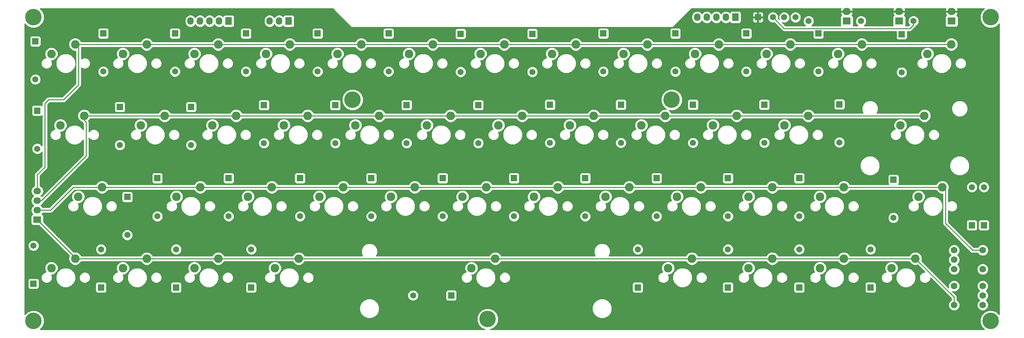
<source format=gtl>
G04 #@! TF.FileFunction,Copper,L1,Top,Signal*
%FSLAX46Y46*%
G04 Gerber Fmt 4.6, Leading zero omitted, Abs format (unit mm)*
G04 Created by KiCad (PCBNEW 4.0.4-stable) date Wednesday, 23 November 2016 'AMt' 09:19:53 AM*
%MOMM*%
%LPD*%
G01*
G04 APERTURE LIST*
%ADD10C,0.100000*%
%ADD11C,1.651000*%
%ADD12R,1.651000X1.651000*%
%ADD13O,2.159000X1.905000*%
%ADD14R,2.159000X1.905000*%
%ADD15C,2.286000*%
%ADD16C,1.778000*%
%ADD17C,4.400000*%
%ADD18R,1.727200X2.032000*%
%ADD19O,1.727200X2.032000*%
%ADD20R,2.032000X1.727200*%
%ADD21O,2.032000X1.727200*%
%ADD22C,0.250000*%
%ADD23C,0.254000*%
G04 APERTURE END LIST*
D10*
D11*
X20500000Y-68580000D03*
D12*
X20500000Y-58420000D03*
D11*
X21000000Y-87080000D03*
D12*
X21000000Y-76920000D03*
D11*
X45000000Y-110080000D03*
D12*
X45000000Y-99920000D03*
D11*
X20000000Y-112920000D03*
D12*
X20000000Y-123080000D03*
D11*
X38600000Y-66480000D03*
D12*
X38600000Y-56320000D03*
D11*
X43000000Y-86080000D03*
D12*
X43000000Y-75920000D03*
D11*
X53000000Y-105080000D03*
D12*
X53000000Y-94920000D03*
D11*
X38000000Y-113920000D03*
D12*
X38000000Y-124080000D03*
D11*
X57700000Y-66480000D03*
D12*
X57700000Y-56320000D03*
D11*
X62000000Y-86080000D03*
D12*
X62000000Y-75920000D03*
D11*
X72000000Y-105080000D03*
D12*
X72000000Y-94920000D03*
D11*
X58000000Y-113920000D03*
D12*
X58000000Y-124080000D03*
D11*
X76600000Y-66480000D03*
D12*
X76600000Y-56320000D03*
D11*
X81400000Y-85580000D03*
D12*
X81400000Y-75420000D03*
D11*
X91000000Y-105080000D03*
D12*
X91000000Y-94920000D03*
D11*
X78000000Y-113920000D03*
D12*
X78000000Y-124080000D03*
D11*
X95700000Y-66480000D03*
D12*
X95700000Y-56320000D03*
D11*
X100400000Y-85580000D03*
D12*
X100400000Y-75420000D03*
D11*
X110000000Y-105080000D03*
D12*
X110000000Y-94920000D03*
D11*
X114600000Y-66480000D03*
D12*
X114600000Y-56320000D03*
D11*
X119400000Y-85580000D03*
D12*
X119400000Y-75420000D03*
D11*
X129000000Y-105080000D03*
D12*
X129000000Y-94920000D03*
D11*
X121126250Y-126206250D03*
D12*
X131286250Y-126206250D03*
D11*
X133800000Y-66580000D03*
D12*
X133800000Y-56420000D03*
D11*
X138500000Y-85580000D03*
D12*
X138500000Y-75420000D03*
D11*
X148000000Y-105080000D03*
D12*
X148000000Y-94920000D03*
D11*
X152900000Y-66580000D03*
D12*
X152900000Y-56420000D03*
D11*
X157600000Y-85480000D03*
D12*
X157600000Y-75320000D03*
D11*
X167000000Y-105080000D03*
D12*
X167000000Y-94920000D03*
D11*
X171800000Y-66480000D03*
D12*
X171800000Y-56320000D03*
D11*
X176500000Y-85480000D03*
D12*
X176500000Y-75320000D03*
D11*
X186000000Y-105080000D03*
D12*
X186000000Y-94920000D03*
D11*
X181000000Y-113920000D03*
D12*
X181000000Y-124080000D03*
D11*
X191000000Y-66480000D03*
D12*
X191000000Y-56320000D03*
D11*
X195700000Y-85480000D03*
D12*
X195700000Y-75320000D03*
D11*
X205000000Y-105080000D03*
D12*
X205000000Y-94920000D03*
D11*
X205000000Y-113920000D03*
D12*
X205000000Y-124080000D03*
D11*
X209900000Y-66480000D03*
D12*
X209900000Y-56320000D03*
D11*
X214700000Y-85480000D03*
D12*
X214700000Y-75320000D03*
D11*
X224000000Y-105080000D03*
D12*
X224000000Y-94920000D03*
D11*
X224000000Y-113920000D03*
D12*
X224000000Y-124080000D03*
D11*
X229100000Y-66480000D03*
D12*
X229100000Y-56320000D03*
D11*
X234700000Y-85380000D03*
D12*
X234700000Y-75220000D03*
D11*
X249100000Y-105480000D03*
D12*
X249100000Y-95320000D03*
D11*
X243000000Y-113920000D03*
D12*
X243000000Y-124080000D03*
D11*
X251300000Y-66680000D03*
D12*
X251300000Y-56520000D03*
D11*
X273200000Y-97320000D03*
D12*
X273200000Y-107480000D03*
D11*
X270000000Y-97320000D03*
D12*
X270000000Y-107480000D03*
D13*
X236648750Y-50465000D03*
D14*
X236648750Y-53005000D03*
D13*
X250618750Y-50465000D03*
D14*
X250618750Y-53005000D03*
D13*
X264588750Y-50465000D03*
D14*
X264588750Y-53005000D03*
D11*
X226488750Y-53005000D03*
X236648750Y-53005000D03*
X240458750Y-53005000D03*
X250618750Y-53005000D03*
X254428750Y-53005000D03*
X264588750Y-53005000D03*
D15*
X31115000Y-59213750D03*
X24765000Y-61753750D03*
X50165000Y-59213750D03*
X43815000Y-61753750D03*
X69215000Y-59213750D03*
X62865000Y-61753750D03*
X88265000Y-59213750D03*
X81915000Y-61753750D03*
X107315000Y-59213750D03*
X100965000Y-61753750D03*
X126365000Y-59213750D03*
X120015000Y-61753750D03*
X145415000Y-59213750D03*
X139065000Y-61753750D03*
X164465000Y-59213750D03*
X158115000Y-61753750D03*
X183515000Y-59213750D03*
X177165000Y-61753750D03*
X202565000Y-59213750D03*
X196215000Y-61753750D03*
X221615000Y-59213750D03*
X215265000Y-61753750D03*
X240665000Y-59213750D03*
X234315000Y-61753750D03*
X264477500Y-59213750D03*
X258127500Y-61753750D03*
X33496250Y-78263750D03*
X27146250Y-80803750D03*
X54927500Y-78263750D03*
X48577500Y-80803750D03*
X73977500Y-78263750D03*
X67627500Y-80803750D03*
X93027500Y-78263750D03*
X86677500Y-80803750D03*
X112077500Y-78263750D03*
X105727500Y-80803750D03*
X131127500Y-78263750D03*
X124777500Y-80803750D03*
X150177500Y-78263750D03*
X143827500Y-80803750D03*
X169227500Y-78263750D03*
X162877500Y-80803750D03*
X188277500Y-78263750D03*
X181927500Y-80803750D03*
X207327500Y-78263750D03*
X200977500Y-80803750D03*
X226377500Y-78263750D03*
X220027500Y-80803750D03*
X257333750Y-78263750D03*
X250983750Y-80803750D03*
X38258750Y-97313750D03*
X31908750Y-99853750D03*
X64452500Y-97313750D03*
X58102500Y-99853750D03*
X83502500Y-97313750D03*
X77152500Y-99853750D03*
X102552500Y-97313750D03*
X96202500Y-99853750D03*
X121602500Y-97313750D03*
X115252500Y-99853750D03*
X140652500Y-97313750D03*
X134302500Y-99853750D03*
X159702500Y-97313750D03*
X153352500Y-99853750D03*
X178752500Y-97313750D03*
X172402500Y-99853750D03*
X197802500Y-97313750D03*
X191452500Y-99853750D03*
X216852500Y-97313750D03*
X210502500Y-99853750D03*
X235902500Y-97313750D03*
X229552500Y-99853750D03*
X262096250Y-97313750D03*
X255746250Y-99853750D03*
D16*
X272891250Y-114141250D03*
X272891250Y-119221250D03*
X265271250Y-119221250D03*
X265271250Y-116681250D03*
X265271250Y-114141250D03*
D15*
X31115000Y-116363750D03*
X24765000Y-118903750D03*
X50165000Y-116363750D03*
X43815000Y-118903750D03*
X69215000Y-116363750D03*
X62865000Y-118903750D03*
X90646250Y-116363750D03*
X84296250Y-118903750D03*
X143033750Y-116363750D03*
X136683750Y-118903750D03*
X195421250Y-116363750D03*
X189071250Y-118903750D03*
X216852500Y-116363750D03*
X210502500Y-118903750D03*
X235902500Y-116363750D03*
X229552500Y-118903750D03*
X254952500Y-116363750D03*
X248602500Y-118903750D03*
D16*
X265271250Y-128746250D03*
X265271250Y-123666250D03*
X272891250Y-123666250D03*
X272891250Y-126206250D03*
X272891250Y-128746250D03*
D17*
X20000000Y-52000000D03*
X20000000Y-133000000D03*
X275000000Y-133000000D03*
X105000000Y-74000000D03*
X141000000Y-132500000D03*
X275000000Y-52000000D03*
X190000000Y-74000000D03*
D18*
X72000000Y-53000000D03*
D19*
X69460000Y-53000000D03*
X66920000Y-53000000D03*
X64380000Y-53000000D03*
X61840000Y-53000000D03*
D18*
X88000000Y-53000000D03*
D19*
X85460000Y-53000000D03*
X82920000Y-53000000D03*
D18*
X207000000Y-52000000D03*
D19*
X204460000Y-52000000D03*
X201920000Y-52000000D03*
X199380000Y-52000000D03*
X196840000Y-52000000D03*
D12*
X213000000Y-52000000D03*
D11*
X223000000Y-52000000D03*
X220000000Y-52000000D03*
X217000000Y-52000000D03*
D20*
X21000000Y-106000000D03*
D21*
X21000000Y-103460000D03*
X21000000Y-100920000D03*
X21000000Y-98380000D03*
D22*
X202565000Y-59213750D02*
X183515000Y-59213750D01*
X183515000Y-59213750D02*
X164465000Y-59213750D01*
X164465000Y-59213750D02*
X145415000Y-59213750D01*
X145415000Y-59213750D02*
X164465000Y-59213750D01*
X164465000Y-59213750D02*
X145415000Y-59213750D01*
X145415000Y-59213750D02*
X126365000Y-59213750D01*
X126365000Y-59213750D02*
X107315000Y-59213750D01*
X107315000Y-59213750D02*
X88265000Y-59213750D01*
X88265000Y-59213750D02*
X69215000Y-59213750D01*
X69215000Y-59213750D02*
X50165000Y-59213750D01*
X50165000Y-59213750D02*
X31115000Y-59213750D01*
X31115000Y-59213750D02*
X32000000Y-60098750D01*
X32000000Y-60098750D02*
X32000000Y-70000000D01*
X32000000Y-70000000D02*
X28000000Y-74000000D01*
X28000000Y-74000000D02*
X24000000Y-74000000D01*
X24000000Y-74000000D02*
X23000000Y-75000000D01*
X23000000Y-75000000D02*
X23000000Y-92000000D01*
X23000000Y-92000000D02*
X21000000Y-94000000D01*
X21000000Y-94000000D02*
X21000000Y-98380000D01*
X264477500Y-59213750D02*
X240665000Y-59213750D01*
X240665000Y-59213750D02*
X221615000Y-59213750D01*
X221615000Y-59213750D02*
X202565000Y-59213750D01*
X21000000Y-100920000D02*
X22080000Y-100920000D01*
X33496250Y-79496250D02*
X33496250Y-78263750D01*
X34000000Y-80000000D02*
X33496250Y-79496250D01*
X34000000Y-81000000D02*
X34000000Y-80000000D01*
X34000000Y-89000000D02*
X34000000Y-81000000D01*
X27000000Y-96000000D02*
X34000000Y-89000000D01*
X22080000Y-100920000D02*
X27000000Y-96000000D01*
X33496250Y-78263750D02*
X54927500Y-78263750D01*
X54927500Y-78263750D02*
X73977500Y-78263750D01*
X73977500Y-78263750D02*
X93027500Y-78263750D01*
X93027500Y-78263750D02*
X112077500Y-78263750D01*
X112077500Y-78263750D02*
X131127500Y-78263750D01*
X131127500Y-78263750D02*
X150177500Y-78263750D01*
X150177500Y-78263750D02*
X169227500Y-78263750D01*
X169227500Y-78263750D02*
X188277500Y-78263750D01*
X188277500Y-78263750D02*
X207327500Y-78263750D01*
X207327500Y-78263750D02*
X226377500Y-78263750D01*
X226377500Y-78263750D02*
X257333750Y-78263750D01*
X38258750Y-97313750D02*
X30686250Y-97313750D01*
X24540000Y-103460000D02*
X21000000Y-103460000D01*
X30686250Y-97313750D02*
X24540000Y-103460000D01*
X121602500Y-97313750D02*
X102552500Y-97313750D01*
X102552500Y-97313750D02*
X83502500Y-97313750D01*
X83502500Y-97313750D02*
X64452500Y-97313750D01*
X64452500Y-97313750D02*
X38258750Y-97313750D01*
X197802500Y-97313750D02*
X178752500Y-97313750D01*
X178752500Y-97313750D02*
X159702500Y-97313750D01*
X159702500Y-97313750D02*
X140652500Y-97313750D01*
X140652500Y-97313750D02*
X121602500Y-97313750D01*
X262096250Y-97313750D02*
X235902500Y-97313750D01*
X235902500Y-97313750D02*
X216852500Y-97313750D01*
X216852500Y-97313750D02*
X197802500Y-97313750D01*
X272891250Y-114141250D02*
X270141250Y-114141250D01*
X263000000Y-98217500D02*
X262096250Y-97313750D01*
X263000000Y-107000000D02*
X263000000Y-98217500D01*
X270141250Y-114141250D02*
X263000000Y-107000000D01*
X31115000Y-116363750D02*
X31115000Y-116115000D01*
X31115000Y-116115000D02*
X21000000Y-106000000D01*
X143033750Y-116363750D02*
X90646250Y-116363750D01*
X90646250Y-116363750D02*
X69215000Y-116363750D01*
X69215000Y-116363750D02*
X50165000Y-116363750D01*
X50165000Y-116363750D02*
X31115000Y-116363750D01*
X195421250Y-116363750D02*
X143033750Y-116363750D01*
X254952500Y-116363750D02*
X235902500Y-116363750D01*
X235902500Y-116363750D02*
X216852500Y-116363750D01*
X216852500Y-116363750D02*
X195421250Y-116363750D01*
X265271250Y-128746250D02*
X265271250Y-126682500D01*
X265271250Y-126682500D02*
X254952500Y-116363750D01*
X240458750Y-53005000D02*
X240458750Y-53541250D01*
X254428750Y-53005000D02*
X254428750Y-54071250D01*
X220000000Y-55000000D02*
X217000000Y-52000000D01*
X253500000Y-55000000D02*
X220000000Y-55000000D01*
X254428750Y-54071250D02*
X253500000Y-55000000D01*
D23*
G36*
X104497954Y-54502046D02*
X104728295Y-54655954D01*
X105000000Y-54710000D01*
X190000000Y-54710000D01*
X190271705Y-54655954D01*
X190502046Y-54502046D01*
X193188837Y-51815255D01*
X195341400Y-51815255D01*
X195341400Y-52184745D01*
X195455474Y-52758234D01*
X195780330Y-53244415D01*
X196266511Y-53569271D01*
X196840000Y-53683345D01*
X197413489Y-53569271D01*
X197899670Y-53244415D01*
X198110000Y-52929634D01*
X198320330Y-53244415D01*
X198806511Y-53569271D01*
X199380000Y-53683345D01*
X199953489Y-53569271D01*
X200439670Y-53244415D01*
X200650000Y-52929634D01*
X200860330Y-53244415D01*
X201346511Y-53569271D01*
X201920000Y-53683345D01*
X202493489Y-53569271D01*
X202979670Y-53244415D01*
X203190000Y-52929634D01*
X203400330Y-53244415D01*
X203886511Y-53569271D01*
X204460000Y-53683345D01*
X205033489Y-53569271D01*
X205519670Y-53244415D01*
X205529243Y-53230087D01*
X205533238Y-53251317D01*
X205672310Y-53467441D01*
X205884510Y-53612431D01*
X206136400Y-53663440D01*
X207863600Y-53663440D01*
X208098917Y-53619162D01*
X208315041Y-53480090D01*
X208460031Y-53267890D01*
X208511040Y-53016000D01*
X208511040Y-52285750D01*
X211539500Y-52285750D01*
X211539500Y-52951810D01*
X211636173Y-53185199D01*
X211814802Y-53363827D01*
X212048191Y-53460500D01*
X212714250Y-53460500D01*
X212873000Y-53301750D01*
X212873000Y-52127000D01*
X213127000Y-52127000D01*
X213127000Y-53301750D01*
X213285750Y-53460500D01*
X213951809Y-53460500D01*
X214185198Y-53363827D01*
X214363827Y-53185199D01*
X214460500Y-52951810D01*
X214460500Y-52289237D01*
X215539247Y-52289237D01*
X215761126Y-52826226D01*
X216171613Y-53237430D01*
X216708214Y-53460246D01*
X217289237Y-53460753D01*
X217357674Y-53432476D01*
X219462599Y-55537401D01*
X219709161Y-55702148D01*
X220000000Y-55760000D01*
X227627060Y-55760000D01*
X227627060Y-57145500D01*
X227671338Y-57380817D01*
X227810410Y-57596941D01*
X228022610Y-57741931D01*
X228274500Y-57792940D01*
X229925500Y-57792940D01*
X230160817Y-57748662D01*
X230376941Y-57609590D01*
X230521931Y-57397390D01*
X230572940Y-57145500D01*
X230572940Y-55760000D01*
X249827060Y-55760000D01*
X249827060Y-57345500D01*
X249871338Y-57580817D01*
X250010410Y-57796941D01*
X250222610Y-57941931D01*
X250474500Y-57992940D01*
X252125500Y-57992940D01*
X252360817Y-57948662D01*
X252576941Y-57809590D01*
X252721931Y-57597390D01*
X252772940Y-57345500D01*
X252772940Y-55760000D01*
X253500000Y-55760000D01*
X253790839Y-55702148D01*
X254037401Y-55537401D01*
X254966151Y-54608651D01*
X255130898Y-54362089D01*
X255145407Y-54289147D01*
X255254976Y-54243874D01*
X255666180Y-53833387D01*
X255888996Y-53296786D01*
X255889503Y-52715763D01*
X255667624Y-52178774D01*
X255541571Y-52052500D01*
X262861810Y-52052500D01*
X262861810Y-53957500D01*
X262906088Y-54192817D01*
X263045160Y-54408941D01*
X263257360Y-54553931D01*
X263509250Y-54604940D01*
X265668250Y-54604940D01*
X265903567Y-54560662D01*
X266119691Y-54421590D01*
X266264681Y-54209390D01*
X266315690Y-53957500D01*
X266315690Y-52052500D01*
X266271412Y-51817183D01*
X266132340Y-51601059D01*
X265930044Y-51462836D01*
X266000065Y-51398109D01*
X266258813Y-50837980D01*
X266138844Y-50592000D01*
X264715750Y-50592000D01*
X264715750Y-50612000D01*
X264461750Y-50612000D01*
X264461750Y-50592000D01*
X263038656Y-50592000D01*
X262918687Y-50837980D01*
X263177435Y-51398109D01*
X263249714Y-51464923D01*
X263057809Y-51588410D01*
X262912819Y-51800610D01*
X262861810Y-52052500D01*
X255541571Y-52052500D01*
X255257137Y-51767570D01*
X254720536Y-51544754D01*
X254139513Y-51544247D01*
X253602524Y-51766126D01*
X253191320Y-52176613D01*
X252968504Y-52713214D01*
X252967997Y-53294237D01*
X253189876Y-53831226D01*
X253391748Y-54033450D01*
X253185198Y-54240000D01*
X252273766Y-54240000D01*
X252294681Y-54209390D01*
X252345690Y-53957500D01*
X252345690Y-52052500D01*
X252301412Y-51817183D01*
X252162340Y-51601059D01*
X251960044Y-51462836D01*
X252030065Y-51398109D01*
X252288813Y-50837980D01*
X252168844Y-50592000D01*
X250745750Y-50592000D01*
X250745750Y-50612000D01*
X250491750Y-50612000D01*
X250491750Y-50592000D01*
X249068656Y-50592000D01*
X248948687Y-50837980D01*
X249207435Y-51398109D01*
X249279714Y-51464923D01*
X249087809Y-51588410D01*
X248942819Y-51800610D01*
X248891810Y-52052500D01*
X248891810Y-53957500D01*
X248936088Y-54192817D01*
X248966449Y-54240000D01*
X241288857Y-54240000D01*
X241696180Y-53833387D01*
X241918996Y-53296786D01*
X241919503Y-52715763D01*
X241697624Y-52178774D01*
X241287137Y-51767570D01*
X240750536Y-51544754D01*
X240169513Y-51544247D01*
X239632524Y-51766126D01*
X239221320Y-52176613D01*
X238998504Y-52713214D01*
X238997997Y-53294237D01*
X239219876Y-53831226D01*
X239627937Y-54240000D01*
X238303766Y-54240000D01*
X238324681Y-54209390D01*
X238375690Y-53957500D01*
X238375690Y-52052500D01*
X238331412Y-51817183D01*
X238192340Y-51601059D01*
X237990044Y-51462836D01*
X238060065Y-51398109D01*
X238318813Y-50837980D01*
X238198844Y-50592000D01*
X236775750Y-50592000D01*
X236775750Y-50612000D01*
X236521750Y-50612000D01*
X236521750Y-50592000D01*
X235098656Y-50592000D01*
X234978687Y-50837980D01*
X235237435Y-51398109D01*
X235309714Y-51464923D01*
X235117809Y-51588410D01*
X234972819Y-51800610D01*
X234921810Y-52052500D01*
X234921810Y-53957500D01*
X234966088Y-54192817D01*
X234996449Y-54240000D01*
X227318857Y-54240000D01*
X227726180Y-53833387D01*
X227948996Y-53296786D01*
X227949503Y-52715763D01*
X227727624Y-52178774D01*
X227317137Y-51767570D01*
X226780536Y-51544754D01*
X226199513Y-51544247D01*
X225662524Y-51766126D01*
X225251320Y-52176613D01*
X225028504Y-52713214D01*
X225027997Y-53294237D01*
X225249876Y-53831226D01*
X225657937Y-54240000D01*
X220314802Y-54240000D01*
X219412084Y-53337282D01*
X219708214Y-53460246D01*
X220289237Y-53460753D01*
X220826226Y-53238874D01*
X221237430Y-52828387D01*
X221460246Y-52291786D01*
X221460248Y-52289237D01*
X221539247Y-52289237D01*
X221761126Y-52826226D01*
X222171613Y-53237430D01*
X222708214Y-53460246D01*
X223289237Y-53460753D01*
X223826226Y-53238874D01*
X224237430Y-52828387D01*
X224460246Y-52291786D01*
X224460753Y-51710763D01*
X224238874Y-51173774D01*
X223828387Y-50762570D01*
X223291786Y-50539754D01*
X222710763Y-50539247D01*
X222173774Y-50761126D01*
X221762570Y-51171613D01*
X221539754Y-51708214D01*
X221539247Y-52289237D01*
X221460248Y-52289237D01*
X221460753Y-51710763D01*
X221238874Y-51173774D01*
X220828387Y-50762570D01*
X220291786Y-50539754D01*
X219710763Y-50539247D01*
X219173774Y-50761126D01*
X218762570Y-51171613D01*
X218539754Y-51708214D01*
X218539247Y-52289237D01*
X218662617Y-52587815D01*
X218432766Y-52357964D01*
X218460246Y-52291786D01*
X218460753Y-51710763D01*
X218238874Y-51173774D01*
X217828387Y-50762570D01*
X217291786Y-50539754D01*
X216710763Y-50539247D01*
X216173774Y-50761126D01*
X215762570Y-51171613D01*
X215539754Y-51708214D01*
X215539247Y-52289237D01*
X214460500Y-52289237D01*
X214460500Y-52285750D01*
X214301750Y-52127000D01*
X213127000Y-52127000D01*
X212873000Y-52127000D01*
X211698250Y-52127000D01*
X211539500Y-52285750D01*
X208511040Y-52285750D01*
X208511040Y-51048190D01*
X211539500Y-51048190D01*
X211539500Y-51714250D01*
X211698250Y-51873000D01*
X212873000Y-51873000D01*
X212873000Y-50698250D01*
X213127000Y-50698250D01*
X213127000Y-51873000D01*
X214301750Y-51873000D01*
X214460500Y-51714250D01*
X214460500Y-51048190D01*
X214363827Y-50814801D01*
X214185198Y-50636173D01*
X213951809Y-50539500D01*
X213285750Y-50539500D01*
X213127000Y-50698250D01*
X212873000Y-50698250D01*
X212714250Y-50539500D01*
X212048191Y-50539500D01*
X211814802Y-50636173D01*
X211636173Y-50814801D01*
X211539500Y-51048190D01*
X208511040Y-51048190D01*
X208511040Y-50984000D01*
X208466762Y-50748683D01*
X208327690Y-50532559D01*
X208115490Y-50387569D01*
X207863600Y-50336560D01*
X206136400Y-50336560D01*
X205901083Y-50380838D01*
X205684959Y-50519910D01*
X205539969Y-50732110D01*
X205531600Y-50773439D01*
X205519670Y-50755585D01*
X205033489Y-50430729D01*
X204460000Y-50316655D01*
X203886511Y-50430729D01*
X203400330Y-50755585D01*
X203190000Y-51070366D01*
X202979670Y-50755585D01*
X202493489Y-50430729D01*
X201920000Y-50316655D01*
X201346511Y-50430729D01*
X200860330Y-50755585D01*
X200650000Y-51070366D01*
X200439670Y-50755585D01*
X199953489Y-50430729D01*
X199380000Y-50316655D01*
X198806511Y-50430729D01*
X198320330Y-50755585D01*
X198110000Y-51070366D01*
X197899670Y-50755585D01*
X197413489Y-50430729D01*
X196840000Y-50316655D01*
X196266511Y-50430729D01*
X195780330Y-50755585D01*
X195455474Y-51241766D01*
X195341400Y-51815255D01*
X193188837Y-51815255D01*
X195294092Y-49710000D01*
X235155159Y-49710000D01*
X234978687Y-50092020D01*
X235098656Y-50338000D01*
X236521750Y-50338000D01*
X236521750Y-50318000D01*
X236775750Y-50318000D01*
X236775750Y-50338000D01*
X238198844Y-50338000D01*
X238318813Y-50092020D01*
X238142341Y-49710000D01*
X249125159Y-49710000D01*
X248948687Y-50092020D01*
X249068656Y-50338000D01*
X250491750Y-50338000D01*
X250491750Y-50318000D01*
X250745750Y-50318000D01*
X250745750Y-50338000D01*
X252168844Y-50338000D01*
X252288813Y-50092020D01*
X252112341Y-49710000D01*
X263095159Y-49710000D01*
X262918687Y-50092020D01*
X263038656Y-50338000D01*
X264461750Y-50338000D01*
X264461750Y-50318000D01*
X264715750Y-50318000D01*
X264715750Y-50338000D01*
X266138844Y-50338000D01*
X266258813Y-50092020D01*
X266082341Y-49710000D01*
X273281201Y-49710000D01*
X272598005Y-50392005D01*
X272165493Y-51433610D01*
X272164509Y-52561442D01*
X272595202Y-53603801D01*
X273392005Y-54401995D01*
X274433610Y-54834507D01*
X275561442Y-54835491D01*
X276603801Y-54404798D01*
X277290000Y-53719795D01*
X277290000Y-131281201D01*
X276607995Y-130598005D01*
X275566390Y-130165493D01*
X274438558Y-130164509D01*
X273396199Y-130595202D01*
X272598005Y-131392005D01*
X272165493Y-132433610D01*
X272164509Y-133561442D01*
X272595202Y-134603801D01*
X273280205Y-135290000D01*
X141671539Y-135290000D01*
X142603801Y-134904798D01*
X143401995Y-134107995D01*
X143834507Y-133066390D01*
X143835491Y-131938558D01*
X143404798Y-130896199D01*
X142729155Y-130219376D01*
X168852395Y-130219376D01*
X169251778Y-131185957D01*
X169990654Y-131926123D01*
X170956535Y-132327192D01*
X172002376Y-132328105D01*
X172968957Y-131928722D01*
X173709123Y-131189846D01*
X174110192Y-130223965D01*
X174111105Y-129178124D01*
X173711722Y-128211543D01*
X172972846Y-127471377D01*
X172006965Y-127070308D01*
X170961124Y-127069395D01*
X169994543Y-127468778D01*
X169254377Y-128207654D01*
X168853308Y-129173535D01*
X168852395Y-130219376D01*
X142729155Y-130219376D01*
X142607995Y-130098005D01*
X141566390Y-129665493D01*
X140438558Y-129664509D01*
X139396199Y-130095202D01*
X138598005Y-130892005D01*
X138165493Y-131933610D01*
X138164509Y-133061442D01*
X138595202Y-134103801D01*
X139392005Y-134901995D01*
X140326425Y-135290000D01*
X21718799Y-135290000D01*
X22401995Y-134607995D01*
X22834507Y-133566390D01*
X22835491Y-132438558D01*
X22404798Y-131396199D01*
X21607995Y-130598005D01*
X20696155Y-130219376D01*
X106876395Y-130219376D01*
X107275778Y-131185957D01*
X108014654Y-131926123D01*
X108980535Y-132327192D01*
X110026376Y-132328105D01*
X110992957Y-131928722D01*
X111733123Y-131189846D01*
X112134192Y-130223965D01*
X112135105Y-129178124D01*
X111735722Y-128211543D01*
X110996846Y-127471377D01*
X110030965Y-127070308D01*
X108985124Y-127069395D01*
X108018543Y-127468778D01*
X107278377Y-128207654D01*
X106877308Y-129173535D01*
X106876395Y-130219376D01*
X20696155Y-130219376D01*
X20566390Y-130165493D01*
X19438558Y-130164509D01*
X18396199Y-130595202D01*
X17710000Y-131280205D01*
X17710000Y-126495487D01*
X119665497Y-126495487D01*
X119887376Y-127032476D01*
X120297863Y-127443680D01*
X120834464Y-127666496D01*
X121415487Y-127667003D01*
X121952476Y-127445124D01*
X122363680Y-127034637D01*
X122586496Y-126498036D01*
X122587003Y-125917013D01*
X122365424Y-125380750D01*
X129813310Y-125380750D01*
X129813310Y-127031750D01*
X129857588Y-127267067D01*
X129996660Y-127483191D01*
X130208860Y-127628181D01*
X130460750Y-127679190D01*
X132111750Y-127679190D01*
X132347067Y-127634912D01*
X132563191Y-127495840D01*
X132708181Y-127283640D01*
X132759190Y-127031750D01*
X132759190Y-125380750D01*
X132714912Y-125145433D01*
X132575840Y-124929309D01*
X132363640Y-124784319D01*
X132111750Y-124733310D01*
X130460750Y-124733310D01*
X130225433Y-124777588D01*
X130009309Y-124916660D01*
X129864319Y-125128860D01*
X129813310Y-125380750D01*
X122365424Y-125380750D01*
X122365124Y-125380024D01*
X121954637Y-124968820D01*
X121418036Y-124746004D01*
X120837013Y-124745497D01*
X120300024Y-124967376D01*
X119888820Y-125377863D01*
X119666004Y-125914464D01*
X119665497Y-126495487D01*
X17710000Y-126495487D01*
X17710000Y-122254500D01*
X18527060Y-122254500D01*
X18527060Y-123905500D01*
X18571338Y-124140817D01*
X18710410Y-124356941D01*
X18922610Y-124501931D01*
X19174500Y-124552940D01*
X20825500Y-124552940D01*
X21060817Y-124508662D01*
X21276941Y-124369590D01*
X21421931Y-124157390D01*
X21472940Y-123905500D01*
X21472940Y-122254500D01*
X21428662Y-122019183D01*
X21289590Y-121803059D01*
X21194398Y-121738017D01*
X22008842Y-121738017D01*
X22234580Y-122284345D01*
X22652206Y-122702701D01*
X23198139Y-122929392D01*
X23789267Y-122929908D01*
X24335595Y-122704170D01*
X24753951Y-122286544D01*
X24887726Y-121964376D01*
X25945645Y-121964376D01*
X26345028Y-122930957D01*
X27083904Y-123671123D01*
X28049785Y-124072192D01*
X29095626Y-124073105D01*
X30062207Y-123673722D01*
X30482160Y-123254500D01*
X36527060Y-123254500D01*
X36527060Y-124905500D01*
X36571338Y-125140817D01*
X36710410Y-125356941D01*
X36922610Y-125501931D01*
X37174500Y-125552940D01*
X38825500Y-125552940D01*
X39060817Y-125508662D01*
X39276941Y-125369590D01*
X39421931Y-125157390D01*
X39472940Y-124905500D01*
X39472940Y-123254500D01*
X39428662Y-123019183D01*
X39289590Y-122803059D01*
X39077390Y-122658069D01*
X38825500Y-122607060D01*
X37174500Y-122607060D01*
X36939183Y-122651338D01*
X36723059Y-122790410D01*
X36578069Y-123002610D01*
X36527060Y-123254500D01*
X30482160Y-123254500D01*
X30802373Y-122934846D01*
X31203442Y-121968965D01*
X31203643Y-121738017D01*
X32168842Y-121738017D01*
X32394580Y-122284345D01*
X32812206Y-122702701D01*
X33358139Y-122929392D01*
X33949267Y-122929908D01*
X34495595Y-122704170D01*
X34913951Y-122286544D01*
X35140642Y-121740611D01*
X35140644Y-121738017D01*
X41058842Y-121738017D01*
X41284580Y-122284345D01*
X41702206Y-122702701D01*
X42248139Y-122929392D01*
X42839267Y-122929908D01*
X43385595Y-122704170D01*
X43803951Y-122286544D01*
X43937726Y-121964376D01*
X44995645Y-121964376D01*
X45395028Y-122930957D01*
X46133904Y-123671123D01*
X47099785Y-124072192D01*
X48145626Y-124073105D01*
X49112207Y-123673722D01*
X49532160Y-123254500D01*
X56527060Y-123254500D01*
X56527060Y-124905500D01*
X56571338Y-125140817D01*
X56710410Y-125356941D01*
X56922610Y-125501931D01*
X57174500Y-125552940D01*
X58825500Y-125552940D01*
X59060817Y-125508662D01*
X59276941Y-125369590D01*
X59421931Y-125157390D01*
X59472940Y-124905500D01*
X59472940Y-123254500D01*
X59428662Y-123019183D01*
X59289590Y-122803059D01*
X59077390Y-122658069D01*
X58825500Y-122607060D01*
X57174500Y-122607060D01*
X56939183Y-122651338D01*
X56723059Y-122790410D01*
X56578069Y-123002610D01*
X56527060Y-123254500D01*
X49532160Y-123254500D01*
X49852373Y-122934846D01*
X50253442Y-121968965D01*
X50253643Y-121738017D01*
X51218842Y-121738017D01*
X51444580Y-122284345D01*
X51862206Y-122702701D01*
X52408139Y-122929392D01*
X52999267Y-122929908D01*
X53545595Y-122704170D01*
X53963951Y-122286544D01*
X54190642Y-121740611D01*
X54190644Y-121738017D01*
X60108842Y-121738017D01*
X60334580Y-122284345D01*
X60752206Y-122702701D01*
X61298139Y-122929392D01*
X61889267Y-122929908D01*
X62435595Y-122704170D01*
X62853951Y-122286544D01*
X62987726Y-121964376D01*
X64045645Y-121964376D01*
X64445028Y-122930957D01*
X65183904Y-123671123D01*
X66149785Y-124072192D01*
X67195626Y-124073105D01*
X68162207Y-123673722D01*
X68582160Y-123254500D01*
X76527060Y-123254500D01*
X76527060Y-124905500D01*
X76571338Y-125140817D01*
X76710410Y-125356941D01*
X76922610Y-125501931D01*
X77174500Y-125552940D01*
X78825500Y-125552940D01*
X79060817Y-125508662D01*
X79276941Y-125369590D01*
X79421931Y-125157390D01*
X79472940Y-124905500D01*
X79472940Y-123254500D01*
X79428662Y-123019183D01*
X79289590Y-122803059D01*
X79077390Y-122658069D01*
X78825500Y-122607060D01*
X77174500Y-122607060D01*
X76939183Y-122651338D01*
X76723059Y-122790410D01*
X76578069Y-123002610D01*
X76527060Y-123254500D01*
X68582160Y-123254500D01*
X68902373Y-122934846D01*
X69303442Y-121968965D01*
X69303643Y-121738017D01*
X70268842Y-121738017D01*
X70494580Y-122284345D01*
X70912206Y-122702701D01*
X71458139Y-122929392D01*
X72049267Y-122929908D01*
X72595595Y-122704170D01*
X73013951Y-122286544D01*
X73240642Y-121740611D01*
X73240644Y-121738017D01*
X81540092Y-121738017D01*
X81765830Y-122284345D01*
X82183456Y-122702701D01*
X82729389Y-122929392D01*
X83320517Y-122929908D01*
X83866845Y-122704170D01*
X84285201Y-122286544D01*
X84418976Y-121964376D01*
X85476895Y-121964376D01*
X85876278Y-122930957D01*
X86615154Y-123671123D01*
X87581035Y-124072192D01*
X88626876Y-124073105D01*
X89593457Y-123673722D01*
X90333623Y-122934846D01*
X90734692Y-121968965D01*
X90734893Y-121738017D01*
X91700092Y-121738017D01*
X91925830Y-122284345D01*
X92343456Y-122702701D01*
X92889389Y-122929392D01*
X93480517Y-122929908D01*
X94026845Y-122704170D01*
X94445201Y-122286544D01*
X94671892Y-121740611D01*
X94671894Y-121738017D01*
X133927592Y-121738017D01*
X134153330Y-122284345D01*
X134570956Y-122702701D01*
X135116889Y-122929392D01*
X135708017Y-122929908D01*
X136254345Y-122704170D01*
X136672701Y-122286544D01*
X136806476Y-121964376D01*
X137864395Y-121964376D01*
X138263778Y-122930957D01*
X139002654Y-123671123D01*
X139968535Y-124072192D01*
X141014376Y-124073105D01*
X141980957Y-123673722D01*
X142400910Y-123254500D01*
X179527060Y-123254500D01*
X179527060Y-124905500D01*
X179571338Y-125140817D01*
X179710410Y-125356941D01*
X179922610Y-125501931D01*
X180174500Y-125552940D01*
X181825500Y-125552940D01*
X182060817Y-125508662D01*
X182276941Y-125369590D01*
X182421931Y-125157390D01*
X182472940Y-124905500D01*
X182472940Y-123254500D01*
X182428662Y-123019183D01*
X182289590Y-122803059D01*
X182077390Y-122658069D01*
X181825500Y-122607060D01*
X180174500Y-122607060D01*
X179939183Y-122651338D01*
X179723059Y-122790410D01*
X179578069Y-123002610D01*
X179527060Y-123254500D01*
X142400910Y-123254500D01*
X142721123Y-122934846D01*
X143122192Y-121968965D01*
X143122393Y-121738017D01*
X144087592Y-121738017D01*
X144313330Y-122284345D01*
X144730956Y-122702701D01*
X145276889Y-122929392D01*
X145868017Y-122929908D01*
X146414345Y-122704170D01*
X146832701Y-122286544D01*
X147059392Y-121740611D01*
X147059394Y-121738017D01*
X186315092Y-121738017D01*
X186540830Y-122284345D01*
X186958456Y-122702701D01*
X187504389Y-122929392D01*
X188095517Y-122929908D01*
X188641845Y-122704170D01*
X189060201Y-122286544D01*
X189193976Y-121964376D01*
X190251895Y-121964376D01*
X190651278Y-122930957D01*
X191390154Y-123671123D01*
X192356035Y-124072192D01*
X193401876Y-124073105D01*
X194368457Y-123673722D01*
X194788410Y-123254500D01*
X203527060Y-123254500D01*
X203527060Y-124905500D01*
X203571338Y-125140817D01*
X203710410Y-125356941D01*
X203922610Y-125501931D01*
X204174500Y-125552940D01*
X205825500Y-125552940D01*
X206060817Y-125508662D01*
X206276941Y-125369590D01*
X206421931Y-125157390D01*
X206472940Y-124905500D01*
X206472940Y-123254500D01*
X206428662Y-123019183D01*
X206289590Y-122803059D01*
X206077390Y-122658069D01*
X205825500Y-122607060D01*
X204174500Y-122607060D01*
X203939183Y-122651338D01*
X203723059Y-122790410D01*
X203578069Y-123002610D01*
X203527060Y-123254500D01*
X194788410Y-123254500D01*
X195108623Y-122934846D01*
X195509692Y-121968965D01*
X195509893Y-121738017D01*
X196475092Y-121738017D01*
X196700830Y-122284345D01*
X197118456Y-122702701D01*
X197664389Y-122929392D01*
X198255517Y-122929908D01*
X198801845Y-122704170D01*
X199220201Y-122286544D01*
X199446892Y-121740611D01*
X199446894Y-121738017D01*
X207746342Y-121738017D01*
X207972080Y-122284345D01*
X208389706Y-122702701D01*
X208935639Y-122929392D01*
X209526767Y-122929908D01*
X210073095Y-122704170D01*
X210491451Y-122286544D01*
X210625226Y-121964376D01*
X211683145Y-121964376D01*
X212082528Y-122930957D01*
X212821404Y-123671123D01*
X213787285Y-124072192D01*
X214833126Y-124073105D01*
X215799707Y-123673722D01*
X216219660Y-123254500D01*
X222527060Y-123254500D01*
X222527060Y-124905500D01*
X222571338Y-125140817D01*
X222710410Y-125356941D01*
X222922610Y-125501931D01*
X223174500Y-125552940D01*
X224825500Y-125552940D01*
X225060817Y-125508662D01*
X225276941Y-125369590D01*
X225421931Y-125157390D01*
X225472940Y-124905500D01*
X225472940Y-123254500D01*
X225428662Y-123019183D01*
X225289590Y-122803059D01*
X225077390Y-122658069D01*
X224825500Y-122607060D01*
X223174500Y-122607060D01*
X222939183Y-122651338D01*
X222723059Y-122790410D01*
X222578069Y-123002610D01*
X222527060Y-123254500D01*
X216219660Y-123254500D01*
X216539873Y-122934846D01*
X216940942Y-121968965D01*
X216941143Y-121738017D01*
X217906342Y-121738017D01*
X218132080Y-122284345D01*
X218549706Y-122702701D01*
X219095639Y-122929392D01*
X219686767Y-122929908D01*
X220233095Y-122704170D01*
X220651451Y-122286544D01*
X220878142Y-121740611D01*
X220878144Y-121738017D01*
X226796342Y-121738017D01*
X227022080Y-122284345D01*
X227439706Y-122702701D01*
X227985639Y-122929392D01*
X228576767Y-122929908D01*
X229123095Y-122704170D01*
X229541451Y-122286544D01*
X229675226Y-121964376D01*
X230733145Y-121964376D01*
X231132528Y-122930957D01*
X231871404Y-123671123D01*
X232837285Y-124072192D01*
X233883126Y-124073105D01*
X234849707Y-123673722D01*
X235269660Y-123254500D01*
X241527060Y-123254500D01*
X241527060Y-124905500D01*
X241571338Y-125140817D01*
X241710410Y-125356941D01*
X241922610Y-125501931D01*
X242174500Y-125552940D01*
X243825500Y-125552940D01*
X244060817Y-125508662D01*
X244276941Y-125369590D01*
X244421931Y-125157390D01*
X244472940Y-124905500D01*
X244472940Y-123254500D01*
X244428662Y-123019183D01*
X244289590Y-122803059D01*
X244077390Y-122658069D01*
X243825500Y-122607060D01*
X242174500Y-122607060D01*
X241939183Y-122651338D01*
X241723059Y-122790410D01*
X241578069Y-123002610D01*
X241527060Y-123254500D01*
X235269660Y-123254500D01*
X235589873Y-122934846D01*
X235990942Y-121968965D01*
X235991143Y-121738017D01*
X236956342Y-121738017D01*
X237182080Y-122284345D01*
X237599706Y-122702701D01*
X238145639Y-122929392D01*
X238736767Y-122929908D01*
X239283095Y-122704170D01*
X239701451Y-122286544D01*
X239928142Y-121740611D01*
X239928144Y-121738017D01*
X245846342Y-121738017D01*
X246072080Y-122284345D01*
X246489706Y-122702701D01*
X247035639Y-122929392D01*
X247626767Y-122929908D01*
X248173095Y-122704170D01*
X248591451Y-122286544D01*
X248725226Y-121964376D01*
X249783145Y-121964376D01*
X250182528Y-122930957D01*
X250921404Y-123671123D01*
X251887285Y-124072192D01*
X252933126Y-124073105D01*
X253899707Y-123673722D01*
X254639873Y-122934846D01*
X255040942Y-121968965D01*
X255041855Y-120923124D01*
X254642472Y-119956543D01*
X253903596Y-119216377D01*
X252937715Y-118815308D01*
X251891874Y-118814395D01*
X250925293Y-119213778D01*
X250185127Y-119952654D01*
X249784058Y-120918535D01*
X249783145Y-121964376D01*
X248725226Y-121964376D01*
X248818142Y-121740611D01*
X248818658Y-121149483D01*
X248625403Y-120681771D01*
X248954614Y-120682058D01*
X249608340Y-120411944D01*
X250108936Y-119912221D01*
X250380191Y-119258968D01*
X250380808Y-118551636D01*
X250110694Y-117897910D01*
X249610971Y-117397314D01*
X248957718Y-117126059D01*
X248250386Y-117125442D01*
X247596660Y-117395556D01*
X247096064Y-117895279D01*
X246824809Y-118548532D01*
X246824192Y-119255864D01*
X247094306Y-119909590D01*
X247142315Y-119957683D01*
X247038233Y-119957592D01*
X246491905Y-120183330D01*
X246073549Y-120600956D01*
X245846858Y-121146889D01*
X245846342Y-121738017D01*
X239928144Y-121738017D01*
X239928658Y-121149483D01*
X239702920Y-120603155D01*
X239285294Y-120184799D01*
X238739361Y-119958108D01*
X238148233Y-119957592D01*
X237601905Y-120183330D01*
X237183549Y-120600956D01*
X236956858Y-121146889D01*
X236956342Y-121738017D01*
X235991143Y-121738017D01*
X235991855Y-120923124D01*
X235592472Y-119956543D01*
X234853596Y-119216377D01*
X233887715Y-118815308D01*
X232841874Y-118814395D01*
X231875293Y-119213778D01*
X231135127Y-119952654D01*
X230734058Y-120918535D01*
X230733145Y-121964376D01*
X229675226Y-121964376D01*
X229768142Y-121740611D01*
X229768658Y-121149483D01*
X229575403Y-120681771D01*
X229904614Y-120682058D01*
X230558340Y-120411944D01*
X231058936Y-119912221D01*
X231330191Y-119258968D01*
X231330808Y-118551636D01*
X231060694Y-117897910D01*
X230560971Y-117397314D01*
X229907718Y-117126059D01*
X229200386Y-117125442D01*
X228546660Y-117395556D01*
X228046064Y-117895279D01*
X227774809Y-118548532D01*
X227774192Y-119255864D01*
X228044306Y-119909590D01*
X228092315Y-119957683D01*
X227988233Y-119957592D01*
X227441905Y-120183330D01*
X227023549Y-120600956D01*
X226796858Y-121146889D01*
X226796342Y-121738017D01*
X220878144Y-121738017D01*
X220878658Y-121149483D01*
X220652920Y-120603155D01*
X220235294Y-120184799D01*
X219689361Y-119958108D01*
X219098233Y-119957592D01*
X218551905Y-120183330D01*
X218133549Y-120600956D01*
X217906858Y-121146889D01*
X217906342Y-121738017D01*
X216941143Y-121738017D01*
X216941855Y-120923124D01*
X216542472Y-119956543D01*
X215803596Y-119216377D01*
X214837715Y-118815308D01*
X213791874Y-118814395D01*
X212825293Y-119213778D01*
X212085127Y-119952654D01*
X211684058Y-120918535D01*
X211683145Y-121964376D01*
X210625226Y-121964376D01*
X210718142Y-121740611D01*
X210718658Y-121149483D01*
X210525403Y-120681771D01*
X210854614Y-120682058D01*
X211508340Y-120411944D01*
X212008936Y-119912221D01*
X212280191Y-119258968D01*
X212280808Y-118551636D01*
X212010694Y-117897910D01*
X211510971Y-117397314D01*
X210857718Y-117126059D01*
X210150386Y-117125442D01*
X209496660Y-117395556D01*
X208996064Y-117895279D01*
X208724809Y-118548532D01*
X208724192Y-119255864D01*
X208994306Y-119909590D01*
X209042315Y-119957683D01*
X208938233Y-119957592D01*
X208391905Y-120183330D01*
X207973549Y-120600956D01*
X207746858Y-121146889D01*
X207746342Y-121738017D01*
X199446894Y-121738017D01*
X199447408Y-121149483D01*
X199221670Y-120603155D01*
X198804044Y-120184799D01*
X198258111Y-119958108D01*
X197666983Y-119957592D01*
X197120655Y-120183330D01*
X196702299Y-120600956D01*
X196475608Y-121146889D01*
X196475092Y-121738017D01*
X195509893Y-121738017D01*
X195510605Y-120923124D01*
X195111222Y-119956543D01*
X194372346Y-119216377D01*
X193406465Y-118815308D01*
X192360624Y-118814395D01*
X191394043Y-119213778D01*
X190653877Y-119952654D01*
X190252808Y-120918535D01*
X190251895Y-121964376D01*
X189193976Y-121964376D01*
X189286892Y-121740611D01*
X189287408Y-121149483D01*
X189094153Y-120681771D01*
X189423364Y-120682058D01*
X190077090Y-120411944D01*
X190577686Y-119912221D01*
X190848941Y-119258968D01*
X190849558Y-118551636D01*
X190579444Y-117897910D01*
X190079721Y-117397314D01*
X189426468Y-117126059D01*
X188719136Y-117125442D01*
X188065410Y-117395556D01*
X187564814Y-117895279D01*
X187293559Y-118548532D01*
X187292942Y-119255864D01*
X187563056Y-119909590D01*
X187611065Y-119957683D01*
X187506983Y-119957592D01*
X186960655Y-120183330D01*
X186542299Y-120600956D01*
X186315608Y-121146889D01*
X186315092Y-121738017D01*
X147059394Y-121738017D01*
X147059908Y-121149483D01*
X146834170Y-120603155D01*
X146416544Y-120184799D01*
X145870611Y-119958108D01*
X145279483Y-119957592D01*
X144733155Y-120183330D01*
X144314799Y-120600956D01*
X144088108Y-121146889D01*
X144087592Y-121738017D01*
X143122393Y-121738017D01*
X143123105Y-120923124D01*
X142723722Y-119956543D01*
X141984846Y-119216377D01*
X141018965Y-118815308D01*
X139973124Y-118814395D01*
X139006543Y-119213778D01*
X138266377Y-119952654D01*
X137865308Y-120918535D01*
X137864395Y-121964376D01*
X136806476Y-121964376D01*
X136899392Y-121740611D01*
X136899908Y-121149483D01*
X136706653Y-120681771D01*
X137035864Y-120682058D01*
X137689590Y-120411944D01*
X138190186Y-119912221D01*
X138461441Y-119258968D01*
X138462058Y-118551636D01*
X138191944Y-117897910D01*
X137692221Y-117397314D01*
X137038968Y-117126059D01*
X136331636Y-117125442D01*
X135677910Y-117395556D01*
X135177314Y-117895279D01*
X134906059Y-118548532D01*
X134905442Y-119255864D01*
X135175556Y-119909590D01*
X135223565Y-119957683D01*
X135119483Y-119957592D01*
X134573155Y-120183330D01*
X134154799Y-120600956D01*
X133928108Y-121146889D01*
X133927592Y-121738017D01*
X94671894Y-121738017D01*
X94672408Y-121149483D01*
X94446670Y-120603155D01*
X94029044Y-120184799D01*
X93483111Y-119958108D01*
X92891983Y-119957592D01*
X92345655Y-120183330D01*
X91927299Y-120600956D01*
X91700608Y-121146889D01*
X91700092Y-121738017D01*
X90734893Y-121738017D01*
X90735605Y-120923124D01*
X90336222Y-119956543D01*
X89597346Y-119216377D01*
X88631465Y-118815308D01*
X87585624Y-118814395D01*
X86619043Y-119213778D01*
X85878877Y-119952654D01*
X85477808Y-120918535D01*
X85476895Y-121964376D01*
X84418976Y-121964376D01*
X84511892Y-121740611D01*
X84512408Y-121149483D01*
X84319153Y-120681771D01*
X84648364Y-120682058D01*
X85302090Y-120411944D01*
X85802686Y-119912221D01*
X86073941Y-119258968D01*
X86074558Y-118551636D01*
X85804444Y-117897910D01*
X85304721Y-117397314D01*
X84651468Y-117126059D01*
X83944136Y-117125442D01*
X83290410Y-117395556D01*
X82789814Y-117895279D01*
X82518559Y-118548532D01*
X82517942Y-119255864D01*
X82788056Y-119909590D01*
X82836065Y-119957683D01*
X82731983Y-119957592D01*
X82185655Y-120183330D01*
X81767299Y-120600956D01*
X81540608Y-121146889D01*
X81540092Y-121738017D01*
X73240644Y-121738017D01*
X73241158Y-121149483D01*
X73015420Y-120603155D01*
X72597794Y-120184799D01*
X72051861Y-119958108D01*
X71460733Y-119957592D01*
X70914405Y-120183330D01*
X70496049Y-120600956D01*
X70269358Y-121146889D01*
X70268842Y-121738017D01*
X69303643Y-121738017D01*
X69304355Y-120923124D01*
X68904972Y-119956543D01*
X68166096Y-119216377D01*
X67200215Y-118815308D01*
X66154374Y-118814395D01*
X65187793Y-119213778D01*
X64447627Y-119952654D01*
X64046558Y-120918535D01*
X64045645Y-121964376D01*
X62987726Y-121964376D01*
X63080642Y-121740611D01*
X63081158Y-121149483D01*
X62887903Y-120681771D01*
X63217114Y-120682058D01*
X63870840Y-120411944D01*
X64371436Y-119912221D01*
X64642691Y-119258968D01*
X64643308Y-118551636D01*
X64373194Y-117897910D01*
X63873471Y-117397314D01*
X63220218Y-117126059D01*
X62512886Y-117125442D01*
X61859160Y-117395556D01*
X61358564Y-117895279D01*
X61087309Y-118548532D01*
X61086692Y-119255864D01*
X61356806Y-119909590D01*
X61404815Y-119957683D01*
X61300733Y-119957592D01*
X60754405Y-120183330D01*
X60336049Y-120600956D01*
X60109358Y-121146889D01*
X60108842Y-121738017D01*
X54190644Y-121738017D01*
X54191158Y-121149483D01*
X53965420Y-120603155D01*
X53547794Y-120184799D01*
X53001861Y-119958108D01*
X52410733Y-119957592D01*
X51864405Y-120183330D01*
X51446049Y-120600956D01*
X51219358Y-121146889D01*
X51218842Y-121738017D01*
X50253643Y-121738017D01*
X50254355Y-120923124D01*
X49854972Y-119956543D01*
X49116096Y-119216377D01*
X48150215Y-118815308D01*
X47104374Y-118814395D01*
X46137793Y-119213778D01*
X45397627Y-119952654D01*
X44996558Y-120918535D01*
X44995645Y-121964376D01*
X43937726Y-121964376D01*
X44030642Y-121740611D01*
X44031158Y-121149483D01*
X43837903Y-120681771D01*
X44167114Y-120682058D01*
X44820840Y-120411944D01*
X45321436Y-119912221D01*
X45592691Y-119258968D01*
X45593308Y-118551636D01*
X45323194Y-117897910D01*
X44823471Y-117397314D01*
X44170218Y-117126059D01*
X43462886Y-117125442D01*
X42809160Y-117395556D01*
X42308564Y-117895279D01*
X42037309Y-118548532D01*
X42036692Y-119255864D01*
X42306806Y-119909590D01*
X42354815Y-119957683D01*
X42250733Y-119957592D01*
X41704405Y-120183330D01*
X41286049Y-120600956D01*
X41059358Y-121146889D01*
X41058842Y-121738017D01*
X35140644Y-121738017D01*
X35141158Y-121149483D01*
X34915420Y-120603155D01*
X34497794Y-120184799D01*
X33951861Y-119958108D01*
X33360733Y-119957592D01*
X32814405Y-120183330D01*
X32396049Y-120600956D01*
X32169358Y-121146889D01*
X32168842Y-121738017D01*
X31203643Y-121738017D01*
X31204355Y-120923124D01*
X30804972Y-119956543D01*
X30066096Y-119216377D01*
X29100215Y-118815308D01*
X28054374Y-118814395D01*
X27087793Y-119213778D01*
X26347627Y-119952654D01*
X25946558Y-120918535D01*
X25945645Y-121964376D01*
X24887726Y-121964376D01*
X24980642Y-121740611D01*
X24981158Y-121149483D01*
X24787903Y-120681771D01*
X25117114Y-120682058D01*
X25770840Y-120411944D01*
X26271436Y-119912221D01*
X26542691Y-119258968D01*
X26543308Y-118551636D01*
X26273194Y-117897910D01*
X25773471Y-117397314D01*
X25120218Y-117126059D01*
X24412886Y-117125442D01*
X23759160Y-117395556D01*
X23258564Y-117895279D01*
X22987309Y-118548532D01*
X22986692Y-119255864D01*
X23256806Y-119909590D01*
X23304815Y-119957683D01*
X23200733Y-119957592D01*
X22654405Y-120183330D01*
X22236049Y-120600956D01*
X22009358Y-121146889D01*
X22008842Y-121738017D01*
X21194398Y-121738017D01*
X21077390Y-121658069D01*
X20825500Y-121607060D01*
X19174500Y-121607060D01*
X18939183Y-121651338D01*
X18723059Y-121790410D01*
X18578069Y-122002610D01*
X18527060Y-122254500D01*
X17710000Y-122254500D01*
X17710000Y-113209237D01*
X18539247Y-113209237D01*
X18761126Y-113746226D01*
X19171613Y-114157430D01*
X19708214Y-114380246D01*
X20289237Y-114380753D01*
X20826226Y-114158874D01*
X21237430Y-113748387D01*
X21460246Y-113211786D01*
X21460753Y-112630763D01*
X21238874Y-112093774D01*
X20828387Y-111682570D01*
X20291786Y-111459754D01*
X19710763Y-111459247D01*
X19173774Y-111681126D01*
X18762570Y-112091613D01*
X18539754Y-112628214D01*
X18539247Y-113209237D01*
X17710000Y-113209237D01*
X17710000Y-98380000D01*
X19316655Y-98380000D01*
X19430729Y-98953489D01*
X19755585Y-99439670D01*
X20070366Y-99650000D01*
X19755585Y-99860330D01*
X19430729Y-100346511D01*
X19316655Y-100920000D01*
X19430729Y-101493489D01*
X19755585Y-101979670D01*
X20070366Y-102190000D01*
X19755585Y-102400330D01*
X19430729Y-102886511D01*
X19316655Y-103460000D01*
X19430729Y-104033489D01*
X19755585Y-104519670D01*
X19769913Y-104529243D01*
X19748683Y-104533238D01*
X19532559Y-104672310D01*
X19387569Y-104884510D01*
X19336560Y-105136400D01*
X19336560Y-106863600D01*
X19380838Y-107098917D01*
X19519910Y-107315041D01*
X19732110Y-107460031D01*
X19984000Y-107511040D01*
X21436238Y-107511040D01*
X29512302Y-115587104D01*
X29337309Y-116008532D01*
X29336692Y-116715864D01*
X29606806Y-117369590D01*
X30106529Y-117870186D01*
X30759782Y-118141441D01*
X31467114Y-118142058D01*
X32120840Y-117871944D01*
X32621436Y-117372221D01*
X32724610Y-117123750D01*
X48555227Y-117123750D01*
X48656806Y-117369590D01*
X49156529Y-117870186D01*
X49809782Y-118141441D01*
X50517114Y-118142058D01*
X51170840Y-117871944D01*
X51671436Y-117372221D01*
X51774610Y-117123750D01*
X67605227Y-117123750D01*
X67706806Y-117369590D01*
X68206529Y-117870186D01*
X68859782Y-118141441D01*
X69567114Y-118142058D01*
X70220840Y-117871944D01*
X70721436Y-117372221D01*
X70824610Y-117123750D01*
X89036477Y-117123750D01*
X89138056Y-117369590D01*
X89637779Y-117870186D01*
X90291032Y-118141441D01*
X90998364Y-118142058D01*
X91652090Y-117871944D01*
X92152686Y-117372221D01*
X92255860Y-117123750D01*
X141423977Y-117123750D01*
X141525556Y-117369590D01*
X142025279Y-117870186D01*
X142678532Y-118141441D01*
X143385864Y-118142058D01*
X144039590Y-117871944D01*
X144540186Y-117372221D01*
X144643360Y-117123750D01*
X193811477Y-117123750D01*
X193913056Y-117369590D01*
X194412779Y-117870186D01*
X195066032Y-118141441D01*
X195773364Y-118142058D01*
X196427090Y-117871944D01*
X196927686Y-117372221D01*
X197030860Y-117123750D01*
X215242727Y-117123750D01*
X215344306Y-117369590D01*
X215844029Y-117870186D01*
X216497282Y-118141441D01*
X217204614Y-118142058D01*
X217858340Y-117871944D01*
X218358936Y-117372221D01*
X218462110Y-117123750D01*
X234292727Y-117123750D01*
X234394306Y-117369590D01*
X234894029Y-117870186D01*
X235547282Y-118141441D01*
X236254614Y-118142058D01*
X236908340Y-117871944D01*
X237408936Y-117372221D01*
X237512110Y-117123750D01*
X253342727Y-117123750D01*
X253444306Y-117369590D01*
X253944029Y-117870186D01*
X254597282Y-118141441D01*
X255304614Y-118142058D01*
X255553265Y-118039317D01*
X257471779Y-119957831D01*
X257198233Y-119957592D01*
X256651905Y-120183330D01*
X256233549Y-120600956D01*
X256006858Y-121146889D01*
X256006342Y-121738017D01*
X256232080Y-122284345D01*
X256649706Y-122702701D01*
X257195639Y-122929392D01*
X257786767Y-122929908D01*
X258333095Y-122704170D01*
X258751451Y-122286544D01*
X258978142Y-121740611D01*
X258978383Y-121464435D01*
X264511250Y-126997302D01*
X264511250Y-127411305D01*
X264409101Y-127453512D01*
X263980019Y-127881846D01*
X263747515Y-128441778D01*
X263746986Y-129048062D01*
X263978512Y-129608399D01*
X264406846Y-130037481D01*
X264966778Y-130269985D01*
X265573062Y-130270514D01*
X266133399Y-130038988D01*
X266562481Y-129610654D01*
X266794985Y-129050722D01*
X266795514Y-128444438D01*
X266563988Y-127884101D01*
X266135654Y-127455019D01*
X266031250Y-127411667D01*
X266031250Y-126682500D01*
X265996552Y-126508062D01*
X265973398Y-126391660D01*
X265808651Y-126145099D01*
X264773125Y-125109573D01*
X264966778Y-125189985D01*
X265573062Y-125190514D01*
X266133399Y-124958988D01*
X266562481Y-124530654D01*
X266794985Y-123970722D01*
X266794987Y-123968062D01*
X271366986Y-123968062D01*
X271598512Y-124528399D01*
X272005987Y-124936586D01*
X271600019Y-125341846D01*
X271367515Y-125901778D01*
X271366986Y-126508062D01*
X271598512Y-127068399D01*
X272005987Y-127476586D01*
X271600019Y-127881846D01*
X271367515Y-128441778D01*
X271366986Y-129048062D01*
X271598512Y-129608399D01*
X272026846Y-130037481D01*
X272586778Y-130269985D01*
X273193062Y-130270514D01*
X273753399Y-130038988D01*
X274182481Y-129610654D01*
X274414985Y-129050722D01*
X274415514Y-128444438D01*
X274183988Y-127884101D01*
X273776513Y-127475914D01*
X274182481Y-127070654D01*
X274414985Y-126510722D01*
X274415514Y-125904438D01*
X274183988Y-125344101D01*
X273776513Y-124935914D01*
X274182481Y-124530654D01*
X274414985Y-123970722D01*
X274415514Y-123364438D01*
X274183988Y-122804101D01*
X273755654Y-122375019D01*
X273195722Y-122142515D01*
X272589438Y-122141986D01*
X272029101Y-122373512D01*
X271600019Y-122801846D01*
X271367515Y-123361778D01*
X271366986Y-123968062D01*
X266794987Y-123968062D01*
X266795514Y-123364438D01*
X266563988Y-122804101D01*
X266135654Y-122375019D01*
X265575722Y-122142515D01*
X264969438Y-122141986D01*
X264409101Y-122373512D01*
X263980019Y-122801846D01*
X263747515Y-123361778D01*
X263746986Y-123968062D01*
X263828223Y-124164671D01*
X256628183Y-116964631D01*
X256730191Y-116718968D01*
X256730808Y-116011636D01*
X256460694Y-115357910D01*
X255960971Y-114857314D01*
X255307718Y-114586059D01*
X254600386Y-114585442D01*
X253946660Y-114855556D01*
X253446064Y-115355279D01*
X253342890Y-115603750D01*
X237512273Y-115603750D01*
X237410694Y-115357910D01*
X236910971Y-114857314D01*
X236257718Y-114586059D01*
X235550386Y-114585442D01*
X234896660Y-114855556D01*
X234396064Y-115355279D01*
X234292890Y-115603750D01*
X218462273Y-115603750D01*
X218360694Y-115357910D01*
X217860971Y-114857314D01*
X217207718Y-114586059D01*
X216500386Y-114585442D01*
X215846660Y-114855556D01*
X215346064Y-115355279D01*
X215242890Y-115603750D01*
X197031023Y-115603750D01*
X196929444Y-115357910D01*
X196429721Y-114857314D01*
X195776468Y-114586059D01*
X195069136Y-114585442D01*
X194415410Y-114855556D01*
X193914814Y-115355279D01*
X193811640Y-115603750D01*
X173344035Y-115603750D01*
X173640374Y-114890086D01*
X173640968Y-114209237D01*
X179539247Y-114209237D01*
X179761126Y-114746226D01*
X180171613Y-115157430D01*
X180708214Y-115380246D01*
X181289237Y-115380753D01*
X181826226Y-115158874D01*
X182237430Y-114748387D01*
X182460246Y-114211786D01*
X182460248Y-114209237D01*
X203539247Y-114209237D01*
X203761126Y-114746226D01*
X204171613Y-115157430D01*
X204708214Y-115380246D01*
X205289237Y-115380753D01*
X205826226Y-115158874D01*
X206237430Y-114748387D01*
X206460246Y-114211786D01*
X206460248Y-114209237D01*
X222539247Y-114209237D01*
X222761126Y-114746226D01*
X223171613Y-115157430D01*
X223708214Y-115380246D01*
X224289237Y-115380753D01*
X224826226Y-115158874D01*
X225237430Y-114748387D01*
X225460246Y-114211786D01*
X225460248Y-114209237D01*
X241539247Y-114209237D01*
X241761126Y-114746226D01*
X242171613Y-115157430D01*
X242708214Y-115380246D01*
X243289237Y-115380753D01*
X243826226Y-115158874D01*
X244237430Y-114748387D01*
X244364211Y-114443062D01*
X263746986Y-114443062D01*
X263978512Y-115003399D01*
X264385987Y-115411586D01*
X263980019Y-115816846D01*
X263747515Y-116376778D01*
X263746986Y-116983062D01*
X263978512Y-117543399D01*
X264385987Y-117951586D01*
X263980019Y-118356846D01*
X263747515Y-118916778D01*
X263746986Y-119523062D01*
X263978512Y-120083399D01*
X264406846Y-120512481D01*
X264966778Y-120744985D01*
X265573062Y-120745514D01*
X266133399Y-120513988D01*
X266562481Y-120085654D01*
X266794985Y-119525722D01*
X266794987Y-119523062D01*
X271366986Y-119523062D01*
X271598512Y-120083399D01*
X272026846Y-120512481D01*
X272586778Y-120744985D01*
X273193062Y-120745514D01*
X273753399Y-120513988D01*
X274182481Y-120085654D01*
X274414985Y-119525722D01*
X274415514Y-118919438D01*
X274183988Y-118359101D01*
X273755654Y-117930019D01*
X273195722Y-117697515D01*
X272589438Y-117696986D01*
X272029101Y-117928512D01*
X271600019Y-118356846D01*
X271367515Y-118916778D01*
X271366986Y-119523062D01*
X266794987Y-119523062D01*
X266795514Y-118919438D01*
X266563988Y-118359101D01*
X266156513Y-117950914D01*
X266562481Y-117545654D01*
X266794985Y-116985722D01*
X266795514Y-116379438D01*
X266563988Y-115819101D01*
X266156513Y-115410914D01*
X266562481Y-115005654D01*
X266794985Y-114445722D01*
X266795514Y-113839438D01*
X266563988Y-113279101D01*
X266135654Y-112850019D01*
X265575722Y-112617515D01*
X264969438Y-112616986D01*
X264409101Y-112848512D01*
X263980019Y-113276846D01*
X263747515Y-113836778D01*
X263746986Y-114443062D01*
X244364211Y-114443062D01*
X244460246Y-114211786D01*
X244460753Y-113630763D01*
X244238874Y-113093774D01*
X243828387Y-112682570D01*
X243291786Y-112459754D01*
X242710763Y-112459247D01*
X242173774Y-112681126D01*
X241762570Y-113091613D01*
X241539754Y-113628214D01*
X241539247Y-114209237D01*
X225460248Y-114209237D01*
X225460753Y-113630763D01*
X225238874Y-113093774D01*
X224828387Y-112682570D01*
X224291786Y-112459754D01*
X223710763Y-112459247D01*
X223173774Y-112681126D01*
X222762570Y-113091613D01*
X222539754Y-113628214D01*
X222539247Y-114209237D01*
X206460248Y-114209237D01*
X206460753Y-113630763D01*
X206238874Y-113093774D01*
X205828387Y-112682570D01*
X205291786Y-112459754D01*
X204710763Y-112459247D01*
X204173774Y-112681126D01*
X203762570Y-113091613D01*
X203539754Y-113628214D01*
X203539247Y-114209237D01*
X182460248Y-114209237D01*
X182460753Y-113630763D01*
X182238874Y-113093774D01*
X181828387Y-112682570D01*
X181291786Y-112459754D01*
X180710763Y-112459247D01*
X180173774Y-112681126D01*
X179762570Y-113091613D01*
X179539754Y-113628214D01*
X179539247Y-114209237D01*
X173640968Y-114209237D01*
X173641124Y-114031183D01*
X173313128Y-113237373D01*
X172706322Y-112629506D01*
X171913086Y-112300126D01*
X171054183Y-112299376D01*
X170260373Y-112627372D01*
X169652506Y-113234178D01*
X169323126Y-114027414D01*
X169322376Y-114886317D01*
X169618814Y-115603750D01*
X144643523Y-115603750D01*
X144541944Y-115357910D01*
X144042221Y-114857314D01*
X143388968Y-114586059D01*
X142681636Y-114585442D01*
X142027910Y-114855556D01*
X141527314Y-115355279D01*
X141424140Y-115603750D01*
X111368035Y-115603750D01*
X111664374Y-114890086D01*
X111665124Y-114031183D01*
X111337128Y-113237373D01*
X110730322Y-112629506D01*
X109937086Y-112300126D01*
X109078183Y-112299376D01*
X108284373Y-112627372D01*
X107676506Y-113234178D01*
X107347126Y-114027414D01*
X107346376Y-114886317D01*
X107642814Y-115603750D01*
X92256023Y-115603750D01*
X92154444Y-115357910D01*
X91654721Y-114857314D01*
X91001468Y-114586059D01*
X90294136Y-114585442D01*
X89640410Y-114855556D01*
X89139814Y-115355279D01*
X89036640Y-115603750D01*
X70824773Y-115603750D01*
X70723194Y-115357910D01*
X70223471Y-114857314D01*
X69570218Y-114586059D01*
X68862886Y-114585442D01*
X68209160Y-114855556D01*
X67708564Y-115355279D01*
X67605390Y-115603750D01*
X51774773Y-115603750D01*
X51673194Y-115357910D01*
X51173471Y-114857314D01*
X50520218Y-114586059D01*
X49812886Y-114585442D01*
X49159160Y-114855556D01*
X48658564Y-115355279D01*
X48555390Y-115603750D01*
X32724773Y-115603750D01*
X32623194Y-115357910D01*
X32123471Y-114857314D01*
X31470218Y-114586059D01*
X30762886Y-114585442D01*
X30690255Y-114615453D01*
X30284039Y-114209237D01*
X36539247Y-114209237D01*
X36761126Y-114746226D01*
X37171613Y-115157430D01*
X37708214Y-115380246D01*
X38289237Y-115380753D01*
X38826226Y-115158874D01*
X39237430Y-114748387D01*
X39460246Y-114211786D01*
X39460248Y-114209237D01*
X56539247Y-114209237D01*
X56761126Y-114746226D01*
X57171613Y-115157430D01*
X57708214Y-115380246D01*
X58289237Y-115380753D01*
X58826226Y-115158874D01*
X59237430Y-114748387D01*
X59460246Y-114211786D01*
X59460248Y-114209237D01*
X76539247Y-114209237D01*
X76761126Y-114746226D01*
X77171613Y-115157430D01*
X77708214Y-115380246D01*
X78289237Y-115380753D01*
X78826226Y-115158874D01*
X79237430Y-114748387D01*
X79460246Y-114211786D01*
X79460753Y-113630763D01*
X79238874Y-113093774D01*
X78828387Y-112682570D01*
X78291786Y-112459754D01*
X77710763Y-112459247D01*
X77173774Y-112681126D01*
X76762570Y-113091613D01*
X76539754Y-113628214D01*
X76539247Y-114209237D01*
X59460248Y-114209237D01*
X59460753Y-113630763D01*
X59238874Y-113093774D01*
X58828387Y-112682570D01*
X58291786Y-112459754D01*
X57710763Y-112459247D01*
X57173774Y-112681126D01*
X56762570Y-113091613D01*
X56539754Y-113628214D01*
X56539247Y-114209237D01*
X39460248Y-114209237D01*
X39460753Y-113630763D01*
X39238874Y-113093774D01*
X38828387Y-112682570D01*
X38291786Y-112459754D01*
X37710763Y-112459247D01*
X37173774Y-112681126D01*
X36762570Y-113091613D01*
X36539754Y-113628214D01*
X36539247Y-114209237D01*
X30284039Y-114209237D01*
X26444039Y-110369237D01*
X43539247Y-110369237D01*
X43761126Y-110906226D01*
X44171613Y-111317430D01*
X44708214Y-111540246D01*
X45289237Y-111540753D01*
X45826226Y-111318874D01*
X46237430Y-110908387D01*
X46460246Y-110371786D01*
X46460753Y-109790763D01*
X46238874Y-109253774D01*
X45828387Y-108842570D01*
X45291786Y-108619754D01*
X44710763Y-108619247D01*
X44173774Y-108841126D01*
X43762570Y-109251613D01*
X43539754Y-109788214D01*
X43539247Y-110369237D01*
X26444039Y-110369237D01*
X22663440Y-106588638D01*
X22663440Y-105369237D01*
X51539247Y-105369237D01*
X51761126Y-105906226D01*
X52171613Y-106317430D01*
X52708214Y-106540246D01*
X53289237Y-106540753D01*
X53826226Y-106318874D01*
X54237430Y-105908387D01*
X54460246Y-105371786D01*
X54460248Y-105369237D01*
X70539247Y-105369237D01*
X70761126Y-105906226D01*
X71171613Y-106317430D01*
X71708214Y-106540246D01*
X72289237Y-106540753D01*
X72826226Y-106318874D01*
X73237430Y-105908387D01*
X73460246Y-105371786D01*
X73460248Y-105369237D01*
X89539247Y-105369237D01*
X89761126Y-105906226D01*
X90171613Y-106317430D01*
X90708214Y-106540246D01*
X91289237Y-106540753D01*
X91826226Y-106318874D01*
X92237430Y-105908387D01*
X92460246Y-105371786D01*
X92460248Y-105369237D01*
X108539247Y-105369237D01*
X108761126Y-105906226D01*
X109171613Y-106317430D01*
X109708214Y-106540246D01*
X110289237Y-106540753D01*
X110826226Y-106318874D01*
X111237430Y-105908387D01*
X111460246Y-105371786D01*
X111460248Y-105369237D01*
X127539247Y-105369237D01*
X127761126Y-105906226D01*
X128171613Y-106317430D01*
X128708214Y-106540246D01*
X129289237Y-106540753D01*
X129826226Y-106318874D01*
X130237430Y-105908387D01*
X130460246Y-105371786D01*
X130460248Y-105369237D01*
X146539247Y-105369237D01*
X146761126Y-105906226D01*
X147171613Y-106317430D01*
X147708214Y-106540246D01*
X148289237Y-106540753D01*
X148826226Y-106318874D01*
X149237430Y-105908387D01*
X149460246Y-105371786D01*
X149460248Y-105369237D01*
X165539247Y-105369237D01*
X165761126Y-105906226D01*
X166171613Y-106317430D01*
X166708214Y-106540246D01*
X167289237Y-106540753D01*
X167826226Y-106318874D01*
X168237430Y-105908387D01*
X168460246Y-105371786D01*
X168460248Y-105369237D01*
X184539247Y-105369237D01*
X184761126Y-105906226D01*
X185171613Y-106317430D01*
X185708214Y-106540246D01*
X186289237Y-106540753D01*
X186826226Y-106318874D01*
X187237430Y-105908387D01*
X187460246Y-105371786D01*
X187460248Y-105369237D01*
X203539247Y-105369237D01*
X203761126Y-105906226D01*
X204171613Y-106317430D01*
X204708214Y-106540246D01*
X205289237Y-106540753D01*
X205826226Y-106318874D01*
X206237430Y-105908387D01*
X206460246Y-105371786D01*
X206460248Y-105369237D01*
X222539247Y-105369237D01*
X222761126Y-105906226D01*
X223171613Y-106317430D01*
X223708214Y-106540246D01*
X224289237Y-106540753D01*
X224826226Y-106318874D01*
X225237430Y-105908387D01*
X225295210Y-105769237D01*
X247639247Y-105769237D01*
X247861126Y-106306226D01*
X248271613Y-106717430D01*
X248808214Y-106940246D01*
X249389237Y-106940753D01*
X249926226Y-106718874D01*
X250337430Y-106308387D01*
X250560246Y-105771786D01*
X250560753Y-105190763D01*
X250338874Y-104653774D01*
X249928387Y-104242570D01*
X249391786Y-104019754D01*
X248810763Y-104019247D01*
X248273774Y-104241126D01*
X247862570Y-104651613D01*
X247639754Y-105188214D01*
X247639247Y-105769237D01*
X225295210Y-105769237D01*
X225460246Y-105371786D01*
X225460753Y-104790763D01*
X225238874Y-104253774D01*
X224828387Y-103842570D01*
X224291786Y-103619754D01*
X223710763Y-103619247D01*
X223173774Y-103841126D01*
X222762570Y-104251613D01*
X222539754Y-104788214D01*
X222539247Y-105369237D01*
X206460248Y-105369237D01*
X206460753Y-104790763D01*
X206238874Y-104253774D01*
X205828387Y-103842570D01*
X205291786Y-103619754D01*
X204710763Y-103619247D01*
X204173774Y-103841126D01*
X203762570Y-104251613D01*
X203539754Y-104788214D01*
X203539247Y-105369237D01*
X187460248Y-105369237D01*
X187460753Y-104790763D01*
X187238874Y-104253774D01*
X186828387Y-103842570D01*
X186291786Y-103619754D01*
X185710763Y-103619247D01*
X185173774Y-103841126D01*
X184762570Y-104251613D01*
X184539754Y-104788214D01*
X184539247Y-105369237D01*
X168460248Y-105369237D01*
X168460753Y-104790763D01*
X168238874Y-104253774D01*
X167828387Y-103842570D01*
X167291786Y-103619754D01*
X166710763Y-103619247D01*
X166173774Y-103841126D01*
X165762570Y-104251613D01*
X165539754Y-104788214D01*
X165539247Y-105369237D01*
X149460248Y-105369237D01*
X149460753Y-104790763D01*
X149238874Y-104253774D01*
X148828387Y-103842570D01*
X148291786Y-103619754D01*
X147710763Y-103619247D01*
X147173774Y-103841126D01*
X146762570Y-104251613D01*
X146539754Y-104788214D01*
X146539247Y-105369237D01*
X130460248Y-105369237D01*
X130460753Y-104790763D01*
X130238874Y-104253774D01*
X129828387Y-103842570D01*
X129291786Y-103619754D01*
X128710763Y-103619247D01*
X128173774Y-103841126D01*
X127762570Y-104251613D01*
X127539754Y-104788214D01*
X127539247Y-105369237D01*
X111460248Y-105369237D01*
X111460753Y-104790763D01*
X111238874Y-104253774D01*
X110828387Y-103842570D01*
X110291786Y-103619754D01*
X109710763Y-103619247D01*
X109173774Y-103841126D01*
X108762570Y-104251613D01*
X108539754Y-104788214D01*
X108539247Y-105369237D01*
X92460248Y-105369237D01*
X92460753Y-104790763D01*
X92238874Y-104253774D01*
X91828387Y-103842570D01*
X91291786Y-103619754D01*
X90710763Y-103619247D01*
X90173774Y-103841126D01*
X89762570Y-104251613D01*
X89539754Y-104788214D01*
X89539247Y-105369237D01*
X73460248Y-105369237D01*
X73460753Y-104790763D01*
X73238874Y-104253774D01*
X72828387Y-103842570D01*
X72291786Y-103619754D01*
X71710763Y-103619247D01*
X71173774Y-103841126D01*
X70762570Y-104251613D01*
X70539754Y-104788214D01*
X70539247Y-105369237D01*
X54460248Y-105369237D01*
X54460753Y-104790763D01*
X54238874Y-104253774D01*
X53828387Y-103842570D01*
X53291786Y-103619754D01*
X52710763Y-103619247D01*
X52173774Y-103841126D01*
X51762570Y-104251613D01*
X51539754Y-104788214D01*
X51539247Y-105369237D01*
X22663440Y-105369237D01*
X22663440Y-105136400D01*
X22619162Y-104901083D01*
X22480090Y-104684959D01*
X22267890Y-104539969D01*
X22226561Y-104531600D01*
X22244415Y-104519670D01*
X22444648Y-104220000D01*
X24540000Y-104220000D01*
X24830839Y-104162148D01*
X25077401Y-103997401D01*
X26386785Y-102688017D01*
X29152592Y-102688017D01*
X29378330Y-103234345D01*
X29795956Y-103652701D01*
X30341889Y-103879392D01*
X30933017Y-103879908D01*
X31479345Y-103654170D01*
X31897701Y-103236544D01*
X32031476Y-102914376D01*
X33089395Y-102914376D01*
X33488778Y-103880957D01*
X34227654Y-104621123D01*
X35193535Y-105022192D01*
X36239376Y-105023105D01*
X37205957Y-104623722D01*
X37946123Y-103884846D01*
X38347192Y-102918965D01*
X38347393Y-102688017D01*
X39312592Y-102688017D01*
X39538330Y-103234345D01*
X39955956Y-103652701D01*
X40501889Y-103879392D01*
X41093017Y-103879908D01*
X41639345Y-103654170D01*
X42057701Y-103236544D01*
X42284392Y-102690611D01*
X42284394Y-102688017D01*
X55346342Y-102688017D01*
X55572080Y-103234345D01*
X55989706Y-103652701D01*
X56535639Y-103879392D01*
X57126767Y-103879908D01*
X57673095Y-103654170D01*
X58091451Y-103236544D01*
X58225226Y-102914376D01*
X59283145Y-102914376D01*
X59682528Y-103880957D01*
X60421404Y-104621123D01*
X61387285Y-105022192D01*
X62433126Y-105023105D01*
X63399707Y-104623722D01*
X64139873Y-103884846D01*
X64540942Y-102918965D01*
X64541143Y-102688017D01*
X65506342Y-102688017D01*
X65732080Y-103234345D01*
X66149706Y-103652701D01*
X66695639Y-103879392D01*
X67286767Y-103879908D01*
X67833095Y-103654170D01*
X68251451Y-103236544D01*
X68478142Y-102690611D01*
X68478144Y-102688017D01*
X74396342Y-102688017D01*
X74622080Y-103234345D01*
X75039706Y-103652701D01*
X75585639Y-103879392D01*
X76176767Y-103879908D01*
X76723095Y-103654170D01*
X77141451Y-103236544D01*
X77275226Y-102914376D01*
X78333145Y-102914376D01*
X78732528Y-103880957D01*
X79471404Y-104621123D01*
X80437285Y-105022192D01*
X81483126Y-105023105D01*
X82449707Y-104623722D01*
X83189873Y-103884846D01*
X83590942Y-102918965D01*
X83591143Y-102688017D01*
X84556342Y-102688017D01*
X84782080Y-103234345D01*
X85199706Y-103652701D01*
X85745639Y-103879392D01*
X86336767Y-103879908D01*
X86883095Y-103654170D01*
X87301451Y-103236544D01*
X87528142Y-102690611D01*
X87528144Y-102688017D01*
X93446342Y-102688017D01*
X93672080Y-103234345D01*
X94089706Y-103652701D01*
X94635639Y-103879392D01*
X95226767Y-103879908D01*
X95773095Y-103654170D01*
X96191451Y-103236544D01*
X96325226Y-102914376D01*
X97383145Y-102914376D01*
X97782528Y-103880957D01*
X98521404Y-104621123D01*
X99487285Y-105022192D01*
X100533126Y-105023105D01*
X101499707Y-104623722D01*
X102239873Y-103884846D01*
X102640942Y-102918965D01*
X102641143Y-102688017D01*
X103606342Y-102688017D01*
X103832080Y-103234345D01*
X104249706Y-103652701D01*
X104795639Y-103879392D01*
X105386767Y-103879908D01*
X105933095Y-103654170D01*
X106351451Y-103236544D01*
X106578142Y-102690611D01*
X106578144Y-102688017D01*
X112496342Y-102688017D01*
X112722080Y-103234345D01*
X113139706Y-103652701D01*
X113685639Y-103879392D01*
X114276767Y-103879908D01*
X114823095Y-103654170D01*
X115241451Y-103236544D01*
X115375226Y-102914376D01*
X116433145Y-102914376D01*
X116832528Y-103880957D01*
X117571404Y-104621123D01*
X118537285Y-105022192D01*
X119583126Y-105023105D01*
X120549707Y-104623722D01*
X121289873Y-103884846D01*
X121690942Y-102918965D01*
X121691143Y-102688017D01*
X122656342Y-102688017D01*
X122882080Y-103234345D01*
X123299706Y-103652701D01*
X123845639Y-103879392D01*
X124436767Y-103879908D01*
X124983095Y-103654170D01*
X125401451Y-103236544D01*
X125628142Y-102690611D01*
X125628144Y-102688017D01*
X131546342Y-102688017D01*
X131772080Y-103234345D01*
X132189706Y-103652701D01*
X132735639Y-103879392D01*
X133326767Y-103879908D01*
X133873095Y-103654170D01*
X134291451Y-103236544D01*
X134425226Y-102914376D01*
X135483145Y-102914376D01*
X135882528Y-103880957D01*
X136621404Y-104621123D01*
X137587285Y-105022192D01*
X138633126Y-105023105D01*
X139599707Y-104623722D01*
X140339873Y-103884846D01*
X140740942Y-102918965D01*
X140741143Y-102688017D01*
X141706342Y-102688017D01*
X141932080Y-103234345D01*
X142349706Y-103652701D01*
X142895639Y-103879392D01*
X143486767Y-103879908D01*
X144033095Y-103654170D01*
X144451451Y-103236544D01*
X144678142Y-102690611D01*
X144678144Y-102688017D01*
X150596342Y-102688017D01*
X150822080Y-103234345D01*
X151239706Y-103652701D01*
X151785639Y-103879392D01*
X152376767Y-103879908D01*
X152923095Y-103654170D01*
X153341451Y-103236544D01*
X153475226Y-102914376D01*
X154533145Y-102914376D01*
X154932528Y-103880957D01*
X155671404Y-104621123D01*
X156637285Y-105022192D01*
X157683126Y-105023105D01*
X158649707Y-104623722D01*
X159389873Y-103884846D01*
X159790942Y-102918965D01*
X159791143Y-102688017D01*
X160756342Y-102688017D01*
X160982080Y-103234345D01*
X161399706Y-103652701D01*
X161945639Y-103879392D01*
X162536767Y-103879908D01*
X163083095Y-103654170D01*
X163501451Y-103236544D01*
X163728142Y-102690611D01*
X163728144Y-102688017D01*
X169646342Y-102688017D01*
X169872080Y-103234345D01*
X170289706Y-103652701D01*
X170835639Y-103879392D01*
X171426767Y-103879908D01*
X171973095Y-103654170D01*
X172391451Y-103236544D01*
X172525226Y-102914376D01*
X173583145Y-102914376D01*
X173982528Y-103880957D01*
X174721404Y-104621123D01*
X175687285Y-105022192D01*
X176733126Y-105023105D01*
X177699707Y-104623722D01*
X178439873Y-103884846D01*
X178840942Y-102918965D01*
X178841143Y-102688017D01*
X179806342Y-102688017D01*
X180032080Y-103234345D01*
X180449706Y-103652701D01*
X180995639Y-103879392D01*
X181586767Y-103879908D01*
X182133095Y-103654170D01*
X182551451Y-103236544D01*
X182778142Y-102690611D01*
X182778144Y-102688017D01*
X188696342Y-102688017D01*
X188922080Y-103234345D01*
X189339706Y-103652701D01*
X189885639Y-103879392D01*
X190476767Y-103879908D01*
X191023095Y-103654170D01*
X191441451Y-103236544D01*
X191575226Y-102914376D01*
X192633145Y-102914376D01*
X193032528Y-103880957D01*
X193771404Y-104621123D01*
X194737285Y-105022192D01*
X195783126Y-105023105D01*
X196749707Y-104623722D01*
X197489873Y-103884846D01*
X197890942Y-102918965D01*
X197891143Y-102688017D01*
X198856342Y-102688017D01*
X199082080Y-103234345D01*
X199499706Y-103652701D01*
X200045639Y-103879392D01*
X200636767Y-103879908D01*
X201183095Y-103654170D01*
X201601451Y-103236544D01*
X201828142Y-102690611D01*
X201828144Y-102688017D01*
X207746342Y-102688017D01*
X207972080Y-103234345D01*
X208389706Y-103652701D01*
X208935639Y-103879392D01*
X209526767Y-103879908D01*
X210073095Y-103654170D01*
X210491451Y-103236544D01*
X210625226Y-102914376D01*
X211683145Y-102914376D01*
X212082528Y-103880957D01*
X212821404Y-104621123D01*
X213787285Y-105022192D01*
X214833126Y-105023105D01*
X215799707Y-104623722D01*
X216539873Y-103884846D01*
X216940942Y-102918965D01*
X216941143Y-102688017D01*
X217906342Y-102688017D01*
X218132080Y-103234345D01*
X218549706Y-103652701D01*
X219095639Y-103879392D01*
X219686767Y-103879908D01*
X220233095Y-103654170D01*
X220651451Y-103236544D01*
X220878142Y-102690611D01*
X220878144Y-102688017D01*
X226796342Y-102688017D01*
X227022080Y-103234345D01*
X227439706Y-103652701D01*
X227985639Y-103879392D01*
X228576767Y-103879908D01*
X229123095Y-103654170D01*
X229541451Y-103236544D01*
X229675226Y-102914376D01*
X230733145Y-102914376D01*
X231132528Y-103880957D01*
X231871404Y-104621123D01*
X232837285Y-105022192D01*
X233883126Y-105023105D01*
X234849707Y-104623722D01*
X235589873Y-103884846D01*
X235990942Y-102918965D01*
X235991143Y-102688017D01*
X236956342Y-102688017D01*
X237182080Y-103234345D01*
X237599706Y-103652701D01*
X238145639Y-103879392D01*
X238736767Y-103879908D01*
X239283095Y-103654170D01*
X239701451Y-103236544D01*
X239928142Y-102690611D01*
X239928144Y-102688017D01*
X252990092Y-102688017D01*
X253215830Y-103234345D01*
X253633456Y-103652701D01*
X254179389Y-103879392D01*
X254770517Y-103879908D01*
X255316845Y-103654170D01*
X255735201Y-103236544D01*
X255868976Y-102914376D01*
X256926895Y-102914376D01*
X257326278Y-103880957D01*
X258065154Y-104621123D01*
X259031035Y-105022192D01*
X260076876Y-105023105D01*
X261043457Y-104623722D01*
X261783623Y-103884846D01*
X262184692Y-102918965D01*
X262185605Y-101873124D01*
X261786222Y-100906543D01*
X261047346Y-100166377D01*
X260081465Y-99765308D01*
X259035624Y-99764395D01*
X258069043Y-100163778D01*
X257328877Y-100902654D01*
X256927808Y-101868535D01*
X256926895Y-102914376D01*
X255868976Y-102914376D01*
X255961892Y-102690611D01*
X255962408Y-102099483D01*
X255769153Y-101631771D01*
X256098364Y-101632058D01*
X256752090Y-101361944D01*
X257252686Y-100862221D01*
X257523941Y-100208968D01*
X257524558Y-99501636D01*
X257254444Y-98847910D01*
X256754721Y-98347314D01*
X256101468Y-98076059D01*
X255394136Y-98075442D01*
X254740410Y-98345556D01*
X254239814Y-98845279D01*
X253968559Y-99498532D01*
X253967942Y-100205864D01*
X254238056Y-100859590D01*
X254286065Y-100907683D01*
X254181983Y-100907592D01*
X253635655Y-101133330D01*
X253217299Y-101550956D01*
X252990608Y-102096889D01*
X252990092Y-102688017D01*
X239928144Y-102688017D01*
X239928658Y-102099483D01*
X239702920Y-101553155D01*
X239285294Y-101134799D01*
X238739361Y-100908108D01*
X238148233Y-100907592D01*
X237601905Y-101133330D01*
X237183549Y-101550956D01*
X236956858Y-102096889D01*
X236956342Y-102688017D01*
X235991143Y-102688017D01*
X235991855Y-101873124D01*
X235592472Y-100906543D01*
X234853596Y-100166377D01*
X233887715Y-99765308D01*
X232841874Y-99764395D01*
X231875293Y-100163778D01*
X231135127Y-100902654D01*
X230734058Y-101868535D01*
X230733145Y-102914376D01*
X229675226Y-102914376D01*
X229768142Y-102690611D01*
X229768658Y-102099483D01*
X229575403Y-101631771D01*
X229904614Y-101632058D01*
X230558340Y-101361944D01*
X231058936Y-100862221D01*
X231330191Y-100208968D01*
X231330808Y-99501636D01*
X231060694Y-98847910D01*
X230560971Y-98347314D01*
X229907718Y-98076059D01*
X229200386Y-98075442D01*
X228546660Y-98345556D01*
X228046064Y-98845279D01*
X227774809Y-99498532D01*
X227774192Y-100205864D01*
X228044306Y-100859590D01*
X228092315Y-100907683D01*
X227988233Y-100907592D01*
X227441905Y-101133330D01*
X227023549Y-101550956D01*
X226796858Y-102096889D01*
X226796342Y-102688017D01*
X220878144Y-102688017D01*
X220878658Y-102099483D01*
X220652920Y-101553155D01*
X220235294Y-101134799D01*
X219689361Y-100908108D01*
X219098233Y-100907592D01*
X218551905Y-101133330D01*
X218133549Y-101550956D01*
X217906858Y-102096889D01*
X217906342Y-102688017D01*
X216941143Y-102688017D01*
X216941855Y-101873124D01*
X216542472Y-100906543D01*
X215803596Y-100166377D01*
X214837715Y-99765308D01*
X213791874Y-99764395D01*
X212825293Y-100163778D01*
X212085127Y-100902654D01*
X211684058Y-101868535D01*
X211683145Y-102914376D01*
X210625226Y-102914376D01*
X210718142Y-102690611D01*
X210718658Y-102099483D01*
X210525403Y-101631771D01*
X210854614Y-101632058D01*
X211508340Y-101361944D01*
X212008936Y-100862221D01*
X212280191Y-100208968D01*
X212280808Y-99501636D01*
X212010694Y-98847910D01*
X211510971Y-98347314D01*
X210857718Y-98076059D01*
X210150386Y-98075442D01*
X209496660Y-98345556D01*
X208996064Y-98845279D01*
X208724809Y-99498532D01*
X208724192Y-100205864D01*
X208994306Y-100859590D01*
X209042315Y-100907683D01*
X208938233Y-100907592D01*
X208391905Y-101133330D01*
X207973549Y-101550956D01*
X207746858Y-102096889D01*
X207746342Y-102688017D01*
X201828144Y-102688017D01*
X201828658Y-102099483D01*
X201602920Y-101553155D01*
X201185294Y-101134799D01*
X200639361Y-100908108D01*
X200048233Y-100907592D01*
X199501905Y-101133330D01*
X199083549Y-101550956D01*
X198856858Y-102096889D01*
X198856342Y-102688017D01*
X197891143Y-102688017D01*
X197891855Y-101873124D01*
X197492472Y-100906543D01*
X196753596Y-100166377D01*
X195787715Y-99765308D01*
X194741874Y-99764395D01*
X193775293Y-100163778D01*
X193035127Y-100902654D01*
X192634058Y-101868535D01*
X192633145Y-102914376D01*
X191575226Y-102914376D01*
X191668142Y-102690611D01*
X191668658Y-102099483D01*
X191475403Y-101631771D01*
X191804614Y-101632058D01*
X192458340Y-101361944D01*
X192958936Y-100862221D01*
X193230191Y-100208968D01*
X193230808Y-99501636D01*
X192960694Y-98847910D01*
X192460971Y-98347314D01*
X191807718Y-98076059D01*
X191100386Y-98075442D01*
X190446660Y-98345556D01*
X189946064Y-98845279D01*
X189674809Y-99498532D01*
X189674192Y-100205864D01*
X189944306Y-100859590D01*
X189992315Y-100907683D01*
X189888233Y-100907592D01*
X189341905Y-101133330D01*
X188923549Y-101550956D01*
X188696858Y-102096889D01*
X188696342Y-102688017D01*
X182778144Y-102688017D01*
X182778658Y-102099483D01*
X182552920Y-101553155D01*
X182135294Y-101134799D01*
X181589361Y-100908108D01*
X180998233Y-100907592D01*
X180451905Y-101133330D01*
X180033549Y-101550956D01*
X179806858Y-102096889D01*
X179806342Y-102688017D01*
X178841143Y-102688017D01*
X178841855Y-101873124D01*
X178442472Y-100906543D01*
X177703596Y-100166377D01*
X176737715Y-99765308D01*
X175691874Y-99764395D01*
X174725293Y-100163778D01*
X173985127Y-100902654D01*
X173584058Y-101868535D01*
X173583145Y-102914376D01*
X172525226Y-102914376D01*
X172618142Y-102690611D01*
X172618658Y-102099483D01*
X172425403Y-101631771D01*
X172754614Y-101632058D01*
X173408340Y-101361944D01*
X173908936Y-100862221D01*
X174180191Y-100208968D01*
X174180808Y-99501636D01*
X173910694Y-98847910D01*
X173410971Y-98347314D01*
X172757718Y-98076059D01*
X172050386Y-98075442D01*
X171396660Y-98345556D01*
X170896064Y-98845279D01*
X170624809Y-99498532D01*
X170624192Y-100205864D01*
X170894306Y-100859590D01*
X170942315Y-100907683D01*
X170838233Y-100907592D01*
X170291905Y-101133330D01*
X169873549Y-101550956D01*
X169646858Y-102096889D01*
X169646342Y-102688017D01*
X163728144Y-102688017D01*
X163728658Y-102099483D01*
X163502920Y-101553155D01*
X163085294Y-101134799D01*
X162539361Y-100908108D01*
X161948233Y-100907592D01*
X161401905Y-101133330D01*
X160983549Y-101550956D01*
X160756858Y-102096889D01*
X160756342Y-102688017D01*
X159791143Y-102688017D01*
X159791855Y-101873124D01*
X159392472Y-100906543D01*
X158653596Y-100166377D01*
X157687715Y-99765308D01*
X156641874Y-99764395D01*
X155675293Y-100163778D01*
X154935127Y-100902654D01*
X154534058Y-101868535D01*
X154533145Y-102914376D01*
X153475226Y-102914376D01*
X153568142Y-102690611D01*
X153568658Y-102099483D01*
X153375403Y-101631771D01*
X153704614Y-101632058D01*
X154358340Y-101361944D01*
X154858936Y-100862221D01*
X155130191Y-100208968D01*
X155130808Y-99501636D01*
X154860694Y-98847910D01*
X154360971Y-98347314D01*
X153707718Y-98076059D01*
X153000386Y-98075442D01*
X152346660Y-98345556D01*
X151846064Y-98845279D01*
X151574809Y-99498532D01*
X151574192Y-100205864D01*
X151844306Y-100859590D01*
X151892315Y-100907683D01*
X151788233Y-100907592D01*
X151241905Y-101133330D01*
X150823549Y-101550956D01*
X150596858Y-102096889D01*
X150596342Y-102688017D01*
X144678144Y-102688017D01*
X144678658Y-102099483D01*
X144452920Y-101553155D01*
X144035294Y-101134799D01*
X143489361Y-100908108D01*
X142898233Y-100907592D01*
X142351905Y-101133330D01*
X141933549Y-101550956D01*
X141706858Y-102096889D01*
X141706342Y-102688017D01*
X140741143Y-102688017D01*
X140741855Y-101873124D01*
X140342472Y-100906543D01*
X139603596Y-100166377D01*
X138637715Y-99765308D01*
X137591874Y-99764395D01*
X136625293Y-100163778D01*
X135885127Y-100902654D01*
X135484058Y-101868535D01*
X135483145Y-102914376D01*
X134425226Y-102914376D01*
X134518142Y-102690611D01*
X134518658Y-102099483D01*
X134325403Y-101631771D01*
X134654614Y-101632058D01*
X135308340Y-101361944D01*
X135808936Y-100862221D01*
X136080191Y-100208968D01*
X136080808Y-99501636D01*
X135810694Y-98847910D01*
X135310971Y-98347314D01*
X134657718Y-98076059D01*
X133950386Y-98075442D01*
X133296660Y-98345556D01*
X132796064Y-98845279D01*
X132524809Y-99498532D01*
X132524192Y-100205864D01*
X132794306Y-100859590D01*
X132842315Y-100907683D01*
X132738233Y-100907592D01*
X132191905Y-101133330D01*
X131773549Y-101550956D01*
X131546858Y-102096889D01*
X131546342Y-102688017D01*
X125628144Y-102688017D01*
X125628658Y-102099483D01*
X125402920Y-101553155D01*
X124985294Y-101134799D01*
X124439361Y-100908108D01*
X123848233Y-100907592D01*
X123301905Y-101133330D01*
X122883549Y-101550956D01*
X122656858Y-102096889D01*
X122656342Y-102688017D01*
X121691143Y-102688017D01*
X121691855Y-101873124D01*
X121292472Y-100906543D01*
X120553596Y-100166377D01*
X119587715Y-99765308D01*
X118541874Y-99764395D01*
X117575293Y-100163778D01*
X116835127Y-100902654D01*
X116434058Y-101868535D01*
X116433145Y-102914376D01*
X115375226Y-102914376D01*
X115468142Y-102690611D01*
X115468658Y-102099483D01*
X115275403Y-101631771D01*
X115604614Y-101632058D01*
X116258340Y-101361944D01*
X116758936Y-100862221D01*
X117030191Y-100208968D01*
X117030808Y-99501636D01*
X116760694Y-98847910D01*
X116260971Y-98347314D01*
X115607718Y-98076059D01*
X114900386Y-98075442D01*
X114246660Y-98345556D01*
X113746064Y-98845279D01*
X113474809Y-99498532D01*
X113474192Y-100205864D01*
X113744306Y-100859590D01*
X113792315Y-100907683D01*
X113688233Y-100907592D01*
X113141905Y-101133330D01*
X112723549Y-101550956D01*
X112496858Y-102096889D01*
X112496342Y-102688017D01*
X106578144Y-102688017D01*
X106578658Y-102099483D01*
X106352920Y-101553155D01*
X105935294Y-101134799D01*
X105389361Y-100908108D01*
X104798233Y-100907592D01*
X104251905Y-101133330D01*
X103833549Y-101550956D01*
X103606858Y-102096889D01*
X103606342Y-102688017D01*
X102641143Y-102688017D01*
X102641855Y-101873124D01*
X102242472Y-100906543D01*
X101503596Y-100166377D01*
X100537715Y-99765308D01*
X99491874Y-99764395D01*
X98525293Y-100163778D01*
X97785127Y-100902654D01*
X97384058Y-101868535D01*
X97383145Y-102914376D01*
X96325226Y-102914376D01*
X96418142Y-102690611D01*
X96418658Y-102099483D01*
X96225403Y-101631771D01*
X96554614Y-101632058D01*
X97208340Y-101361944D01*
X97708936Y-100862221D01*
X97980191Y-100208968D01*
X97980808Y-99501636D01*
X97710694Y-98847910D01*
X97210971Y-98347314D01*
X96557718Y-98076059D01*
X95850386Y-98075442D01*
X95196660Y-98345556D01*
X94696064Y-98845279D01*
X94424809Y-99498532D01*
X94424192Y-100205864D01*
X94694306Y-100859590D01*
X94742315Y-100907683D01*
X94638233Y-100907592D01*
X94091905Y-101133330D01*
X93673549Y-101550956D01*
X93446858Y-102096889D01*
X93446342Y-102688017D01*
X87528144Y-102688017D01*
X87528658Y-102099483D01*
X87302920Y-101553155D01*
X86885294Y-101134799D01*
X86339361Y-100908108D01*
X85748233Y-100907592D01*
X85201905Y-101133330D01*
X84783549Y-101550956D01*
X84556858Y-102096889D01*
X84556342Y-102688017D01*
X83591143Y-102688017D01*
X83591855Y-101873124D01*
X83192472Y-100906543D01*
X82453596Y-100166377D01*
X81487715Y-99765308D01*
X80441874Y-99764395D01*
X79475293Y-100163778D01*
X78735127Y-100902654D01*
X78334058Y-101868535D01*
X78333145Y-102914376D01*
X77275226Y-102914376D01*
X77368142Y-102690611D01*
X77368658Y-102099483D01*
X77175403Y-101631771D01*
X77504614Y-101632058D01*
X78158340Y-101361944D01*
X78658936Y-100862221D01*
X78930191Y-100208968D01*
X78930808Y-99501636D01*
X78660694Y-98847910D01*
X78160971Y-98347314D01*
X77507718Y-98076059D01*
X76800386Y-98075442D01*
X76146660Y-98345556D01*
X75646064Y-98845279D01*
X75374809Y-99498532D01*
X75374192Y-100205864D01*
X75644306Y-100859590D01*
X75692315Y-100907683D01*
X75588233Y-100907592D01*
X75041905Y-101133330D01*
X74623549Y-101550956D01*
X74396858Y-102096889D01*
X74396342Y-102688017D01*
X68478144Y-102688017D01*
X68478658Y-102099483D01*
X68252920Y-101553155D01*
X67835294Y-101134799D01*
X67289361Y-100908108D01*
X66698233Y-100907592D01*
X66151905Y-101133330D01*
X65733549Y-101550956D01*
X65506858Y-102096889D01*
X65506342Y-102688017D01*
X64541143Y-102688017D01*
X64541855Y-101873124D01*
X64142472Y-100906543D01*
X63403596Y-100166377D01*
X62437715Y-99765308D01*
X61391874Y-99764395D01*
X60425293Y-100163778D01*
X59685127Y-100902654D01*
X59284058Y-101868535D01*
X59283145Y-102914376D01*
X58225226Y-102914376D01*
X58318142Y-102690611D01*
X58318658Y-102099483D01*
X58125403Y-101631771D01*
X58454614Y-101632058D01*
X59108340Y-101361944D01*
X59608936Y-100862221D01*
X59880191Y-100208968D01*
X59880808Y-99501636D01*
X59610694Y-98847910D01*
X59110971Y-98347314D01*
X58457718Y-98076059D01*
X57750386Y-98075442D01*
X57096660Y-98345556D01*
X56596064Y-98845279D01*
X56324809Y-99498532D01*
X56324192Y-100205864D01*
X56594306Y-100859590D01*
X56642315Y-100907683D01*
X56538233Y-100907592D01*
X55991905Y-101133330D01*
X55573549Y-101550956D01*
X55346858Y-102096889D01*
X55346342Y-102688017D01*
X42284394Y-102688017D01*
X42284908Y-102099483D01*
X42059170Y-101553155D01*
X41641544Y-101134799D01*
X41095611Y-100908108D01*
X40504483Y-100907592D01*
X39958155Y-101133330D01*
X39539799Y-101550956D01*
X39313108Y-102096889D01*
X39312592Y-102688017D01*
X38347393Y-102688017D01*
X38348105Y-101873124D01*
X37948722Y-100906543D01*
X37209846Y-100166377D01*
X36243965Y-99765308D01*
X35198124Y-99764395D01*
X34231543Y-100163778D01*
X33491377Y-100902654D01*
X33090308Y-101868535D01*
X33089395Y-102914376D01*
X32031476Y-102914376D01*
X32124392Y-102690611D01*
X32124908Y-102099483D01*
X31931653Y-101631771D01*
X32260864Y-101632058D01*
X32914590Y-101361944D01*
X33415186Y-100862221D01*
X33686441Y-100208968D01*
X33687058Y-99501636D01*
X33518833Y-99094500D01*
X43527060Y-99094500D01*
X43527060Y-100745500D01*
X43571338Y-100980817D01*
X43710410Y-101196941D01*
X43922610Y-101341931D01*
X44174500Y-101392940D01*
X45825500Y-101392940D01*
X46060817Y-101348662D01*
X46276941Y-101209590D01*
X46421931Y-100997390D01*
X46472940Y-100745500D01*
X46472940Y-99094500D01*
X46428662Y-98859183D01*
X46289590Y-98643059D01*
X46077390Y-98498069D01*
X45825500Y-98447060D01*
X44174500Y-98447060D01*
X43939183Y-98491338D01*
X43723059Y-98630410D01*
X43578069Y-98842610D01*
X43527060Y-99094500D01*
X33518833Y-99094500D01*
X33416944Y-98847910D01*
X32917221Y-98347314D01*
X32263968Y-98076059D01*
X31556636Y-98075442D01*
X30902910Y-98345556D01*
X30402314Y-98845279D01*
X30131059Y-99498532D01*
X30130442Y-100205864D01*
X30400556Y-100859590D01*
X30448565Y-100907683D01*
X30344483Y-100907592D01*
X29798155Y-101133330D01*
X29379799Y-101550956D01*
X29153108Y-102096889D01*
X29152592Y-102688017D01*
X26386785Y-102688017D01*
X31001052Y-98073750D01*
X36648977Y-98073750D01*
X36750556Y-98319590D01*
X37250279Y-98820186D01*
X37903532Y-99091441D01*
X38610864Y-99092058D01*
X39264590Y-98821944D01*
X39765186Y-98322221D01*
X39868360Y-98073750D01*
X62842727Y-98073750D01*
X62944306Y-98319590D01*
X63444029Y-98820186D01*
X64097282Y-99091441D01*
X64804614Y-99092058D01*
X65458340Y-98821944D01*
X65958936Y-98322221D01*
X66062110Y-98073750D01*
X81892727Y-98073750D01*
X81994306Y-98319590D01*
X82494029Y-98820186D01*
X83147282Y-99091441D01*
X83854614Y-99092058D01*
X84508340Y-98821944D01*
X85008936Y-98322221D01*
X85112110Y-98073750D01*
X100942727Y-98073750D01*
X101044306Y-98319590D01*
X101544029Y-98820186D01*
X102197282Y-99091441D01*
X102904614Y-99092058D01*
X103558340Y-98821944D01*
X104058936Y-98322221D01*
X104162110Y-98073750D01*
X119992727Y-98073750D01*
X120094306Y-98319590D01*
X120594029Y-98820186D01*
X121247282Y-99091441D01*
X121954614Y-99092058D01*
X122608340Y-98821944D01*
X123108936Y-98322221D01*
X123212110Y-98073750D01*
X139042727Y-98073750D01*
X139144306Y-98319590D01*
X139644029Y-98820186D01*
X140297282Y-99091441D01*
X141004614Y-99092058D01*
X141658340Y-98821944D01*
X142158936Y-98322221D01*
X142262110Y-98073750D01*
X158092727Y-98073750D01*
X158194306Y-98319590D01*
X158694029Y-98820186D01*
X159347282Y-99091441D01*
X160054614Y-99092058D01*
X160708340Y-98821944D01*
X161208936Y-98322221D01*
X161312110Y-98073750D01*
X177142727Y-98073750D01*
X177244306Y-98319590D01*
X177744029Y-98820186D01*
X178397282Y-99091441D01*
X179104614Y-99092058D01*
X179758340Y-98821944D01*
X180258936Y-98322221D01*
X180362110Y-98073750D01*
X196192727Y-98073750D01*
X196294306Y-98319590D01*
X196794029Y-98820186D01*
X197447282Y-99091441D01*
X198154614Y-99092058D01*
X198808340Y-98821944D01*
X199308936Y-98322221D01*
X199412110Y-98073750D01*
X215242727Y-98073750D01*
X215344306Y-98319590D01*
X215844029Y-98820186D01*
X216497282Y-99091441D01*
X217204614Y-99092058D01*
X217858340Y-98821944D01*
X218358936Y-98322221D01*
X218462110Y-98073750D01*
X234292727Y-98073750D01*
X234394306Y-98319590D01*
X234894029Y-98820186D01*
X235547282Y-99091441D01*
X236254614Y-99092058D01*
X236908340Y-98821944D01*
X237408936Y-98322221D01*
X237512110Y-98073750D01*
X260486477Y-98073750D01*
X260588056Y-98319590D01*
X261087779Y-98820186D01*
X261741032Y-99091441D01*
X262240000Y-99091876D01*
X262240000Y-107000000D01*
X262297852Y-107290839D01*
X262462599Y-107537401D01*
X269603849Y-114678651D01*
X269850411Y-114843398D01*
X270141250Y-114901250D01*
X271556305Y-114901250D01*
X271598512Y-115003399D01*
X272026846Y-115432481D01*
X272586778Y-115664985D01*
X273193062Y-115665514D01*
X273753399Y-115433988D01*
X274182481Y-115005654D01*
X274414985Y-114445722D01*
X274415514Y-113839438D01*
X274183988Y-113279101D01*
X273755654Y-112850019D01*
X273195722Y-112617515D01*
X272589438Y-112616986D01*
X272029101Y-112848512D01*
X271600019Y-113276846D01*
X271556667Y-113381250D01*
X270456052Y-113381250D01*
X263760000Y-106685198D01*
X263760000Y-106654500D01*
X268527060Y-106654500D01*
X268527060Y-108305500D01*
X268571338Y-108540817D01*
X268710410Y-108756941D01*
X268922610Y-108901931D01*
X269174500Y-108952940D01*
X270825500Y-108952940D01*
X271060817Y-108908662D01*
X271276941Y-108769590D01*
X271421931Y-108557390D01*
X271472940Y-108305500D01*
X271472940Y-106654500D01*
X271727060Y-106654500D01*
X271727060Y-108305500D01*
X271771338Y-108540817D01*
X271910410Y-108756941D01*
X272122610Y-108901931D01*
X272374500Y-108952940D01*
X274025500Y-108952940D01*
X274260817Y-108908662D01*
X274476941Y-108769590D01*
X274621931Y-108557390D01*
X274672940Y-108305500D01*
X274672940Y-106654500D01*
X274628662Y-106419183D01*
X274489590Y-106203059D01*
X274277390Y-106058069D01*
X274025500Y-106007060D01*
X272374500Y-106007060D01*
X272139183Y-106051338D01*
X271923059Y-106190410D01*
X271778069Y-106402610D01*
X271727060Y-106654500D01*
X271472940Y-106654500D01*
X271428662Y-106419183D01*
X271289590Y-106203059D01*
X271077390Y-106058069D01*
X270825500Y-106007060D01*
X269174500Y-106007060D01*
X268939183Y-106051338D01*
X268723059Y-106190410D01*
X268578069Y-106402610D01*
X268527060Y-106654500D01*
X263760000Y-106654500D01*
X263760000Y-103619187D01*
X263793456Y-103652701D01*
X264339389Y-103879392D01*
X264930517Y-103879908D01*
X265476845Y-103654170D01*
X265895201Y-103236544D01*
X266121892Y-102690611D01*
X266122408Y-102099483D01*
X265896670Y-101553155D01*
X265479044Y-101134799D01*
X264933111Y-100908108D01*
X264341983Y-100907592D01*
X263795655Y-101133330D01*
X263760000Y-101168923D01*
X263760000Y-98217500D01*
X263723132Y-98032155D01*
X263873941Y-97668968D01*
X263873993Y-97609237D01*
X268539247Y-97609237D01*
X268761126Y-98146226D01*
X269171613Y-98557430D01*
X269708214Y-98780246D01*
X270289237Y-98780753D01*
X270826226Y-98558874D01*
X271237430Y-98148387D01*
X271460246Y-97611786D01*
X271460248Y-97609237D01*
X271739247Y-97609237D01*
X271961126Y-98146226D01*
X272371613Y-98557430D01*
X272908214Y-98780246D01*
X273489237Y-98780753D01*
X274026226Y-98558874D01*
X274437430Y-98148387D01*
X274660246Y-97611786D01*
X274660753Y-97030763D01*
X274438874Y-96493774D01*
X274028387Y-96082570D01*
X273491786Y-95859754D01*
X272910763Y-95859247D01*
X272373774Y-96081126D01*
X271962570Y-96491613D01*
X271739754Y-97028214D01*
X271739247Y-97609237D01*
X271460248Y-97609237D01*
X271460753Y-97030763D01*
X271238874Y-96493774D01*
X270828387Y-96082570D01*
X270291786Y-95859754D01*
X269710763Y-95859247D01*
X269173774Y-96081126D01*
X268762570Y-96491613D01*
X268539754Y-97028214D01*
X268539247Y-97609237D01*
X263873993Y-97609237D01*
X263874558Y-96961636D01*
X263604444Y-96307910D01*
X263104721Y-95807314D01*
X262451468Y-95536059D01*
X261744136Y-95535442D01*
X261090410Y-95805556D01*
X260589814Y-96305279D01*
X260486640Y-96553750D01*
X250415095Y-96553750D01*
X250521931Y-96397390D01*
X250572940Y-96145500D01*
X250572940Y-94494500D01*
X250528662Y-94259183D01*
X250389590Y-94043059D01*
X250177390Y-93898069D01*
X249925500Y-93847060D01*
X248274500Y-93847060D01*
X248039183Y-93891338D01*
X247823059Y-94030410D01*
X247678069Y-94242610D01*
X247627060Y-94494500D01*
X247627060Y-96145500D01*
X247671338Y-96380817D01*
X247782617Y-96553750D01*
X237512273Y-96553750D01*
X237410694Y-96307910D01*
X236910971Y-95807314D01*
X236257718Y-95536059D01*
X235550386Y-95535442D01*
X234896660Y-95805556D01*
X234396064Y-96305279D01*
X234292890Y-96553750D01*
X218462273Y-96553750D01*
X218360694Y-96307910D01*
X217860971Y-95807314D01*
X217207718Y-95536059D01*
X216500386Y-95535442D01*
X215846660Y-95805556D01*
X215346064Y-96305279D01*
X215242890Y-96553750D01*
X199412273Y-96553750D01*
X199310694Y-96307910D01*
X198810971Y-95807314D01*
X198157718Y-95536059D01*
X197450386Y-95535442D01*
X196796660Y-95805556D01*
X196296064Y-96305279D01*
X196192890Y-96553750D01*
X180362273Y-96553750D01*
X180260694Y-96307910D01*
X179760971Y-95807314D01*
X179107718Y-95536059D01*
X178400386Y-95535442D01*
X177746660Y-95805556D01*
X177246064Y-96305279D01*
X177142890Y-96553750D01*
X161312273Y-96553750D01*
X161210694Y-96307910D01*
X160710971Y-95807314D01*
X160057718Y-95536059D01*
X159350386Y-95535442D01*
X158696660Y-95805556D01*
X158196064Y-96305279D01*
X158092890Y-96553750D01*
X142262273Y-96553750D01*
X142160694Y-96307910D01*
X141660971Y-95807314D01*
X141007718Y-95536059D01*
X140300386Y-95535442D01*
X139646660Y-95805556D01*
X139146064Y-96305279D01*
X139042890Y-96553750D01*
X123212273Y-96553750D01*
X123110694Y-96307910D01*
X122610971Y-95807314D01*
X121957718Y-95536059D01*
X121250386Y-95535442D01*
X120596660Y-95805556D01*
X120096064Y-96305279D01*
X119992890Y-96553750D01*
X104162273Y-96553750D01*
X104060694Y-96307910D01*
X103560971Y-95807314D01*
X102907718Y-95536059D01*
X102200386Y-95535442D01*
X101546660Y-95805556D01*
X101046064Y-96305279D01*
X100942890Y-96553750D01*
X85112273Y-96553750D01*
X85010694Y-96307910D01*
X84510971Y-95807314D01*
X83857718Y-95536059D01*
X83150386Y-95535442D01*
X82496660Y-95805556D01*
X81996064Y-96305279D01*
X81892890Y-96553750D01*
X66062273Y-96553750D01*
X65960694Y-96307910D01*
X65460971Y-95807314D01*
X64807718Y-95536059D01*
X64100386Y-95535442D01*
X63446660Y-95805556D01*
X62946064Y-96305279D01*
X62842890Y-96553750D01*
X39868523Y-96553750D01*
X39766944Y-96307910D01*
X39267221Y-95807314D01*
X38613968Y-95536059D01*
X37906636Y-95535442D01*
X37252910Y-95805556D01*
X36752314Y-96305279D01*
X36649140Y-96553750D01*
X30686250Y-96553750D01*
X30395411Y-96611602D01*
X30148849Y-96776349D01*
X24225198Y-102700000D01*
X22444648Y-102700000D01*
X22244415Y-102400330D01*
X21929634Y-102190000D01*
X22244415Y-101979670D01*
X22569271Y-101493489D01*
X22570172Y-101488958D01*
X22617401Y-101457401D01*
X29980302Y-94094500D01*
X51527060Y-94094500D01*
X51527060Y-95745500D01*
X51571338Y-95980817D01*
X51710410Y-96196941D01*
X51922610Y-96341931D01*
X52174500Y-96392940D01*
X53825500Y-96392940D01*
X54060817Y-96348662D01*
X54276941Y-96209590D01*
X54421931Y-95997390D01*
X54472940Y-95745500D01*
X54472940Y-94094500D01*
X70527060Y-94094500D01*
X70527060Y-95745500D01*
X70571338Y-95980817D01*
X70710410Y-96196941D01*
X70922610Y-96341931D01*
X71174500Y-96392940D01*
X72825500Y-96392940D01*
X73060817Y-96348662D01*
X73276941Y-96209590D01*
X73421931Y-95997390D01*
X73472940Y-95745500D01*
X73472940Y-94094500D01*
X89527060Y-94094500D01*
X89527060Y-95745500D01*
X89571338Y-95980817D01*
X89710410Y-96196941D01*
X89922610Y-96341931D01*
X90174500Y-96392940D01*
X91825500Y-96392940D01*
X92060817Y-96348662D01*
X92276941Y-96209590D01*
X92421931Y-95997390D01*
X92472940Y-95745500D01*
X92472940Y-94094500D01*
X108527060Y-94094500D01*
X108527060Y-95745500D01*
X108571338Y-95980817D01*
X108710410Y-96196941D01*
X108922610Y-96341931D01*
X109174500Y-96392940D01*
X110825500Y-96392940D01*
X111060817Y-96348662D01*
X111276941Y-96209590D01*
X111421931Y-95997390D01*
X111472940Y-95745500D01*
X111472940Y-94094500D01*
X127527060Y-94094500D01*
X127527060Y-95745500D01*
X127571338Y-95980817D01*
X127710410Y-96196941D01*
X127922610Y-96341931D01*
X128174500Y-96392940D01*
X129825500Y-96392940D01*
X130060817Y-96348662D01*
X130276941Y-96209590D01*
X130421931Y-95997390D01*
X130472940Y-95745500D01*
X130472940Y-94094500D01*
X146527060Y-94094500D01*
X146527060Y-95745500D01*
X146571338Y-95980817D01*
X146710410Y-96196941D01*
X146922610Y-96341931D01*
X147174500Y-96392940D01*
X148825500Y-96392940D01*
X149060817Y-96348662D01*
X149276941Y-96209590D01*
X149421931Y-95997390D01*
X149472940Y-95745500D01*
X149472940Y-94094500D01*
X165527060Y-94094500D01*
X165527060Y-95745500D01*
X165571338Y-95980817D01*
X165710410Y-96196941D01*
X165922610Y-96341931D01*
X166174500Y-96392940D01*
X167825500Y-96392940D01*
X168060817Y-96348662D01*
X168276941Y-96209590D01*
X168421931Y-95997390D01*
X168472940Y-95745500D01*
X168472940Y-94094500D01*
X184527060Y-94094500D01*
X184527060Y-95745500D01*
X184571338Y-95980817D01*
X184710410Y-96196941D01*
X184922610Y-96341931D01*
X185174500Y-96392940D01*
X186825500Y-96392940D01*
X187060817Y-96348662D01*
X187276941Y-96209590D01*
X187421931Y-95997390D01*
X187472940Y-95745500D01*
X187472940Y-94094500D01*
X203527060Y-94094500D01*
X203527060Y-95745500D01*
X203571338Y-95980817D01*
X203710410Y-96196941D01*
X203922610Y-96341931D01*
X204174500Y-96392940D01*
X205825500Y-96392940D01*
X206060817Y-96348662D01*
X206276941Y-96209590D01*
X206421931Y-95997390D01*
X206472940Y-95745500D01*
X206472940Y-94094500D01*
X222527060Y-94094500D01*
X222527060Y-95745500D01*
X222571338Y-95980817D01*
X222710410Y-96196941D01*
X222922610Y-96341931D01*
X223174500Y-96392940D01*
X224825500Y-96392940D01*
X225060817Y-96348662D01*
X225276941Y-96209590D01*
X225421931Y-95997390D01*
X225472940Y-95745500D01*
X225472940Y-94094500D01*
X225428662Y-93859183D01*
X225289590Y-93643059D01*
X225077390Y-93498069D01*
X224825500Y-93447060D01*
X223174500Y-93447060D01*
X222939183Y-93491338D01*
X222723059Y-93630410D01*
X222578069Y-93842610D01*
X222527060Y-94094500D01*
X206472940Y-94094500D01*
X206428662Y-93859183D01*
X206289590Y-93643059D01*
X206077390Y-93498069D01*
X205825500Y-93447060D01*
X204174500Y-93447060D01*
X203939183Y-93491338D01*
X203723059Y-93630410D01*
X203578069Y-93842610D01*
X203527060Y-94094500D01*
X187472940Y-94094500D01*
X187428662Y-93859183D01*
X187289590Y-93643059D01*
X187077390Y-93498069D01*
X186825500Y-93447060D01*
X185174500Y-93447060D01*
X184939183Y-93491338D01*
X184723059Y-93630410D01*
X184578069Y-93842610D01*
X184527060Y-94094500D01*
X168472940Y-94094500D01*
X168428662Y-93859183D01*
X168289590Y-93643059D01*
X168077390Y-93498069D01*
X167825500Y-93447060D01*
X166174500Y-93447060D01*
X165939183Y-93491338D01*
X165723059Y-93630410D01*
X165578069Y-93842610D01*
X165527060Y-94094500D01*
X149472940Y-94094500D01*
X149428662Y-93859183D01*
X149289590Y-93643059D01*
X149077390Y-93498069D01*
X148825500Y-93447060D01*
X147174500Y-93447060D01*
X146939183Y-93491338D01*
X146723059Y-93630410D01*
X146578069Y-93842610D01*
X146527060Y-94094500D01*
X130472940Y-94094500D01*
X130428662Y-93859183D01*
X130289590Y-93643059D01*
X130077390Y-93498069D01*
X129825500Y-93447060D01*
X128174500Y-93447060D01*
X127939183Y-93491338D01*
X127723059Y-93630410D01*
X127578069Y-93842610D01*
X127527060Y-94094500D01*
X111472940Y-94094500D01*
X111428662Y-93859183D01*
X111289590Y-93643059D01*
X111077390Y-93498069D01*
X110825500Y-93447060D01*
X109174500Y-93447060D01*
X108939183Y-93491338D01*
X108723059Y-93630410D01*
X108578069Y-93842610D01*
X108527060Y-94094500D01*
X92472940Y-94094500D01*
X92428662Y-93859183D01*
X92289590Y-93643059D01*
X92077390Y-93498069D01*
X91825500Y-93447060D01*
X90174500Y-93447060D01*
X89939183Y-93491338D01*
X89723059Y-93630410D01*
X89578069Y-93842610D01*
X89527060Y-94094500D01*
X73472940Y-94094500D01*
X73428662Y-93859183D01*
X73289590Y-93643059D01*
X73077390Y-93498069D01*
X72825500Y-93447060D01*
X71174500Y-93447060D01*
X70939183Y-93491338D01*
X70723059Y-93630410D01*
X70578069Y-93842610D01*
X70527060Y-94094500D01*
X54472940Y-94094500D01*
X54428662Y-93859183D01*
X54289590Y-93643059D01*
X54077390Y-93498069D01*
X53825500Y-93447060D01*
X52174500Y-93447060D01*
X51939183Y-93491338D01*
X51723059Y-93630410D01*
X51578069Y-93842610D01*
X51527060Y-94094500D01*
X29980302Y-94094500D01*
X31955426Y-92119376D01*
X240226395Y-92119376D01*
X240625778Y-93085957D01*
X241364654Y-93826123D01*
X242330535Y-94227192D01*
X243376376Y-94228105D01*
X244342957Y-93828722D01*
X245083123Y-93089846D01*
X245484192Y-92123965D01*
X245484196Y-92119376D01*
X264102395Y-92119376D01*
X264501778Y-93085957D01*
X265240654Y-93826123D01*
X266206535Y-94227192D01*
X267252376Y-94228105D01*
X268218957Y-93828722D01*
X268959123Y-93089846D01*
X269360192Y-92123965D01*
X269361105Y-91078124D01*
X268961722Y-90111543D01*
X268222846Y-89371377D01*
X267256965Y-88970308D01*
X266211124Y-88969395D01*
X265244543Y-89368778D01*
X264504377Y-90107654D01*
X264103308Y-91073535D01*
X264102395Y-92119376D01*
X245484196Y-92119376D01*
X245485105Y-91078124D01*
X245085722Y-90111543D01*
X244346846Y-89371377D01*
X243380965Y-88970308D01*
X242335124Y-88969395D01*
X241368543Y-89368778D01*
X240628377Y-90107654D01*
X240227308Y-91073535D01*
X240226395Y-92119376D01*
X31955426Y-92119376D01*
X34537401Y-89537401D01*
X34702148Y-89290839D01*
X34760000Y-89000000D01*
X34760000Y-86369237D01*
X41539247Y-86369237D01*
X41761126Y-86906226D01*
X42171613Y-87317430D01*
X42708214Y-87540246D01*
X43289237Y-87540753D01*
X43826226Y-87318874D01*
X44237430Y-86908387D01*
X44460246Y-86371786D01*
X44460248Y-86369237D01*
X60539247Y-86369237D01*
X60761126Y-86906226D01*
X61171613Y-87317430D01*
X61708214Y-87540246D01*
X62289237Y-87540753D01*
X62826226Y-87318874D01*
X63237430Y-86908387D01*
X63460246Y-86371786D01*
X63460753Y-85790763D01*
X63238874Y-85253774D01*
X62828387Y-84842570D01*
X62291786Y-84619754D01*
X61710763Y-84619247D01*
X61173774Y-84841126D01*
X60762570Y-85251613D01*
X60539754Y-85788214D01*
X60539247Y-86369237D01*
X44460248Y-86369237D01*
X44460753Y-85790763D01*
X44238874Y-85253774D01*
X43828387Y-84842570D01*
X43291786Y-84619754D01*
X42710763Y-84619247D01*
X42173774Y-84841126D01*
X41762570Y-85251613D01*
X41539754Y-85788214D01*
X41539247Y-86369237D01*
X34760000Y-86369237D01*
X34760000Y-84146033D01*
X34775830Y-84184345D01*
X35193456Y-84602701D01*
X35739389Y-84829392D01*
X36330517Y-84829908D01*
X36876845Y-84604170D01*
X37295201Y-84186544D01*
X37521892Y-83640611D01*
X37521894Y-83638017D01*
X45821342Y-83638017D01*
X46047080Y-84184345D01*
X46464706Y-84602701D01*
X47010639Y-84829392D01*
X47601767Y-84829908D01*
X48148095Y-84604170D01*
X48566451Y-84186544D01*
X48700226Y-83864376D01*
X49758145Y-83864376D01*
X50157528Y-84830957D01*
X50896404Y-85571123D01*
X51862285Y-85972192D01*
X52908126Y-85973105D01*
X53874707Y-85573722D01*
X54614873Y-84834846D01*
X55015942Y-83868965D01*
X55016143Y-83638017D01*
X55981342Y-83638017D01*
X56207080Y-84184345D01*
X56624706Y-84602701D01*
X57170639Y-84829392D01*
X57761767Y-84829908D01*
X58308095Y-84604170D01*
X58726451Y-84186544D01*
X58953142Y-83640611D01*
X58953144Y-83638017D01*
X64871342Y-83638017D01*
X65097080Y-84184345D01*
X65514706Y-84602701D01*
X66060639Y-84829392D01*
X66651767Y-84829908D01*
X67198095Y-84604170D01*
X67616451Y-84186544D01*
X67750226Y-83864376D01*
X68808145Y-83864376D01*
X69207528Y-84830957D01*
X69946404Y-85571123D01*
X70912285Y-85972192D01*
X71958126Y-85973105D01*
X72209505Y-85869237D01*
X79939247Y-85869237D01*
X80161126Y-86406226D01*
X80571613Y-86817430D01*
X81108214Y-87040246D01*
X81689237Y-87040753D01*
X82226226Y-86818874D01*
X82637430Y-86408387D01*
X82860246Y-85871786D01*
X82860753Y-85290763D01*
X82638874Y-84753774D01*
X82228387Y-84342570D01*
X81691786Y-84119754D01*
X81110763Y-84119247D01*
X80573774Y-84341126D01*
X80162570Y-84751613D01*
X79939754Y-85288214D01*
X79939247Y-85869237D01*
X72209505Y-85869237D01*
X72924707Y-85573722D01*
X73664873Y-84834846D01*
X74065942Y-83868965D01*
X74066143Y-83638017D01*
X75031342Y-83638017D01*
X75257080Y-84184345D01*
X75674706Y-84602701D01*
X76220639Y-84829392D01*
X76811767Y-84829908D01*
X77358095Y-84604170D01*
X77776451Y-84186544D01*
X78003142Y-83640611D01*
X78003144Y-83638017D01*
X83921342Y-83638017D01*
X84147080Y-84184345D01*
X84564706Y-84602701D01*
X85110639Y-84829392D01*
X85701767Y-84829908D01*
X86248095Y-84604170D01*
X86666451Y-84186544D01*
X86800226Y-83864376D01*
X87858145Y-83864376D01*
X88257528Y-84830957D01*
X88996404Y-85571123D01*
X89962285Y-85972192D01*
X91008126Y-85973105D01*
X91259505Y-85869237D01*
X98939247Y-85869237D01*
X99161126Y-86406226D01*
X99571613Y-86817430D01*
X100108214Y-87040246D01*
X100689237Y-87040753D01*
X101226226Y-86818874D01*
X101637430Y-86408387D01*
X101860246Y-85871786D01*
X101860753Y-85290763D01*
X101638874Y-84753774D01*
X101228387Y-84342570D01*
X100691786Y-84119754D01*
X100110763Y-84119247D01*
X99573774Y-84341126D01*
X99162570Y-84751613D01*
X98939754Y-85288214D01*
X98939247Y-85869237D01*
X91259505Y-85869237D01*
X91974707Y-85573722D01*
X92714873Y-84834846D01*
X93115942Y-83868965D01*
X93116143Y-83638017D01*
X94081342Y-83638017D01*
X94307080Y-84184345D01*
X94724706Y-84602701D01*
X95270639Y-84829392D01*
X95861767Y-84829908D01*
X96408095Y-84604170D01*
X96826451Y-84186544D01*
X97053142Y-83640611D01*
X97053144Y-83638017D01*
X102971342Y-83638017D01*
X103197080Y-84184345D01*
X103614706Y-84602701D01*
X104160639Y-84829392D01*
X104751767Y-84829908D01*
X105298095Y-84604170D01*
X105716451Y-84186544D01*
X105850226Y-83864376D01*
X106908145Y-83864376D01*
X107307528Y-84830957D01*
X108046404Y-85571123D01*
X109012285Y-85972192D01*
X110058126Y-85973105D01*
X110309505Y-85869237D01*
X117939247Y-85869237D01*
X118161126Y-86406226D01*
X118571613Y-86817430D01*
X119108214Y-87040246D01*
X119689237Y-87040753D01*
X120226226Y-86818874D01*
X120637430Y-86408387D01*
X120860246Y-85871786D01*
X120860753Y-85290763D01*
X120638874Y-84753774D01*
X120228387Y-84342570D01*
X119691786Y-84119754D01*
X119110763Y-84119247D01*
X118573774Y-84341126D01*
X118162570Y-84751613D01*
X117939754Y-85288214D01*
X117939247Y-85869237D01*
X110309505Y-85869237D01*
X111024707Y-85573722D01*
X111764873Y-84834846D01*
X112165942Y-83868965D01*
X112166143Y-83638017D01*
X113131342Y-83638017D01*
X113357080Y-84184345D01*
X113774706Y-84602701D01*
X114320639Y-84829392D01*
X114911767Y-84829908D01*
X115458095Y-84604170D01*
X115876451Y-84186544D01*
X116103142Y-83640611D01*
X116103144Y-83638017D01*
X122021342Y-83638017D01*
X122247080Y-84184345D01*
X122664706Y-84602701D01*
X123210639Y-84829392D01*
X123801767Y-84829908D01*
X124348095Y-84604170D01*
X124766451Y-84186544D01*
X124900226Y-83864376D01*
X125958145Y-83864376D01*
X126357528Y-84830957D01*
X127096404Y-85571123D01*
X128062285Y-85972192D01*
X129108126Y-85973105D01*
X129359505Y-85869237D01*
X137039247Y-85869237D01*
X137261126Y-86406226D01*
X137671613Y-86817430D01*
X138208214Y-87040246D01*
X138789237Y-87040753D01*
X139326226Y-86818874D01*
X139737430Y-86408387D01*
X139960246Y-85871786D01*
X139960753Y-85290763D01*
X139738874Y-84753774D01*
X139328387Y-84342570D01*
X138791786Y-84119754D01*
X138210763Y-84119247D01*
X137673774Y-84341126D01*
X137262570Y-84751613D01*
X137039754Y-85288214D01*
X137039247Y-85869237D01*
X129359505Y-85869237D01*
X130074707Y-85573722D01*
X130814873Y-84834846D01*
X131215942Y-83868965D01*
X131216143Y-83638017D01*
X132181342Y-83638017D01*
X132407080Y-84184345D01*
X132824706Y-84602701D01*
X133370639Y-84829392D01*
X133961767Y-84829908D01*
X134508095Y-84604170D01*
X134926451Y-84186544D01*
X135153142Y-83640611D01*
X135153144Y-83638017D01*
X141071342Y-83638017D01*
X141297080Y-84184345D01*
X141714706Y-84602701D01*
X142260639Y-84829392D01*
X142851767Y-84829908D01*
X143398095Y-84604170D01*
X143816451Y-84186544D01*
X143950226Y-83864376D01*
X145008145Y-83864376D01*
X145407528Y-84830957D01*
X146146404Y-85571123D01*
X147112285Y-85972192D01*
X148158126Y-85973105D01*
X148651524Y-85769237D01*
X156139247Y-85769237D01*
X156361126Y-86306226D01*
X156771613Y-86717430D01*
X157308214Y-86940246D01*
X157889237Y-86940753D01*
X158426226Y-86718874D01*
X158837430Y-86308387D01*
X159060246Y-85771786D01*
X159060753Y-85190763D01*
X158838874Y-84653774D01*
X158428387Y-84242570D01*
X157891786Y-84019754D01*
X157310763Y-84019247D01*
X156773774Y-84241126D01*
X156362570Y-84651613D01*
X156139754Y-85188214D01*
X156139247Y-85769237D01*
X148651524Y-85769237D01*
X149124707Y-85573722D01*
X149864873Y-84834846D01*
X150265942Y-83868965D01*
X150266143Y-83638017D01*
X151231342Y-83638017D01*
X151457080Y-84184345D01*
X151874706Y-84602701D01*
X152420639Y-84829392D01*
X153011767Y-84829908D01*
X153558095Y-84604170D01*
X153976451Y-84186544D01*
X154203142Y-83640611D01*
X154203144Y-83638017D01*
X160121342Y-83638017D01*
X160347080Y-84184345D01*
X160764706Y-84602701D01*
X161310639Y-84829392D01*
X161901767Y-84829908D01*
X162448095Y-84604170D01*
X162866451Y-84186544D01*
X163000226Y-83864376D01*
X164058145Y-83864376D01*
X164457528Y-84830957D01*
X165196404Y-85571123D01*
X166162285Y-85972192D01*
X167208126Y-85973105D01*
X167701524Y-85769237D01*
X175039247Y-85769237D01*
X175261126Y-86306226D01*
X175671613Y-86717430D01*
X176208214Y-86940246D01*
X176789237Y-86940753D01*
X177326226Y-86718874D01*
X177737430Y-86308387D01*
X177960246Y-85771786D01*
X177960753Y-85190763D01*
X177738874Y-84653774D01*
X177328387Y-84242570D01*
X176791786Y-84019754D01*
X176210763Y-84019247D01*
X175673774Y-84241126D01*
X175262570Y-84651613D01*
X175039754Y-85188214D01*
X175039247Y-85769237D01*
X167701524Y-85769237D01*
X168174707Y-85573722D01*
X168914873Y-84834846D01*
X169315942Y-83868965D01*
X169316143Y-83638017D01*
X170281342Y-83638017D01*
X170507080Y-84184345D01*
X170924706Y-84602701D01*
X171470639Y-84829392D01*
X172061767Y-84829908D01*
X172608095Y-84604170D01*
X173026451Y-84186544D01*
X173253142Y-83640611D01*
X173253144Y-83638017D01*
X179171342Y-83638017D01*
X179397080Y-84184345D01*
X179814706Y-84602701D01*
X180360639Y-84829392D01*
X180951767Y-84829908D01*
X181498095Y-84604170D01*
X181916451Y-84186544D01*
X182050226Y-83864376D01*
X183108145Y-83864376D01*
X183507528Y-84830957D01*
X184246404Y-85571123D01*
X185212285Y-85972192D01*
X186258126Y-85973105D01*
X186751524Y-85769237D01*
X194239247Y-85769237D01*
X194461126Y-86306226D01*
X194871613Y-86717430D01*
X195408214Y-86940246D01*
X195989237Y-86940753D01*
X196526226Y-86718874D01*
X196937430Y-86308387D01*
X197160246Y-85771786D01*
X197160753Y-85190763D01*
X196938874Y-84653774D01*
X196528387Y-84242570D01*
X195991786Y-84019754D01*
X195410763Y-84019247D01*
X194873774Y-84241126D01*
X194462570Y-84651613D01*
X194239754Y-85188214D01*
X194239247Y-85769237D01*
X186751524Y-85769237D01*
X187224707Y-85573722D01*
X187964873Y-84834846D01*
X188365942Y-83868965D01*
X188366143Y-83638017D01*
X189331342Y-83638017D01*
X189557080Y-84184345D01*
X189974706Y-84602701D01*
X190520639Y-84829392D01*
X191111767Y-84829908D01*
X191658095Y-84604170D01*
X192076451Y-84186544D01*
X192303142Y-83640611D01*
X192303144Y-83638017D01*
X198221342Y-83638017D01*
X198447080Y-84184345D01*
X198864706Y-84602701D01*
X199410639Y-84829392D01*
X200001767Y-84829908D01*
X200548095Y-84604170D01*
X200966451Y-84186544D01*
X201100226Y-83864376D01*
X202158145Y-83864376D01*
X202557528Y-84830957D01*
X203296404Y-85571123D01*
X204262285Y-85972192D01*
X205308126Y-85973105D01*
X205801524Y-85769237D01*
X213239247Y-85769237D01*
X213461126Y-86306226D01*
X213871613Y-86717430D01*
X214408214Y-86940246D01*
X214989237Y-86940753D01*
X215526226Y-86718874D01*
X215937430Y-86308387D01*
X216160246Y-85771786D01*
X216160753Y-85190763D01*
X215938874Y-84653774D01*
X215528387Y-84242570D01*
X214991786Y-84019754D01*
X214410763Y-84019247D01*
X213873774Y-84241126D01*
X213462570Y-84651613D01*
X213239754Y-85188214D01*
X213239247Y-85769237D01*
X205801524Y-85769237D01*
X206274707Y-85573722D01*
X207014873Y-84834846D01*
X207415942Y-83868965D01*
X207416143Y-83638017D01*
X208381342Y-83638017D01*
X208607080Y-84184345D01*
X209024706Y-84602701D01*
X209570639Y-84829392D01*
X210161767Y-84829908D01*
X210708095Y-84604170D01*
X211126451Y-84186544D01*
X211353142Y-83640611D01*
X211353144Y-83638017D01*
X217271342Y-83638017D01*
X217497080Y-84184345D01*
X217914706Y-84602701D01*
X218460639Y-84829392D01*
X219051767Y-84829908D01*
X219598095Y-84604170D01*
X220016451Y-84186544D01*
X220150226Y-83864376D01*
X221208145Y-83864376D01*
X221607528Y-84830957D01*
X222346404Y-85571123D01*
X223312285Y-85972192D01*
X224358126Y-85973105D01*
X225093542Y-85669237D01*
X233239247Y-85669237D01*
X233461126Y-86206226D01*
X233871613Y-86617430D01*
X234408214Y-86840246D01*
X234989237Y-86840753D01*
X235526226Y-86618874D01*
X235937430Y-86208387D01*
X236160246Y-85671786D01*
X236160753Y-85090763D01*
X235938874Y-84553774D01*
X235528387Y-84142570D01*
X234991786Y-83919754D01*
X234410763Y-83919247D01*
X233873774Y-84141126D01*
X233462570Y-84551613D01*
X233239754Y-85088214D01*
X233239247Y-85669237D01*
X225093542Y-85669237D01*
X225324707Y-85573722D01*
X226064873Y-84834846D01*
X226465942Y-83868965D01*
X226466143Y-83638017D01*
X227431342Y-83638017D01*
X227657080Y-84184345D01*
X228074706Y-84602701D01*
X228620639Y-84829392D01*
X229211767Y-84829908D01*
X229758095Y-84604170D01*
X230176451Y-84186544D01*
X230403142Y-83640611D01*
X230403144Y-83638017D01*
X248227592Y-83638017D01*
X248453330Y-84184345D01*
X248870956Y-84602701D01*
X249416889Y-84829392D01*
X250008017Y-84829908D01*
X250554345Y-84604170D01*
X250972701Y-84186544D01*
X251106476Y-83864376D01*
X252164395Y-83864376D01*
X252563778Y-84830957D01*
X253302654Y-85571123D01*
X254268535Y-85972192D01*
X255314376Y-85973105D01*
X256280957Y-85573722D01*
X257021123Y-84834846D01*
X257422192Y-83868965D01*
X257422393Y-83638017D01*
X258387592Y-83638017D01*
X258613330Y-84184345D01*
X259030956Y-84602701D01*
X259576889Y-84829392D01*
X260168017Y-84829908D01*
X260714345Y-84604170D01*
X261132701Y-84186544D01*
X261359392Y-83640611D01*
X261359908Y-83049483D01*
X261134170Y-82503155D01*
X260716544Y-82084799D01*
X260170611Y-81858108D01*
X259579483Y-81857592D01*
X259033155Y-82083330D01*
X258614799Y-82500956D01*
X258388108Y-83046889D01*
X258387592Y-83638017D01*
X257422393Y-83638017D01*
X257423105Y-82823124D01*
X257023722Y-81856543D01*
X256284846Y-81116377D01*
X255318965Y-80715308D01*
X254273124Y-80714395D01*
X253306543Y-81113778D01*
X252566377Y-81852654D01*
X252165308Y-82818535D01*
X252164395Y-83864376D01*
X251106476Y-83864376D01*
X251199392Y-83640611D01*
X251199908Y-83049483D01*
X251006653Y-82581771D01*
X251335864Y-82582058D01*
X251989590Y-82311944D01*
X252490186Y-81812221D01*
X252761441Y-81158968D01*
X252762058Y-80451636D01*
X252491944Y-79797910D01*
X251992221Y-79297314D01*
X251338968Y-79026059D01*
X250631636Y-79025442D01*
X249977910Y-79295556D01*
X249477314Y-79795279D01*
X249206059Y-80448532D01*
X249205442Y-81155864D01*
X249475556Y-81809590D01*
X249523565Y-81857683D01*
X249419483Y-81857592D01*
X248873155Y-82083330D01*
X248454799Y-82500956D01*
X248228108Y-83046889D01*
X248227592Y-83638017D01*
X230403144Y-83638017D01*
X230403658Y-83049483D01*
X230177920Y-82503155D01*
X229760294Y-82084799D01*
X229214361Y-81858108D01*
X228623233Y-81857592D01*
X228076905Y-82083330D01*
X227658549Y-82500956D01*
X227431858Y-83046889D01*
X227431342Y-83638017D01*
X226466143Y-83638017D01*
X226466855Y-82823124D01*
X226067472Y-81856543D01*
X225328596Y-81116377D01*
X224362715Y-80715308D01*
X223316874Y-80714395D01*
X222350293Y-81113778D01*
X221610127Y-81852654D01*
X221209058Y-82818535D01*
X221208145Y-83864376D01*
X220150226Y-83864376D01*
X220243142Y-83640611D01*
X220243658Y-83049483D01*
X220050403Y-82581771D01*
X220379614Y-82582058D01*
X221033340Y-82311944D01*
X221533936Y-81812221D01*
X221805191Y-81158968D01*
X221805808Y-80451636D01*
X221535694Y-79797910D01*
X221035971Y-79297314D01*
X220382718Y-79026059D01*
X219675386Y-79025442D01*
X219021660Y-79295556D01*
X218521064Y-79795279D01*
X218249809Y-80448532D01*
X218249192Y-81155864D01*
X218519306Y-81809590D01*
X218567315Y-81857683D01*
X218463233Y-81857592D01*
X217916905Y-82083330D01*
X217498549Y-82500956D01*
X217271858Y-83046889D01*
X217271342Y-83638017D01*
X211353144Y-83638017D01*
X211353658Y-83049483D01*
X211127920Y-82503155D01*
X210710294Y-82084799D01*
X210164361Y-81858108D01*
X209573233Y-81857592D01*
X209026905Y-82083330D01*
X208608549Y-82500956D01*
X208381858Y-83046889D01*
X208381342Y-83638017D01*
X207416143Y-83638017D01*
X207416855Y-82823124D01*
X207017472Y-81856543D01*
X206278596Y-81116377D01*
X205312715Y-80715308D01*
X204266874Y-80714395D01*
X203300293Y-81113778D01*
X202560127Y-81852654D01*
X202159058Y-82818535D01*
X202158145Y-83864376D01*
X201100226Y-83864376D01*
X201193142Y-83640611D01*
X201193658Y-83049483D01*
X201000403Y-82581771D01*
X201329614Y-82582058D01*
X201983340Y-82311944D01*
X202483936Y-81812221D01*
X202755191Y-81158968D01*
X202755808Y-80451636D01*
X202485694Y-79797910D01*
X201985971Y-79297314D01*
X201332718Y-79026059D01*
X200625386Y-79025442D01*
X199971660Y-79295556D01*
X199471064Y-79795279D01*
X199199809Y-80448532D01*
X199199192Y-81155864D01*
X199469306Y-81809590D01*
X199517315Y-81857683D01*
X199413233Y-81857592D01*
X198866905Y-82083330D01*
X198448549Y-82500956D01*
X198221858Y-83046889D01*
X198221342Y-83638017D01*
X192303144Y-83638017D01*
X192303658Y-83049483D01*
X192077920Y-82503155D01*
X191660294Y-82084799D01*
X191114361Y-81858108D01*
X190523233Y-81857592D01*
X189976905Y-82083330D01*
X189558549Y-82500956D01*
X189331858Y-83046889D01*
X189331342Y-83638017D01*
X188366143Y-83638017D01*
X188366855Y-82823124D01*
X187967472Y-81856543D01*
X187228596Y-81116377D01*
X186262715Y-80715308D01*
X185216874Y-80714395D01*
X184250293Y-81113778D01*
X183510127Y-81852654D01*
X183109058Y-82818535D01*
X183108145Y-83864376D01*
X182050226Y-83864376D01*
X182143142Y-83640611D01*
X182143658Y-83049483D01*
X181950403Y-82581771D01*
X182279614Y-82582058D01*
X182933340Y-82311944D01*
X183433936Y-81812221D01*
X183705191Y-81158968D01*
X183705808Y-80451636D01*
X183435694Y-79797910D01*
X182935971Y-79297314D01*
X182282718Y-79026059D01*
X181575386Y-79025442D01*
X180921660Y-79295556D01*
X180421064Y-79795279D01*
X180149809Y-80448532D01*
X180149192Y-81155864D01*
X180419306Y-81809590D01*
X180467315Y-81857683D01*
X180363233Y-81857592D01*
X179816905Y-82083330D01*
X179398549Y-82500956D01*
X179171858Y-83046889D01*
X179171342Y-83638017D01*
X173253144Y-83638017D01*
X173253658Y-83049483D01*
X173027920Y-82503155D01*
X172610294Y-82084799D01*
X172064361Y-81858108D01*
X171473233Y-81857592D01*
X170926905Y-82083330D01*
X170508549Y-82500956D01*
X170281858Y-83046889D01*
X170281342Y-83638017D01*
X169316143Y-83638017D01*
X169316855Y-82823124D01*
X168917472Y-81856543D01*
X168178596Y-81116377D01*
X167212715Y-80715308D01*
X166166874Y-80714395D01*
X165200293Y-81113778D01*
X164460127Y-81852654D01*
X164059058Y-82818535D01*
X164058145Y-83864376D01*
X163000226Y-83864376D01*
X163093142Y-83640611D01*
X163093658Y-83049483D01*
X162900403Y-82581771D01*
X163229614Y-82582058D01*
X163883340Y-82311944D01*
X164383936Y-81812221D01*
X164655191Y-81158968D01*
X164655808Y-80451636D01*
X164385694Y-79797910D01*
X163885971Y-79297314D01*
X163232718Y-79026059D01*
X162525386Y-79025442D01*
X161871660Y-79295556D01*
X161371064Y-79795279D01*
X161099809Y-80448532D01*
X161099192Y-81155864D01*
X161369306Y-81809590D01*
X161417315Y-81857683D01*
X161313233Y-81857592D01*
X160766905Y-82083330D01*
X160348549Y-82500956D01*
X160121858Y-83046889D01*
X160121342Y-83638017D01*
X154203144Y-83638017D01*
X154203658Y-83049483D01*
X153977920Y-82503155D01*
X153560294Y-82084799D01*
X153014361Y-81858108D01*
X152423233Y-81857592D01*
X151876905Y-82083330D01*
X151458549Y-82500956D01*
X151231858Y-83046889D01*
X151231342Y-83638017D01*
X150266143Y-83638017D01*
X150266855Y-82823124D01*
X149867472Y-81856543D01*
X149128596Y-81116377D01*
X148162715Y-80715308D01*
X147116874Y-80714395D01*
X146150293Y-81113778D01*
X145410127Y-81852654D01*
X145009058Y-82818535D01*
X145008145Y-83864376D01*
X143950226Y-83864376D01*
X144043142Y-83640611D01*
X144043658Y-83049483D01*
X143850403Y-82581771D01*
X144179614Y-82582058D01*
X144833340Y-82311944D01*
X145333936Y-81812221D01*
X145605191Y-81158968D01*
X145605808Y-80451636D01*
X145335694Y-79797910D01*
X144835971Y-79297314D01*
X144182718Y-79026059D01*
X143475386Y-79025442D01*
X142821660Y-79295556D01*
X142321064Y-79795279D01*
X142049809Y-80448532D01*
X142049192Y-81155864D01*
X142319306Y-81809590D01*
X142367315Y-81857683D01*
X142263233Y-81857592D01*
X141716905Y-82083330D01*
X141298549Y-82500956D01*
X141071858Y-83046889D01*
X141071342Y-83638017D01*
X135153144Y-83638017D01*
X135153658Y-83049483D01*
X134927920Y-82503155D01*
X134510294Y-82084799D01*
X133964361Y-81858108D01*
X133373233Y-81857592D01*
X132826905Y-82083330D01*
X132408549Y-82500956D01*
X132181858Y-83046889D01*
X132181342Y-83638017D01*
X131216143Y-83638017D01*
X131216855Y-82823124D01*
X130817472Y-81856543D01*
X130078596Y-81116377D01*
X129112715Y-80715308D01*
X128066874Y-80714395D01*
X127100293Y-81113778D01*
X126360127Y-81852654D01*
X125959058Y-82818535D01*
X125958145Y-83864376D01*
X124900226Y-83864376D01*
X124993142Y-83640611D01*
X124993658Y-83049483D01*
X124800403Y-82581771D01*
X125129614Y-82582058D01*
X125783340Y-82311944D01*
X126283936Y-81812221D01*
X126555191Y-81158968D01*
X126555808Y-80451636D01*
X126285694Y-79797910D01*
X125785971Y-79297314D01*
X125132718Y-79026059D01*
X124425386Y-79025442D01*
X123771660Y-79295556D01*
X123271064Y-79795279D01*
X122999809Y-80448532D01*
X122999192Y-81155864D01*
X123269306Y-81809590D01*
X123317315Y-81857683D01*
X123213233Y-81857592D01*
X122666905Y-82083330D01*
X122248549Y-82500956D01*
X122021858Y-83046889D01*
X122021342Y-83638017D01*
X116103144Y-83638017D01*
X116103658Y-83049483D01*
X115877920Y-82503155D01*
X115460294Y-82084799D01*
X114914361Y-81858108D01*
X114323233Y-81857592D01*
X113776905Y-82083330D01*
X113358549Y-82500956D01*
X113131858Y-83046889D01*
X113131342Y-83638017D01*
X112166143Y-83638017D01*
X112166855Y-82823124D01*
X111767472Y-81856543D01*
X111028596Y-81116377D01*
X110062715Y-80715308D01*
X109016874Y-80714395D01*
X108050293Y-81113778D01*
X107310127Y-81852654D01*
X106909058Y-82818535D01*
X106908145Y-83864376D01*
X105850226Y-83864376D01*
X105943142Y-83640611D01*
X105943658Y-83049483D01*
X105750403Y-82581771D01*
X106079614Y-82582058D01*
X106733340Y-82311944D01*
X107233936Y-81812221D01*
X107505191Y-81158968D01*
X107505808Y-80451636D01*
X107235694Y-79797910D01*
X106735971Y-79297314D01*
X106082718Y-79026059D01*
X105375386Y-79025442D01*
X104721660Y-79295556D01*
X104221064Y-79795279D01*
X103949809Y-80448532D01*
X103949192Y-81155864D01*
X104219306Y-81809590D01*
X104267315Y-81857683D01*
X104163233Y-81857592D01*
X103616905Y-82083330D01*
X103198549Y-82500956D01*
X102971858Y-83046889D01*
X102971342Y-83638017D01*
X97053144Y-83638017D01*
X97053658Y-83049483D01*
X96827920Y-82503155D01*
X96410294Y-82084799D01*
X95864361Y-81858108D01*
X95273233Y-81857592D01*
X94726905Y-82083330D01*
X94308549Y-82500956D01*
X94081858Y-83046889D01*
X94081342Y-83638017D01*
X93116143Y-83638017D01*
X93116855Y-82823124D01*
X92717472Y-81856543D01*
X91978596Y-81116377D01*
X91012715Y-80715308D01*
X89966874Y-80714395D01*
X89000293Y-81113778D01*
X88260127Y-81852654D01*
X87859058Y-82818535D01*
X87858145Y-83864376D01*
X86800226Y-83864376D01*
X86893142Y-83640611D01*
X86893658Y-83049483D01*
X86700403Y-82581771D01*
X87029614Y-82582058D01*
X87683340Y-82311944D01*
X88183936Y-81812221D01*
X88455191Y-81158968D01*
X88455808Y-80451636D01*
X88185694Y-79797910D01*
X87685971Y-79297314D01*
X87032718Y-79026059D01*
X86325386Y-79025442D01*
X85671660Y-79295556D01*
X85171064Y-79795279D01*
X84899809Y-80448532D01*
X84899192Y-81155864D01*
X85169306Y-81809590D01*
X85217315Y-81857683D01*
X85113233Y-81857592D01*
X84566905Y-82083330D01*
X84148549Y-82500956D01*
X83921858Y-83046889D01*
X83921342Y-83638017D01*
X78003144Y-83638017D01*
X78003658Y-83049483D01*
X77777920Y-82503155D01*
X77360294Y-82084799D01*
X76814361Y-81858108D01*
X76223233Y-81857592D01*
X75676905Y-82083330D01*
X75258549Y-82500956D01*
X75031858Y-83046889D01*
X75031342Y-83638017D01*
X74066143Y-83638017D01*
X74066855Y-82823124D01*
X73667472Y-81856543D01*
X72928596Y-81116377D01*
X71962715Y-80715308D01*
X70916874Y-80714395D01*
X69950293Y-81113778D01*
X69210127Y-81852654D01*
X68809058Y-82818535D01*
X68808145Y-83864376D01*
X67750226Y-83864376D01*
X67843142Y-83640611D01*
X67843658Y-83049483D01*
X67650403Y-82581771D01*
X67979614Y-82582058D01*
X68633340Y-82311944D01*
X69133936Y-81812221D01*
X69405191Y-81158968D01*
X69405808Y-80451636D01*
X69135694Y-79797910D01*
X68635971Y-79297314D01*
X67982718Y-79026059D01*
X67275386Y-79025442D01*
X66621660Y-79295556D01*
X66121064Y-79795279D01*
X65849809Y-80448532D01*
X65849192Y-81155864D01*
X66119306Y-81809590D01*
X66167315Y-81857683D01*
X66063233Y-81857592D01*
X65516905Y-82083330D01*
X65098549Y-82500956D01*
X64871858Y-83046889D01*
X64871342Y-83638017D01*
X58953144Y-83638017D01*
X58953658Y-83049483D01*
X58727920Y-82503155D01*
X58310294Y-82084799D01*
X57764361Y-81858108D01*
X57173233Y-81857592D01*
X56626905Y-82083330D01*
X56208549Y-82500956D01*
X55981858Y-83046889D01*
X55981342Y-83638017D01*
X55016143Y-83638017D01*
X55016855Y-82823124D01*
X54617472Y-81856543D01*
X53878596Y-81116377D01*
X52912715Y-80715308D01*
X51866874Y-80714395D01*
X50900293Y-81113778D01*
X50160127Y-81852654D01*
X49759058Y-82818535D01*
X49758145Y-83864376D01*
X48700226Y-83864376D01*
X48793142Y-83640611D01*
X48793658Y-83049483D01*
X48600403Y-82581771D01*
X48929614Y-82582058D01*
X49583340Y-82311944D01*
X50083936Y-81812221D01*
X50355191Y-81158968D01*
X50355808Y-80451636D01*
X50085694Y-79797910D01*
X49585971Y-79297314D01*
X48932718Y-79026059D01*
X48225386Y-79025442D01*
X47571660Y-79295556D01*
X47071064Y-79795279D01*
X46799809Y-80448532D01*
X46799192Y-81155864D01*
X47069306Y-81809590D01*
X47117315Y-81857683D01*
X47013233Y-81857592D01*
X46466905Y-82083330D01*
X46048549Y-82500956D01*
X45821858Y-83046889D01*
X45821342Y-83638017D01*
X37521894Y-83638017D01*
X37522408Y-83049483D01*
X37296670Y-82503155D01*
X36879044Y-82084799D01*
X36333111Y-81858108D01*
X35741983Y-81857592D01*
X35195655Y-82083330D01*
X34777299Y-82500956D01*
X34760000Y-82542617D01*
X34760000Y-80000000D01*
X34702148Y-79709161D01*
X34647265Y-79627022D01*
X35002686Y-79272221D01*
X35105860Y-79023750D01*
X53317727Y-79023750D01*
X53419306Y-79269590D01*
X53919029Y-79770186D01*
X54572282Y-80041441D01*
X55279614Y-80042058D01*
X55933340Y-79771944D01*
X56433936Y-79272221D01*
X56537110Y-79023750D01*
X72367727Y-79023750D01*
X72469306Y-79269590D01*
X72969029Y-79770186D01*
X73622282Y-80041441D01*
X74329614Y-80042058D01*
X74983340Y-79771944D01*
X75483936Y-79272221D01*
X75587110Y-79023750D01*
X91417727Y-79023750D01*
X91519306Y-79269590D01*
X92019029Y-79770186D01*
X92672282Y-80041441D01*
X93379614Y-80042058D01*
X94033340Y-79771944D01*
X94533936Y-79272221D01*
X94637110Y-79023750D01*
X110467727Y-79023750D01*
X110569306Y-79269590D01*
X111069029Y-79770186D01*
X111722282Y-80041441D01*
X112429614Y-80042058D01*
X113083340Y-79771944D01*
X113583936Y-79272221D01*
X113687110Y-79023750D01*
X129517727Y-79023750D01*
X129619306Y-79269590D01*
X130119029Y-79770186D01*
X130772282Y-80041441D01*
X131479614Y-80042058D01*
X132133340Y-79771944D01*
X132633936Y-79272221D01*
X132737110Y-79023750D01*
X148567727Y-79023750D01*
X148669306Y-79269590D01*
X149169029Y-79770186D01*
X149822282Y-80041441D01*
X150529614Y-80042058D01*
X151183340Y-79771944D01*
X151683936Y-79272221D01*
X151787110Y-79023750D01*
X167617727Y-79023750D01*
X167719306Y-79269590D01*
X168219029Y-79770186D01*
X168872282Y-80041441D01*
X169579614Y-80042058D01*
X170233340Y-79771944D01*
X170733936Y-79272221D01*
X170837110Y-79023750D01*
X186667727Y-79023750D01*
X186769306Y-79269590D01*
X187269029Y-79770186D01*
X187922282Y-80041441D01*
X188629614Y-80042058D01*
X189283340Y-79771944D01*
X189783936Y-79272221D01*
X189887110Y-79023750D01*
X205717727Y-79023750D01*
X205819306Y-79269590D01*
X206319029Y-79770186D01*
X206972282Y-80041441D01*
X207679614Y-80042058D01*
X208333340Y-79771944D01*
X208833936Y-79272221D01*
X208937110Y-79023750D01*
X224767727Y-79023750D01*
X224869306Y-79269590D01*
X225369029Y-79770186D01*
X226022282Y-80041441D01*
X226729614Y-80042058D01*
X227383340Y-79771944D01*
X227883936Y-79272221D01*
X227987110Y-79023750D01*
X255723977Y-79023750D01*
X255825556Y-79269590D01*
X256325279Y-79770186D01*
X256978532Y-80041441D01*
X257685864Y-80042058D01*
X258339590Y-79771944D01*
X258840186Y-79272221D01*
X259111441Y-78618968D01*
X259112058Y-77911636D01*
X258841944Y-77257910D01*
X258371174Y-76786317D01*
X264572376Y-76786317D01*
X264900372Y-77580127D01*
X265507178Y-78187994D01*
X266300414Y-78517374D01*
X267159317Y-78518124D01*
X267953127Y-78190128D01*
X268560994Y-77583322D01*
X268890374Y-76790086D01*
X268891124Y-75931183D01*
X268563128Y-75137373D01*
X267956322Y-74529506D01*
X267163086Y-74200126D01*
X266304183Y-74199376D01*
X265510373Y-74527372D01*
X264902506Y-75134178D01*
X264573126Y-75927414D01*
X264572376Y-76786317D01*
X258371174Y-76786317D01*
X258342221Y-76757314D01*
X257688968Y-76486059D01*
X256981636Y-76485442D01*
X256327910Y-76755556D01*
X255827314Y-77255279D01*
X255724140Y-77503750D01*
X244718035Y-77503750D01*
X245014374Y-76790086D01*
X245015124Y-75931183D01*
X244687128Y-75137373D01*
X244080322Y-74529506D01*
X243287086Y-74200126D01*
X242428183Y-74199376D01*
X241634373Y-74527372D01*
X241026506Y-75134178D01*
X240697126Y-75927414D01*
X240696376Y-76786317D01*
X240992814Y-77503750D01*
X227987273Y-77503750D01*
X227885694Y-77257910D01*
X227385971Y-76757314D01*
X226732718Y-76486059D01*
X226025386Y-76485442D01*
X225371660Y-76755556D01*
X224871064Y-77255279D01*
X224767890Y-77503750D01*
X208937273Y-77503750D01*
X208835694Y-77257910D01*
X208335971Y-76757314D01*
X207682718Y-76486059D01*
X206975386Y-76485442D01*
X206321660Y-76755556D01*
X205821064Y-77255279D01*
X205717890Y-77503750D01*
X189887273Y-77503750D01*
X189785694Y-77257910D01*
X189313060Y-76784450D01*
X189433610Y-76834507D01*
X190561442Y-76835491D01*
X191603801Y-76404798D01*
X192401995Y-75607995D01*
X192834507Y-74566390D01*
X192834569Y-74494500D01*
X194227060Y-74494500D01*
X194227060Y-76145500D01*
X194271338Y-76380817D01*
X194410410Y-76596941D01*
X194622610Y-76741931D01*
X194874500Y-76792940D01*
X196525500Y-76792940D01*
X196760817Y-76748662D01*
X196976941Y-76609590D01*
X197121931Y-76397390D01*
X197172940Y-76145500D01*
X197172940Y-74494500D01*
X213227060Y-74494500D01*
X213227060Y-76145500D01*
X213271338Y-76380817D01*
X213410410Y-76596941D01*
X213622610Y-76741931D01*
X213874500Y-76792940D01*
X215525500Y-76792940D01*
X215760817Y-76748662D01*
X215976941Y-76609590D01*
X216121931Y-76397390D01*
X216172940Y-76145500D01*
X216172940Y-74494500D01*
X216154124Y-74394500D01*
X233227060Y-74394500D01*
X233227060Y-76045500D01*
X233271338Y-76280817D01*
X233410410Y-76496941D01*
X233622610Y-76641931D01*
X233874500Y-76692940D01*
X235525500Y-76692940D01*
X235760817Y-76648662D01*
X235976941Y-76509590D01*
X236121931Y-76297390D01*
X236172940Y-76045500D01*
X236172940Y-74394500D01*
X236128662Y-74159183D01*
X235989590Y-73943059D01*
X235777390Y-73798069D01*
X235525500Y-73747060D01*
X233874500Y-73747060D01*
X233639183Y-73791338D01*
X233423059Y-73930410D01*
X233278069Y-74142610D01*
X233227060Y-74394500D01*
X216154124Y-74394500D01*
X216128662Y-74259183D01*
X215989590Y-74043059D01*
X215777390Y-73898069D01*
X215525500Y-73847060D01*
X213874500Y-73847060D01*
X213639183Y-73891338D01*
X213423059Y-74030410D01*
X213278069Y-74242610D01*
X213227060Y-74494500D01*
X197172940Y-74494500D01*
X197128662Y-74259183D01*
X196989590Y-74043059D01*
X196777390Y-73898069D01*
X196525500Y-73847060D01*
X194874500Y-73847060D01*
X194639183Y-73891338D01*
X194423059Y-74030410D01*
X194278069Y-74242610D01*
X194227060Y-74494500D01*
X192834569Y-74494500D01*
X192835491Y-73438558D01*
X192404798Y-72396199D01*
X191607995Y-71598005D01*
X190566390Y-71165493D01*
X189438558Y-71164509D01*
X188396199Y-71595202D01*
X187598005Y-72392005D01*
X187165493Y-73433610D01*
X187164509Y-74561442D01*
X187595202Y-75603801D01*
X188392005Y-76401995D01*
X188594373Y-76486026D01*
X187925386Y-76485442D01*
X187271660Y-76755556D01*
X186771064Y-77255279D01*
X186667890Y-77503750D01*
X170837273Y-77503750D01*
X170735694Y-77257910D01*
X170235971Y-76757314D01*
X169582718Y-76486059D01*
X168875386Y-76485442D01*
X168221660Y-76755556D01*
X167721064Y-77255279D01*
X167617890Y-77503750D01*
X151787273Y-77503750D01*
X151685694Y-77257910D01*
X151185971Y-76757314D01*
X150532718Y-76486059D01*
X149825386Y-76485442D01*
X149171660Y-76755556D01*
X148671064Y-77255279D01*
X148567890Y-77503750D01*
X132737273Y-77503750D01*
X132635694Y-77257910D01*
X132135971Y-76757314D01*
X131482718Y-76486059D01*
X130775386Y-76485442D01*
X130121660Y-76755556D01*
X129621064Y-77255279D01*
X129517890Y-77503750D01*
X113687273Y-77503750D01*
X113585694Y-77257910D01*
X113085971Y-76757314D01*
X112432718Y-76486059D01*
X111725386Y-76485442D01*
X111071660Y-76755556D01*
X110571064Y-77255279D01*
X110467890Y-77503750D01*
X94637273Y-77503750D01*
X94535694Y-77257910D01*
X94035971Y-76757314D01*
X93382718Y-76486059D01*
X92675386Y-76485442D01*
X92021660Y-76755556D01*
X91521064Y-77255279D01*
X91417890Y-77503750D01*
X75587273Y-77503750D01*
X75485694Y-77257910D01*
X74985971Y-76757314D01*
X74332718Y-76486059D01*
X73625386Y-76485442D01*
X72971660Y-76755556D01*
X72471064Y-77255279D01*
X72367890Y-77503750D01*
X56537273Y-77503750D01*
X56435694Y-77257910D01*
X55935971Y-76757314D01*
X55282718Y-76486059D01*
X54575386Y-76485442D01*
X53921660Y-76755556D01*
X53421064Y-77255279D01*
X53317890Y-77503750D01*
X35106023Y-77503750D01*
X35004444Y-77257910D01*
X34504721Y-76757314D01*
X33851468Y-76486059D01*
X33144136Y-76485442D01*
X32490410Y-76755556D01*
X31989814Y-77255279D01*
X31718559Y-77908532D01*
X31717942Y-78615864D01*
X31988056Y-79269590D01*
X32487779Y-79770186D01*
X32896096Y-79939735D01*
X32958849Y-80033651D01*
X33240000Y-80314802D01*
X33240000Y-81986696D01*
X33186222Y-81856543D01*
X32447346Y-81116377D01*
X31481465Y-80715308D01*
X30435624Y-80714395D01*
X29469043Y-81113778D01*
X28728877Y-81852654D01*
X28327808Y-82818535D01*
X28326895Y-83864376D01*
X28726278Y-84830957D01*
X29465154Y-85571123D01*
X30431035Y-85972192D01*
X31476876Y-85973105D01*
X32443457Y-85573722D01*
X33183623Y-84834846D01*
X33240000Y-84699075D01*
X33240000Y-88685198D01*
X22136784Y-99788414D01*
X21929634Y-99650000D01*
X22244415Y-99439670D01*
X22569271Y-98953489D01*
X22683345Y-98380000D01*
X22569271Y-97806511D01*
X22244415Y-97320330D01*
X21760000Y-96996654D01*
X21760000Y-94314802D01*
X23537401Y-92537401D01*
X23702148Y-92290839D01*
X23760000Y-92000000D01*
X23760000Y-83638017D01*
X24390092Y-83638017D01*
X24615830Y-84184345D01*
X25033456Y-84602701D01*
X25579389Y-84829392D01*
X26170517Y-84829908D01*
X26716845Y-84604170D01*
X27135201Y-84186544D01*
X27361892Y-83640611D01*
X27362408Y-83049483D01*
X27169153Y-82581771D01*
X27498364Y-82582058D01*
X28152090Y-82311944D01*
X28652686Y-81812221D01*
X28923941Y-81158968D01*
X28924558Y-80451636D01*
X28654444Y-79797910D01*
X28154721Y-79297314D01*
X27501468Y-79026059D01*
X26794136Y-79025442D01*
X26140410Y-79295556D01*
X25639814Y-79795279D01*
X25368559Y-80448532D01*
X25367942Y-81155864D01*
X25638056Y-81809590D01*
X25686065Y-81857683D01*
X25581983Y-81857592D01*
X25035655Y-82083330D01*
X24617299Y-82500956D01*
X24390608Y-83046889D01*
X24390092Y-83638017D01*
X23760000Y-83638017D01*
X23760000Y-75314802D01*
X23980302Y-75094500D01*
X41527060Y-75094500D01*
X41527060Y-76745500D01*
X41571338Y-76980817D01*
X41710410Y-77196941D01*
X41922610Y-77341931D01*
X42174500Y-77392940D01*
X43825500Y-77392940D01*
X44060817Y-77348662D01*
X44276941Y-77209590D01*
X44421931Y-76997390D01*
X44472940Y-76745500D01*
X44472940Y-75094500D01*
X60527060Y-75094500D01*
X60527060Y-76745500D01*
X60571338Y-76980817D01*
X60710410Y-77196941D01*
X60922610Y-77341931D01*
X61174500Y-77392940D01*
X62825500Y-77392940D01*
X63060817Y-77348662D01*
X63276941Y-77209590D01*
X63421931Y-76997390D01*
X63472940Y-76745500D01*
X63472940Y-75094500D01*
X63428662Y-74859183D01*
X63289590Y-74643059D01*
X63218522Y-74594500D01*
X79927060Y-74594500D01*
X79927060Y-76245500D01*
X79971338Y-76480817D01*
X80110410Y-76696941D01*
X80322610Y-76841931D01*
X80574500Y-76892940D01*
X82225500Y-76892940D01*
X82460817Y-76848662D01*
X82676941Y-76709590D01*
X82821931Y-76497390D01*
X82872940Y-76245500D01*
X82872940Y-74594500D01*
X98927060Y-74594500D01*
X98927060Y-76245500D01*
X98971338Y-76480817D01*
X99110410Y-76696941D01*
X99322610Y-76841931D01*
X99574500Y-76892940D01*
X101225500Y-76892940D01*
X101460817Y-76848662D01*
X101676941Y-76709590D01*
X101821931Y-76497390D01*
X101872940Y-76245500D01*
X101872940Y-74594500D01*
X101866720Y-74561442D01*
X102164509Y-74561442D01*
X102595202Y-75603801D01*
X103392005Y-76401995D01*
X104433610Y-76834507D01*
X105561442Y-76835491D01*
X106603801Y-76404798D01*
X107401995Y-75607995D01*
X107822834Y-74594500D01*
X117927060Y-74594500D01*
X117927060Y-76245500D01*
X117971338Y-76480817D01*
X118110410Y-76696941D01*
X118322610Y-76841931D01*
X118574500Y-76892940D01*
X120225500Y-76892940D01*
X120460817Y-76848662D01*
X120676941Y-76709590D01*
X120821931Y-76497390D01*
X120872940Y-76245500D01*
X120872940Y-74594500D01*
X137027060Y-74594500D01*
X137027060Y-76245500D01*
X137071338Y-76480817D01*
X137210410Y-76696941D01*
X137422610Y-76841931D01*
X137674500Y-76892940D01*
X139325500Y-76892940D01*
X139560817Y-76848662D01*
X139776941Y-76709590D01*
X139921931Y-76497390D01*
X139972940Y-76245500D01*
X139972940Y-74594500D01*
X139954124Y-74494500D01*
X156127060Y-74494500D01*
X156127060Y-76145500D01*
X156171338Y-76380817D01*
X156310410Y-76596941D01*
X156522610Y-76741931D01*
X156774500Y-76792940D01*
X158425500Y-76792940D01*
X158660817Y-76748662D01*
X158876941Y-76609590D01*
X159021931Y-76397390D01*
X159072940Y-76145500D01*
X159072940Y-74494500D01*
X175027060Y-74494500D01*
X175027060Y-76145500D01*
X175071338Y-76380817D01*
X175210410Y-76596941D01*
X175422610Y-76741931D01*
X175674500Y-76792940D01*
X177325500Y-76792940D01*
X177560817Y-76748662D01*
X177776941Y-76609590D01*
X177921931Y-76397390D01*
X177972940Y-76145500D01*
X177972940Y-74494500D01*
X177928662Y-74259183D01*
X177789590Y-74043059D01*
X177577390Y-73898069D01*
X177325500Y-73847060D01*
X175674500Y-73847060D01*
X175439183Y-73891338D01*
X175223059Y-74030410D01*
X175078069Y-74242610D01*
X175027060Y-74494500D01*
X159072940Y-74494500D01*
X159028662Y-74259183D01*
X158889590Y-74043059D01*
X158677390Y-73898069D01*
X158425500Y-73847060D01*
X156774500Y-73847060D01*
X156539183Y-73891338D01*
X156323059Y-74030410D01*
X156178069Y-74242610D01*
X156127060Y-74494500D01*
X139954124Y-74494500D01*
X139928662Y-74359183D01*
X139789590Y-74143059D01*
X139577390Y-73998069D01*
X139325500Y-73947060D01*
X137674500Y-73947060D01*
X137439183Y-73991338D01*
X137223059Y-74130410D01*
X137078069Y-74342610D01*
X137027060Y-74594500D01*
X120872940Y-74594500D01*
X120828662Y-74359183D01*
X120689590Y-74143059D01*
X120477390Y-73998069D01*
X120225500Y-73947060D01*
X118574500Y-73947060D01*
X118339183Y-73991338D01*
X118123059Y-74130410D01*
X117978069Y-74342610D01*
X117927060Y-74594500D01*
X107822834Y-74594500D01*
X107834507Y-74566390D01*
X107835491Y-73438558D01*
X107404798Y-72396199D01*
X106607995Y-71598005D01*
X105566390Y-71165493D01*
X104438558Y-71164509D01*
X103396199Y-71595202D01*
X102598005Y-72392005D01*
X102165493Y-73433610D01*
X102164509Y-74561442D01*
X101866720Y-74561442D01*
X101828662Y-74359183D01*
X101689590Y-74143059D01*
X101477390Y-73998069D01*
X101225500Y-73947060D01*
X99574500Y-73947060D01*
X99339183Y-73991338D01*
X99123059Y-74130410D01*
X98978069Y-74342610D01*
X98927060Y-74594500D01*
X82872940Y-74594500D01*
X82828662Y-74359183D01*
X82689590Y-74143059D01*
X82477390Y-73998069D01*
X82225500Y-73947060D01*
X80574500Y-73947060D01*
X80339183Y-73991338D01*
X80123059Y-74130410D01*
X79978069Y-74342610D01*
X79927060Y-74594500D01*
X63218522Y-74594500D01*
X63077390Y-74498069D01*
X62825500Y-74447060D01*
X61174500Y-74447060D01*
X60939183Y-74491338D01*
X60723059Y-74630410D01*
X60578069Y-74842610D01*
X60527060Y-75094500D01*
X44472940Y-75094500D01*
X44428662Y-74859183D01*
X44289590Y-74643059D01*
X44077390Y-74498069D01*
X43825500Y-74447060D01*
X42174500Y-74447060D01*
X41939183Y-74491338D01*
X41723059Y-74630410D01*
X41578069Y-74842610D01*
X41527060Y-75094500D01*
X23980302Y-75094500D01*
X24314802Y-74760000D01*
X28000000Y-74760000D01*
X28290839Y-74702148D01*
X28537401Y-74537401D01*
X32537401Y-70537401D01*
X32702148Y-70290840D01*
X32760000Y-70000000D01*
X32760000Y-66769237D01*
X37139247Y-66769237D01*
X37361126Y-67306226D01*
X37771613Y-67717430D01*
X38308214Y-67940246D01*
X38889237Y-67940753D01*
X39426226Y-67718874D01*
X39837430Y-67308387D01*
X40060246Y-66771786D01*
X40060753Y-66190763D01*
X39838874Y-65653774D01*
X39428387Y-65242570D01*
X38891786Y-65019754D01*
X38310763Y-65019247D01*
X37773774Y-65241126D01*
X37362570Y-65651613D01*
X37139754Y-66188214D01*
X37139247Y-66769237D01*
X32760000Y-66769237D01*
X32760000Y-65500404D01*
X32812206Y-65552701D01*
X33358139Y-65779392D01*
X33949267Y-65779908D01*
X34495595Y-65554170D01*
X34913951Y-65136544D01*
X35140642Y-64590611D01*
X35140644Y-64588017D01*
X41058842Y-64588017D01*
X41284580Y-65134345D01*
X41702206Y-65552701D01*
X42248139Y-65779392D01*
X42839267Y-65779908D01*
X43385595Y-65554170D01*
X43803951Y-65136544D01*
X43937726Y-64814376D01*
X44995645Y-64814376D01*
X45395028Y-65780957D01*
X46133904Y-66521123D01*
X47099785Y-66922192D01*
X48145626Y-66923105D01*
X48518015Y-66769237D01*
X56239247Y-66769237D01*
X56461126Y-67306226D01*
X56871613Y-67717430D01*
X57408214Y-67940246D01*
X57989237Y-67940753D01*
X58526226Y-67718874D01*
X58937430Y-67308387D01*
X59160246Y-66771786D01*
X59160753Y-66190763D01*
X58938874Y-65653774D01*
X58528387Y-65242570D01*
X57991786Y-65019754D01*
X57410763Y-65019247D01*
X56873774Y-65241126D01*
X56462570Y-65651613D01*
X56239754Y-66188214D01*
X56239247Y-66769237D01*
X48518015Y-66769237D01*
X49112207Y-66523722D01*
X49852373Y-65784846D01*
X50253442Y-64818965D01*
X50253643Y-64588017D01*
X51218842Y-64588017D01*
X51444580Y-65134345D01*
X51862206Y-65552701D01*
X52408139Y-65779392D01*
X52999267Y-65779908D01*
X53545595Y-65554170D01*
X53963951Y-65136544D01*
X54190642Y-64590611D01*
X54190644Y-64588017D01*
X60108842Y-64588017D01*
X60334580Y-65134345D01*
X60752206Y-65552701D01*
X61298139Y-65779392D01*
X61889267Y-65779908D01*
X62435595Y-65554170D01*
X62853951Y-65136544D01*
X62987726Y-64814376D01*
X64045645Y-64814376D01*
X64445028Y-65780957D01*
X65183904Y-66521123D01*
X66149785Y-66922192D01*
X67195626Y-66923105D01*
X67568015Y-66769237D01*
X75139247Y-66769237D01*
X75361126Y-67306226D01*
X75771613Y-67717430D01*
X76308214Y-67940246D01*
X76889237Y-67940753D01*
X77426226Y-67718874D01*
X77837430Y-67308387D01*
X78060246Y-66771786D01*
X78060753Y-66190763D01*
X77838874Y-65653774D01*
X77428387Y-65242570D01*
X76891786Y-65019754D01*
X76310763Y-65019247D01*
X75773774Y-65241126D01*
X75362570Y-65651613D01*
X75139754Y-66188214D01*
X75139247Y-66769237D01*
X67568015Y-66769237D01*
X68162207Y-66523722D01*
X68902373Y-65784846D01*
X69303442Y-64818965D01*
X69303643Y-64588017D01*
X70268842Y-64588017D01*
X70494580Y-65134345D01*
X70912206Y-65552701D01*
X71458139Y-65779392D01*
X72049267Y-65779908D01*
X72595595Y-65554170D01*
X73013951Y-65136544D01*
X73240642Y-64590611D01*
X73240644Y-64588017D01*
X79158842Y-64588017D01*
X79384580Y-65134345D01*
X79802206Y-65552701D01*
X80348139Y-65779392D01*
X80939267Y-65779908D01*
X81485595Y-65554170D01*
X81903951Y-65136544D01*
X82037726Y-64814376D01*
X83095645Y-64814376D01*
X83495028Y-65780957D01*
X84233904Y-66521123D01*
X85199785Y-66922192D01*
X86245626Y-66923105D01*
X86618015Y-66769237D01*
X94239247Y-66769237D01*
X94461126Y-67306226D01*
X94871613Y-67717430D01*
X95408214Y-67940246D01*
X95989237Y-67940753D01*
X96526226Y-67718874D01*
X96937430Y-67308387D01*
X97160246Y-66771786D01*
X97160753Y-66190763D01*
X96938874Y-65653774D01*
X96528387Y-65242570D01*
X95991786Y-65019754D01*
X95410763Y-65019247D01*
X94873774Y-65241126D01*
X94462570Y-65651613D01*
X94239754Y-66188214D01*
X94239247Y-66769237D01*
X86618015Y-66769237D01*
X87212207Y-66523722D01*
X87952373Y-65784846D01*
X88353442Y-64818965D01*
X88353643Y-64588017D01*
X89318842Y-64588017D01*
X89544580Y-65134345D01*
X89962206Y-65552701D01*
X90508139Y-65779392D01*
X91099267Y-65779908D01*
X91645595Y-65554170D01*
X92063951Y-65136544D01*
X92290642Y-64590611D01*
X92290644Y-64588017D01*
X98208842Y-64588017D01*
X98434580Y-65134345D01*
X98852206Y-65552701D01*
X99398139Y-65779392D01*
X99989267Y-65779908D01*
X100535595Y-65554170D01*
X100953951Y-65136544D01*
X101087726Y-64814376D01*
X102145645Y-64814376D01*
X102545028Y-65780957D01*
X103283904Y-66521123D01*
X104249785Y-66922192D01*
X105295626Y-66923105D01*
X105668015Y-66769237D01*
X113139247Y-66769237D01*
X113361126Y-67306226D01*
X113771613Y-67717430D01*
X114308214Y-67940246D01*
X114889237Y-67940753D01*
X115426226Y-67718874D01*
X115837430Y-67308387D01*
X116060246Y-66771786D01*
X116060753Y-66190763D01*
X115838874Y-65653774D01*
X115428387Y-65242570D01*
X114891786Y-65019754D01*
X114310763Y-65019247D01*
X113773774Y-65241126D01*
X113362570Y-65651613D01*
X113139754Y-66188214D01*
X113139247Y-66769237D01*
X105668015Y-66769237D01*
X106262207Y-66523722D01*
X107002373Y-65784846D01*
X107403442Y-64818965D01*
X107403643Y-64588017D01*
X108368842Y-64588017D01*
X108594580Y-65134345D01*
X109012206Y-65552701D01*
X109558139Y-65779392D01*
X110149267Y-65779908D01*
X110695595Y-65554170D01*
X111113951Y-65136544D01*
X111340642Y-64590611D01*
X111340644Y-64588017D01*
X117258842Y-64588017D01*
X117484580Y-65134345D01*
X117902206Y-65552701D01*
X118448139Y-65779392D01*
X119039267Y-65779908D01*
X119585595Y-65554170D01*
X120003951Y-65136544D01*
X120137726Y-64814376D01*
X121195645Y-64814376D01*
X121595028Y-65780957D01*
X122333904Y-66521123D01*
X123299785Y-66922192D01*
X124345626Y-66923105D01*
X124475996Y-66869237D01*
X132339247Y-66869237D01*
X132561126Y-67406226D01*
X132971613Y-67817430D01*
X133508214Y-68040246D01*
X134089237Y-68040753D01*
X134626226Y-67818874D01*
X135037430Y-67408387D01*
X135260246Y-66871786D01*
X135260753Y-66290763D01*
X135038874Y-65753774D01*
X134628387Y-65342570D01*
X134091786Y-65119754D01*
X133510763Y-65119247D01*
X132973774Y-65341126D01*
X132562570Y-65751613D01*
X132339754Y-66288214D01*
X132339247Y-66869237D01*
X124475996Y-66869237D01*
X125312207Y-66523722D01*
X126052373Y-65784846D01*
X126453442Y-64818965D01*
X126453643Y-64588017D01*
X127418842Y-64588017D01*
X127644580Y-65134345D01*
X128062206Y-65552701D01*
X128608139Y-65779392D01*
X129199267Y-65779908D01*
X129745595Y-65554170D01*
X130163951Y-65136544D01*
X130390642Y-64590611D01*
X130390644Y-64588017D01*
X136308842Y-64588017D01*
X136534580Y-65134345D01*
X136952206Y-65552701D01*
X137498139Y-65779392D01*
X138089267Y-65779908D01*
X138635595Y-65554170D01*
X139053951Y-65136544D01*
X139187726Y-64814376D01*
X140245645Y-64814376D01*
X140645028Y-65780957D01*
X141383904Y-66521123D01*
X142349785Y-66922192D01*
X143395626Y-66923105D01*
X143525996Y-66869237D01*
X151439247Y-66869237D01*
X151661126Y-67406226D01*
X152071613Y-67817430D01*
X152608214Y-68040246D01*
X153189237Y-68040753D01*
X153726226Y-67818874D01*
X154137430Y-67408387D01*
X154360246Y-66871786D01*
X154360753Y-66290763D01*
X154138874Y-65753774D01*
X153728387Y-65342570D01*
X153191786Y-65119754D01*
X152610763Y-65119247D01*
X152073774Y-65341126D01*
X151662570Y-65751613D01*
X151439754Y-66288214D01*
X151439247Y-66869237D01*
X143525996Y-66869237D01*
X144362207Y-66523722D01*
X145102373Y-65784846D01*
X145503442Y-64818965D01*
X145503643Y-64588017D01*
X146468842Y-64588017D01*
X146694580Y-65134345D01*
X147112206Y-65552701D01*
X147658139Y-65779392D01*
X148249267Y-65779908D01*
X148795595Y-65554170D01*
X149213951Y-65136544D01*
X149440642Y-64590611D01*
X149440644Y-64588017D01*
X155358842Y-64588017D01*
X155584580Y-65134345D01*
X156002206Y-65552701D01*
X156548139Y-65779392D01*
X157139267Y-65779908D01*
X157685595Y-65554170D01*
X158103951Y-65136544D01*
X158237726Y-64814376D01*
X159295645Y-64814376D01*
X159695028Y-65780957D01*
X160433904Y-66521123D01*
X161399785Y-66922192D01*
X162445626Y-66923105D01*
X162818015Y-66769237D01*
X170339247Y-66769237D01*
X170561126Y-67306226D01*
X170971613Y-67717430D01*
X171508214Y-67940246D01*
X172089237Y-67940753D01*
X172626226Y-67718874D01*
X173037430Y-67308387D01*
X173260246Y-66771786D01*
X173260753Y-66190763D01*
X173038874Y-65653774D01*
X172628387Y-65242570D01*
X172091786Y-65019754D01*
X171510763Y-65019247D01*
X170973774Y-65241126D01*
X170562570Y-65651613D01*
X170339754Y-66188214D01*
X170339247Y-66769237D01*
X162818015Y-66769237D01*
X163412207Y-66523722D01*
X164152373Y-65784846D01*
X164553442Y-64818965D01*
X164553643Y-64588017D01*
X165518842Y-64588017D01*
X165744580Y-65134345D01*
X166162206Y-65552701D01*
X166708139Y-65779392D01*
X167299267Y-65779908D01*
X167845595Y-65554170D01*
X168263951Y-65136544D01*
X168490642Y-64590611D01*
X168490644Y-64588017D01*
X174408842Y-64588017D01*
X174634580Y-65134345D01*
X175052206Y-65552701D01*
X175598139Y-65779392D01*
X176189267Y-65779908D01*
X176735595Y-65554170D01*
X177153951Y-65136544D01*
X177287726Y-64814376D01*
X178345645Y-64814376D01*
X178745028Y-65780957D01*
X179483904Y-66521123D01*
X180449785Y-66922192D01*
X181495626Y-66923105D01*
X181868015Y-66769237D01*
X189539247Y-66769237D01*
X189761126Y-67306226D01*
X190171613Y-67717430D01*
X190708214Y-67940246D01*
X191289237Y-67940753D01*
X191826226Y-67718874D01*
X192237430Y-67308387D01*
X192460246Y-66771786D01*
X192460753Y-66190763D01*
X192238874Y-65653774D01*
X191828387Y-65242570D01*
X191291786Y-65019754D01*
X190710763Y-65019247D01*
X190173774Y-65241126D01*
X189762570Y-65651613D01*
X189539754Y-66188214D01*
X189539247Y-66769237D01*
X181868015Y-66769237D01*
X182462207Y-66523722D01*
X183202373Y-65784846D01*
X183603442Y-64818965D01*
X183603643Y-64588017D01*
X184568842Y-64588017D01*
X184794580Y-65134345D01*
X185212206Y-65552701D01*
X185758139Y-65779392D01*
X186349267Y-65779908D01*
X186895595Y-65554170D01*
X187313951Y-65136544D01*
X187540642Y-64590611D01*
X187540644Y-64588017D01*
X193458842Y-64588017D01*
X193684580Y-65134345D01*
X194102206Y-65552701D01*
X194648139Y-65779392D01*
X195239267Y-65779908D01*
X195785595Y-65554170D01*
X196203951Y-65136544D01*
X196337726Y-64814376D01*
X197395645Y-64814376D01*
X197795028Y-65780957D01*
X198533904Y-66521123D01*
X199499785Y-66922192D01*
X200545626Y-66923105D01*
X200918015Y-66769237D01*
X208439247Y-66769237D01*
X208661126Y-67306226D01*
X209071613Y-67717430D01*
X209608214Y-67940246D01*
X210189237Y-67940753D01*
X210726226Y-67718874D01*
X211137430Y-67308387D01*
X211360246Y-66771786D01*
X211360753Y-66190763D01*
X211138874Y-65653774D01*
X210728387Y-65242570D01*
X210191786Y-65019754D01*
X209610763Y-65019247D01*
X209073774Y-65241126D01*
X208662570Y-65651613D01*
X208439754Y-66188214D01*
X208439247Y-66769237D01*
X200918015Y-66769237D01*
X201512207Y-66523722D01*
X202252373Y-65784846D01*
X202653442Y-64818965D01*
X202653643Y-64588017D01*
X203618842Y-64588017D01*
X203844580Y-65134345D01*
X204262206Y-65552701D01*
X204808139Y-65779392D01*
X205399267Y-65779908D01*
X205945595Y-65554170D01*
X206363951Y-65136544D01*
X206590642Y-64590611D01*
X206590644Y-64588017D01*
X212508842Y-64588017D01*
X212734580Y-65134345D01*
X213152206Y-65552701D01*
X213698139Y-65779392D01*
X214289267Y-65779908D01*
X214835595Y-65554170D01*
X215253951Y-65136544D01*
X215387726Y-64814376D01*
X216445645Y-64814376D01*
X216845028Y-65780957D01*
X217583904Y-66521123D01*
X218549785Y-66922192D01*
X219595626Y-66923105D01*
X219968015Y-66769237D01*
X227639247Y-66769237D01*
X227861126Y-67306226D01*
X228271613Y-67717430D01*
X228808214Y-67940246D01*
X229389237Y-67940753D01*
X229926226Y-67718874D01*
X230337430Y-67308387D01*
X230478257Y-66969237D01*
X249839247Y-66969237D01*
X250061126Y-67506226D01*
X250471613Y-67917430D01*
X251008214Y-68140246D01*
X251589237Y-68140753D01*
X252126226Y-67918874D01*
X252537430Y-67508387D01*
X252760246Y-66971786D01*
X252760753Y-66390763D01*
X252538874Y-65853774D01*
X252128387Y-65442570D01*
X251591786Y-65219754D01*
X251010763Y-65219247D01*
X250473774Y-65441126D01*
X250062570Y-65851613D01*
X249839754Y-66388214D01*
X249839247Y-66969237D01*
X230478257Y-66969237D01*
X230560246Y-66771786D01*
X230560753Y-66190763D01*
X230338874Y-65653774D01*
X229928387Y-65242570D01*
X229391786Y-65019754D01*
X228810763Y-65019247D01*
X228273774Y-65241126D01*
X227862570Y-65651613D01*
X227639754Y-66188214D01*
X227639247Y-66769237D01*
X219968015Y-66769237D01*
X220562207Y-66523722D01*
X221302373Y-65784846D01*
X221703442Y-64818965D01*
X221703643Y-64588017D01*
X222668842Y-64588017D01*
X222894580Y-65134345D01*
X223312206Y-65552701D01*
X223858139Y-65779392D01*
X224449267Y-65779908D01*
X224995595Y-65554170D01*
X225413951Y-65136544D01*
X225640642Y-64590611D01*
X225640644Y-64588017D01*
X231558842Y-64588017D01*
X231784580Y-65134345D01*
X232202206Y-65552701D01*
X232748139Y-65779392D01*
X233339267Y-65779908D01*
X233885595Y-65554170D01*
X234303951Y-65136544D01*
X234437726Y-64814376D01*
X235495645Y-64814376D01*
X235895028Y-65780957D01*
X236633904Y-66521123D01*
X237599785Y-66922192D01*
X238645626Y-66923105D01*
X239612207Y-66523722D01*
X240352373Y-65784846D01*
X240753442Y-64818965D01*
X240753643Y-64588017D01*
X241718842Y-64588017D01*
X241944580Y-65134345D01*
X242362206Y-65552701D01*
X242908139Y-65779392D01*
X243499267Y-65779908D01*
X244045595Y-65554170D01*
X244463951Y-65136544D01*
X244690642Y-64590611D01*
X244690644Y-64588017D01*
X255371342Y-64588017D01*
X255597080Y-65134345D01*
X256014706Y-65552701D01*
X256560639Y-65779392D01*
X257151767Y-65779908D01*
X257698095Y-65554170D01*
X258116451Y-65136544D01*
X258250226Y-64814376D01*
X259308145Y-64814376D01*
X259707528Y-65780957D01*
X260446404Y-66521123D01*
X261412285Y-66922192D01*
X262458126Y-66923105D01*
X263424707Y-66523722D01*
X264164873Y-65784846D01*
X264565942Y-64818965D01*
X264566143Y-64588017D01*
X265531342Y-64588017D01*
X265757080Y-65134345D01*
X266174706Y-65552701D01*
X266720639Y-65779392D01*
X267311767Y-65779908D01*
X267858095Y-65554170D01*
X268276451Y-65136544D01*
X268503142Y-64590611D01*
X268503658Y-63999483D01*
X268277920Y-63453155D01*
X267860294Y-63034799D01*
X267314361Y-62808108D01*
X266723233Y-62807592D01*
X266176905Y-63033330D01*
X265758549Y-63450956D01*
X265531858Y-63996889D01*
X265531342Y-64588017D01*
X264566143Y-64588017D01*
X264566855Y-63773124D01*
X264167472Y-62806543D01*
X263428596Y-62066377D01*
X262462715Y-61665308D01*
X261416874Y-61664395D01*
X260450293Y-62063778D01*
X259710127Y-62802654D01*
X259309058Y-63768535D01*
X259308145Y-64814376D01*
X258250226Y-64814376D01*
X258343142Y-64590611D01*
X258343658Y-63999483D01*
X258150403Y-63531771D01*
X258479614Y-63532058D01*
X259133340Y-63261944D01*
X259633936Y-62762221D01*
X259905191Y-62108968D01*
X259905808Y-61401636D01*
X259635694Y-60747910D01*
X259135971Y-60247314D01*
X258482718Y-59976059D01*
X257775386Y-59975442D01*
X257121660Y-60245556D01*
X256621064Y-60745279D01*
X256349809Y-61398532D01*
X256349192Y-62105864D01*
X256619306Y-62759590D01*
X256667315Y-62807683D01*
X256563233Y-62807592D01*
X256016905Y-63033330D01*
X255598549Y-63450956D01*
X255371858Y-63996889D01*
X255371342Y-64588017D01*
X244690644Y-64588017D01*
X244691158Y-63999483D01*
X244465420Y-63453155D01*
X244047794Y-63034799D01*
X243501861Y-62808108D01*
X242910733Y-62807592D01*
X242364405Y-63033330D01*
X241946049Y-63450956D01*
X241719358Y-63996889D01*
X241718842Y-64588017D01*
X240753643Y-64588017D01*
X240754355Y-63773124D01*
X240354972Y-62806543D01*
X239616096Y-62066377D01*
X238650215Y-61665308D01*
X237604374Y-61664395D01*
X236637793Y-62063778D01*
X235897627Y-62802654D01*
X235496558Y-63768535D01*
X235495645Y-64814376D01*
X234437726Y-64814376D01*
X234530642Y-64590611D01*
X234531158Y-63999483D01*
X234337903Y-63531771D01*
X234667114Y-63532058D01*
X235320840Y-63261944D01*
X235821436Y-62762221D01*
X236092691Y-62108968D01*
X236093308Y-61401636D01*
X235823194Y-60747910D01*
X235323471Y-60247314D01*
X234670218Y-59976059D01*
X233962886Y-59975442D01*
X233309160Y-60245556D01*
X232808564Y-60745279D01*
X232537309Y-61398532D01*
X232536692Y-62105864D01*
X232806806Y-62759590D01*
X232854815Y-62807683D01*
X232750733Y-62807592D01*
X232204405Y-63033330D01*
X231786049Y-63450956D01*
X231559358Y-63996889D01*
X231558842Y-64588017D01*
X225640644Y-64588017D01*
X225641158Y-63999483D01*
X225415420Y-63453155D01*
X224997794Y-63034799D01*
X224451861Y-62808108D01*
X223860733Y-62807592D01*
X223314405Y-63033330D01*
X222896049Y-63450956D01*
X222669358Y-63996889D01*
X222668842Y-64588017D01*
X221703643Y-64588017D01*
X221704355Y-63773124D01*
X221304972Y-62806543D01*
X220566096Y-62066377D01*
X219600215Y-61665308D01*
X218554374Y-61664395D01*
X217587793Y-62063778D01*
X216847627Y-62802654D01*
X216446558Y-63768535D01*
X216445645Y-64814376D01*
X215387726Y-64814376D01*
X215480642Y-64590611D01*
X215481158Y-63999483D01*
X215287903Y-63531771D01*
X215617114Y-63532058D01*
X216270840Y-63261944D01*
X216771436Y-62762221D01*
X217042691Y-62108968D01*
X217043308Y-61401636D01*
X216773194Y-60747910D01*
X216273471Y-60247314D01*
X215620218Y-59976059D01*
X214912886Y-59975442D01*
X214259160Y-60245556D01*
X213758564Y-60745279D01*
X213487309Y-61398532D01*
X213486692Y-62105864D01*
X213756806Y-62759590D01*
X213804815Y-62807683D01*
X213700733Y-62807592D01*
X213154405Y-63033330D01*
X212736049Y-63450956D01*
X212509358Y-63996889D01*
X212508842Y-64588017D01*
X206590644Y-64588017D01*
X206591158Y-63999483D01*
X206365420Y-63453155D01*
X205947794Y-63034799D01*
X205401861Y-62808108D01*
X204810733Y-62807592D01*
X204264405Y-63033330D01*
X203846049Y-63450956D01*
X203619358Y-63996889D01*
X203618842Y-64588017D01*
X202653643Y-64588017D01*
X202654355Y-63773124D01*
X202254972Y-62806543D01*
X201516096Y-62066377D01*
X200550215Y-61665308D01*
X199504374Y-61664395D01*
X198537793Y-62063778D01*
X197797627Y-62802654D01*
X197396558Y-63768535D01*
X197395645Y-64814376D01*
X196337726Y-64814376D01*
X196430642Y-64590611D01*
X196431158Y-63999483D01*
X196237903Y-63531771D01*
X196567114Y-63532058D01*
X197220840Y-63261944D01*
X197721436Y-62762221D01*
X197992691Y-62108968D01*
X197993308Y-61401636D01*
X197723194Y-60747910D01*
X197223471Y-60247314D01*
X196570218Y-59976059D01*
X195862886Y-59975442D01*
X195209160Y-60245556D01*
X194708564Y-60745279D01*
X194437309Y-61398532D01*
X194436692Y-62105864D01*
X194706806Y-62759590D01*
X194754815Y-62807683D01*
X194650733Y-62807592D01*
X194104405Y-63033330D01*
X193686049Y-63450956D01*
X193459358Y-63996889D01*
X193458842Y-64588017D01*
X187540644Y-64588017D01*
X187541158Y-63999483D01*
X187315420Y-63453155D01*
X186897794Y-63034799D01*
X186351861Y-62808108D01*
X185760733Y-62807592D01*
X185214405Y-63033330D01*
X184796049Y-63450956D01*
X184569358Y-63996889D01*
X184568842Y-64588017D01*
X183603643Y-64588017D01*
X183604355Y-63773124D01*
X183204972Y-62806543D01*
X182466096Y-62066377D01*
X181500215Y-61665308D01*
X180454374Y-61664395D01*
X179487793Y-62063778D01*
X178747627Y-62802654D01*
X178346558Y-63768535D01*
X178345645Y-64814376D01*
X177287726Y-64814376D01*
X177380642Y-64590611D01*
X177381158Y-63999483D01*
X177187903Y-63531771D01*
X177517114Y-63532058D01*
X178170840Y-63261944D01*
X178671436Y-62762221D01*
X178942691Y-62108968D01*
X178943308Y-61401636D01*
X178673194Y-60747910D01*
X178173471Y-60247314D01*
X177520218Y-59976059D01*
X176812886Y-59975442D01*
X176159160Y-60245556D01*
X175658564Y-60745279D01*
X175387309Y-61398532D01*
X175386692Y-62105864D01*
X175656806Y-62759590D01*
X175704815Y-62807683D01*
X175600733Y-62807592D01*
X175054405Y-63033330D01*
X174636049Y-63450956D01*
X174409358Y-63996889D01*
X174408842Y-64588017D01*
X168490644Y-64588017D01*
X168491158Y-63999483D01*
X168265420Y-63453155D01*
X167847794Y-63034799D01*
X167301861Y-62808108D01*
X166710733Y-62807592D01*
X166164405Y-63033330D01*
X165746049Y-63450956D01*
X165519358Y-63996889D01*
X165518842Y-64588017D01*
X164553643Y-64588017D01*
X164554355Y-63773124D01*
X164154972Y-62806543D01*
X163416096Y-62066377D01*
X162450215Y-61665308D01*
X161404374Y-61664395D01*
X160437793Y-62063778D01*
X159697627Y-62802654D01*
X159296558Y-63768535D01*
X159295645Y-64814376D01*
X158237726Y-64814376D01*
X158330642Y-64590611D01*
X158331158Y-63999483D01*
X158137903Y-63531771D01*
X158467114Y-63532058D01*
X159120840Y-63261944D01*
X159621436Y-62762221D01*
X159892691Y-62108968D01*
X159893308Y-61401636D01*
X159623194Y-60747910D01*
X159123471Y-60247314D01*
X158470218Y-59976059D01*
X157762886Y-59975442D01*
X157109160Y-60245556D01*
X156608564Y-60745279D01*
X156337309Y-61398532D01*
X156336692Y-62105864D01*
X156606806Y-62759590D01*
X156654815Y-62807683D01*
X156550733Y-62807592D01*
X156004405Y-63033330D01*
X155586049Y-63450956D01*
X155359358Y-63996889D01*
X155358842Y-64588017D01*
X149440644Y-64588017D01*
X149441158Y-63999483D01*
X149215420Y-63453155D01*
X148797794Y-63034799D01*
X148251861Y-62808108D01*
X147660733Y-62807592D01*
X147114405Y-63033330D01*
X146696049Y-63450956D01*
X146469358Y-63996889D01*
X146468842Y-64588017D01*
X145503643Y-64588017D01*
X145504355Y-63773124D01*
X145104972Y-62806543D01*
X144366096Y-62066377D01*
X143400215Y-61665308D01*
X142354374Y-61664395D01*
X141387793Y-62063778D01*
X140647627Y-62802654D01*
X140246558Y-63768535D01*
X140245645Y-64814376D01*
X139187726Y-64814376D01*
X139280642Y-64590611D01*
X139281158Y-63999483D01*
X139087903Y-63531771D01*
X139417114Y-63532058D01*
X140070840Y-63261944D01*
X140571436Y-62762221D01*
X140842691Y-62108968D01*
X140843308Y-61401636D01*
X140573194Y-60747910D01*
X140073471Y-60247314D01*
X139420218Y-59976059D01*
X138712886Y-59975442D01*
X138059160Y-60245556D01*
X137558564Y-60745279D01*
X137287309Y-61398532D01*
X137286692Y-62105864D01*
X137556806Y-62759590D01*
X137604815Y-62807683D01*
X137500733Y-62807592D01*
X136954405Y-63033330D01*
X136536049Y-63450956D01*
X136309358Y-63996889D01*
X136308842Y-64588017D01*
X130390644Y-64588017D01*
X130391158Y-63999483D01*
X130165420Y-63453155D01*
X129747794Y-63034799D01*
X129201861Y-62808108D01*
X128610733Y-62807592D01*
X128064405Y-63033330D01*
X127646049Y-63450956D01*
X127419358Y-63996889D01*
X127418842Y-64588017D01*
X126453643Y-64588017D01*
X126454355Y-63773124D01*
X126054972Y-62806543D01*
X125316096Y-62066377D01*
X124350215Y-61665308D01*
X123304374Y-61664395D01*
X122337793Y-62063778D01*
X121597627Y-62802654D01*
X121196558Y-63768535D01*
X121195645Y-64814376D01*
X120137726Y-64814376D01*
X120230642Y-64590611D01*
X120231158Y-63999483D01*
X120037903Y-63531771D01*
X120367114Y-63532058D01*
X121020840Y-63261944D01*
X121521436Y-62762221D01*
X121792691Y-62108968D01*
X121793308Y-61401636D01*
X121523194Y-60747910D01*
X121023471Y-60247314D01*
X120370218Y-59976059D01*
X119662886Y-59975442D01*
X119009160Y-60245556D01*
X118508564Y-60745279D01*
X118237309Y-61398532D01*
X118236692Y-62105864D01*
X118506806Y-62759590D01*
X118554815Y-62807683D01*
X118450733Y-62807592D01*
X117904405Y-63033330D01*
X117486049Y-63450956D01*
X117259358Y-63996889D01*
X117258842Y-64588017D01*
X111340644Y-64588017D01*
X111341158Y-63999483D01*
X111115420Y-63453155D01*
X110697794Y-63034799D01*
X110151861Y-62808108D01*
X109560733Y-62807592D01*
X109014405Y-63033330D01*
X108596049Y-63450956D01*
X108369358Y-63996889D01*
X108368842Y-64588017D01*
X107403643Y-64588017D01*
X107404355Y-63773124D01*
X107004972Y-62806543D01*
X106266096Y-62066377D01*
X105300215Y-61665308D01*
X104254374Y-61664395D01*
X103287793Y-62063778D01*
X102547627Y-62802654D01*
X102146558Y-63768535D01*
X102145645Y-64814376D01*
X101087726Y-64814376D01*
X101180642Y-64590611D01*
X101181158Y-63999483D01*
X100987903Y-63531771D01*
X101317114Y-63532058D01*
X101970840Y-63261944D01*
X102471436Y-62762221D01*
X102742691Y-62108968D01*
X102743308Y-61401636D01*
X102473194Y-60747910D01*
X101973471Y-60247314D01*
X101320218Y-59976059D01*
X100612886Y-59975442D01*
X99959160Y-60245556D01*
X99458564Y-60745279D01*
X99187309Y-61398532D01*
X99186692Y-62105864D01*
X99456806Y-62759590D01*
X99504815Y-62807683D01*
X99400733Y-62807592D01*
X98854405Y-63033330D01*
X98436049Y-63450956D01*
X98209358Y-63996889D01*
X98208842Y-64588017D01*
X92290644Y-64588017D01*
X92291158Y-63999483D01*
X92065420Y-63453155D01*
X91647794Y-63034799D01*
X91101861Y-62808108D01*
X90510733Y-62807592D01*
X89964405Y-63033330D01*
X89546049Y-63450956D01*
X89319358Y-63996889D01*
X89318842Y-64588017D01*
X88353643Y-64588017D01*
X88354355Y-63773124D01*
X87954972Y-62806543D01*
X87216096Y-62066377D01*
X86250215Y-61665308D01*
X85204374Y-61664395D01*
X84237793Y-62063778D01*
X83497627Y-62802654D01*
X83096558Y-63768535D01*
X83095645Y-64814376D01*
X82037726Y-64814376D01*
X82130642Y-64590611D01*
X82131158Y-63999483D01*
X81937903Y-63531771D01*
X82267114Y-63532058D01*
X82920840Y-63261944D01*
X83421436Y-62762221D01*
X83692691Y-62108968D01*
X83693308Y-61401636D01*
X83423194Y-60747910D01*
X82923471Y-60247314D01*
X82270218Y-59976059D01*
X81562886Y-59975442D01*
X80909160Y-60245556D01*
X80408564Y-60745279D01*
X80137309Y-61398532D01*
X80136692Y-62105864D01*
X80406806Y-62759590D01*
X80454815Y-62807683D01*
X80350733Y-62807592D01*
X79804405Y-63033330D01*
X79386049Y-63450956D01*
X79159358Y-63996889D01*
X79158842Y-64588017D01*
X73240644Y-64588017D01*
X73241158Y-63999483D01*
X73015420Y-63453155D01*
X72597794Y-63034799D01*
X72051861Y-62808108D01*
X71460733Y-62807592D01*
X70914405Y-63033330D01*
X70496049Y-63450956D01*
X70269358Y-63996889D01*
X70268842Y-64588017D01*
X69303643Y-64588017D01*
X69304355Y-63773124D01*
X68904972Y-62806543D01*
X68166096Y-62066377D01*
X67200215Y-61665308D01*
X66154374Y-61664395D01*
X65187793Y-62063778D01*
X64447627Y-62802654D01*
X64046558Y-63768535D01*
X64045645Y-64814376D01*
X62987726Y-64814376D01*
X63080642Y-64590611D01*
X63081158Y-63999483D01*
X62887903Y-63531771D01*
X63217114Y-63532058D01*
X63870840Y-63261944D01*
X64371436Y-62762221D01*
X64642691Y-62108968D01*
X64643308Y-61401636D01*
X64373194Y-60747910D01*
X63873471Y-60247314D01*
X63220218Y-59976059D01*
X62512886Y-59975442D01*
X61859160Y-60245556D01*
X61358564Y-60745279D01*
X61087309Y-61398532D01*
X61086692Y-62105864D01*
X61356806Y-62759590D01*
X61404815Y-62807683D01*
X61300733Y-62807592D01*
X60754405Y-63033330D01*
X60336049Y-63450956D01*
X60109358Y-63996889D01*
X60108842Y-64588017D01*
X54190644Y-64588017D01*
X54191158Y-63999483D01*
X53965420Y-63453155D01*
X53547794Y-63034799D01*
X53001861Y-62808108D01*
X52410733Y-62807592D01*
X51864405Y-63033330D01*
X51446049Y-63450956D01*
X51219358Y-63996889D01*
X51218842Y-64588017D01*
X50253643Y-64588017D01*
X50254355Y-63773124D01*
X49854972Y-62806543D01*
X49116096Y-62066377D01*
X48150215Y-61665308D01*
X47104374Y-61664395D01*
X46137793Y-62063778D01*
X45397627Y-62802654D01*
X44996558Y-63768535D01*
X44995645Y-64814376D01*
X43937726Y-64814376D01*
X44030642Y-64590611D01*
X44031158Y-63999483D01*
X43837903Y-63531771D01*
X44167114Y-63532058D01*
X44820840Y-63261944D01*
X45321436Y-62762221D01*
X45592691Y-62108968D01*
X45593308Y-61401636D01*
X45323194Y-60747910D01*
X44823471Y-60247314D01*
X44170218Y-59976059D01*
X43462886Y-59975442D01*
X42809160Y-60245556D01*
X42308564Y-60745279D01*
X42037309Y-61398532D01*
X42036692Y-62105864D01*
X42306806Y-62759590D01*
X42354815Y-62807683D01*
X42250733Y-62807592D01*
X41704405Y-63033330D01*
X41286049Y-63450956D01*
X41059358Y-63996889D01*
X41058842Y-64588017D01*
X35140644Y-64588017D01*
X35141158Y-63999483D01*
X34915420Y-63453155D01*
X34497794Y-63034799D01*
X33951861Y-62808108D01*
X33360733Y-62807592D01*
X32814405Y-63033330D01*
X32760000Y-63087640D01*
X32760000Y-60098750D01*
X32735136Y-59973750D01*
X48555227Y-59973750D01*
X48656806Y-60219590D01*
X49156529Y-60720186D01*
X49809782Y-60991441D01*
X50517114Y-60992058D01*
X51170840Y-60721944D01*
X51671436Y-60222221D01*
X51774610Y-59973750D01*
X67605227Y-59973750D01*
X67706806Y-60219590D01*
X68206529Y-60720186D01*
X68859782Y-60991441D01*
X69567114Y-60992058D01*
X70220840Y-60721944D01*
X70721436Y-60222221D01*
X70824610Y-59973750D01*
X86655227Y-59973750D01*
X86756806Y-60219590D01*
X87256529Y-60720186D01*
X87909782Y-60991441D01*
X88617114Y-60992058D01*
X89270840Y-60721944D01*
X89771436Y-60222221D01*
X89874610Y-59973750D01*
X105705227Y-59973750D01*
X105806806Y-60219590D01*
X106306529Y-60720186D01*
X106959782Y-60991441D01*
X107667114Y-60992058D01*
X108320840Y-60721944D01*
X108821436Y-60222221D01*
X108924610Y-59973750D01*
X124755227Y-59973750D01*
X124856806Y-60219590D01*
X125356529Y-60720186D01*
X126009782Y-60991441D01*
X126717114Y-60992058D01*
X127370840Y-60721944D01*
X127871436Y-60222221D01*
X127974610Y-59973750D01*
X143805227Y-59973750D01*
X143906806Y-60219590D01*
X144406529Y-60720186D01*
X145059782Y-60991441D01*
X145767114Y-60992058D01*
X146420840Y-60721944D01*
X146921436Y-60222221D01*
X147024610Y-59973750D01*
X162855227Y-59973750D01*
X162956806Y-60219590D01*
X163456529Y-60720186D01*
X164109782Y-60991441D01*
X164817114Y-60992058D01*
X165470840Y-60721944D01*
X165971436Y-60222221D01*
X166074610Y-59973750D01*
X181905227Y-59973750D01*
X182006806Y-60219590D01*
X182506529Y-60720186D01*
X183159782Y-60991441D01*
X183867114Y-60992058D01*
X184520840Y-60721944D01*
X185021436Y-60222221D01*
X185124610Y-59973750D01*
X200955227Y-59973750D01*
X201056806Y-60219590D01*
X201556529Y-60720186D01*
X202209782Y-60991441D01*
X202917114Y-60992058D01*
X203570840Y-60721944D01*
X204071436Y-60222221D01*
X204174610Y-59973750D01*
X220005227Y-59973750D01*
X220106806Y-60219590D01*
X220606529Y-60720186D01*
X221259782Y-60991441D01*
X221967114Y-60992058D01*
X222620840Y-60721944D01*
X223121436Y-60222221D01*
X223224610Y-59973750D01*
X239055227Y-59973750D01*
X239156806Y-60219590D01*
X239656529Y-60720186D01*
X240309782Y-60991441D01*
X241017114Y-60992058D01*
X241670840Y-60721944D01*
X242171436Y-60222221D01*
X242274610Y-59973750D01*
X262867727Y-59973750D01*
X262969306Y-60219590D01*
X263469029Y-60720186D01*
X264122282Y-60991441D01*
X264829614Y-60992058D01*
X265483340Y-60721944D01*
X265983936Y-60222221D01*
X266255191Y-59568968D01*
X266255808Y-58861636D01*
X265985694Y-58207910D01*
X265485971Y-57707314D01*
X264832718Y-57436059D01*
X264125386Y-57435442D01*
X263471660Y-57705556D01*
X262971064Y-58205279D01*
X262867890Y-58453750D01*
X242274773Y-58453750D01*
X242173194Y-58207910D01*
X241673471Y-57707314D01*
X241020218Y-57436059D01*
X240312886Y-57435442D01*
X239659160Y-57705556D01*
X239158564Y-58205279D01*
X239055390Y-58453750D01*
X223224773Y-58453750D01*
X223123194Y-58207910D01*
X222623471Y-57707314D01*
X221970218Y-57436059D01*
X221262886Y-57435442D01*
X220609160Y-57705556D01*
X220108564Y-58205279D01*
X220005390Y-58453750D01*
X204174773Y-58453750D01*
X204073194Y-58207910D01*
X203573471Y-57707314D01*
X202920218Y-57436059D01*
X202212886Y-57435442D01*
X201559160Y-57705556D01*
X201058564Y-58205279D01*
X200955390Y-58453750D01*
X185124773Y-58453750D01*
X185023194Y-58207910D01*
X184523471Y-57707314D01*
X183870218Y-57436059D01*
X183162886Y-57435442D01*
X182509160Y-57705556D01*
X182008564Y-58205279D01*
X181905390Y-58453750D01*
X166074773Y-58453750D01*
X165973194Y-58207910D01*
X165473471Y-57707314D01*
X164820218Y-57436059D01*
X164112886Y-57435442D01*
X163459160Y-57705556D01*
X162958564Y-58205279D01*
X162855390Y-58453750D01*
X147024773Y-58453750D01*
X146923194Y-58207910D01*
X146423471Y-57707314D01*
X145770218Y-57436059D01*
X145062886Y-57435442D01*
X144409160Y-57705556D01*
X143908564Y-58205279D01*
X143805390Y-58453750D01*
X127974773Y-58453750D01*
X127873194Y-58207910D01*
X127373471Y-57707314D01*
X126720218Y-57436059D01*
X126012886Y-57435442D01*
X125359160Y-57705556D01*
X124858564Y-58205279D01*
X124755390Y-58453750D01*
X108924773Y-58453750D01*
X108823194Y-58207910D01*
X108323471Y-57707314D01*
X107670218Y-57436059D01*
X106962886Y-57435442D01*
X106309160Y-57705556D01*
X105808564Y-58205279D01*
X105705390Y-58453750D01*
X89874773Y-58453750D01*
X89773194Y-58207910D01*
X89273471Y-57707314D01*
X88620218Y-57436059D01*
X87912886Y-57435442D01*
X87259160Y-57705556D01*
X86758564Y-58205279D01*
X86655390Y-58453750D01*
X70824773Y-58453750D01*
X70723194Y-58207910D01*
X70223471Y-57707314D01*
X69570218Y-57436059D01*
X68862886Y-57435442D01*
X68209160Y-57705556D01*
X67708564Y-58205279D01*
X67605390Y-58453750D01*
X51774773Y-58453750D01*
X51673194Y-58207910D01*
X51173471Y-57707314D01*
X50520218Y-57436059D01*
X49812886Y-57435442D01*
X49159160Y-57705556D01*
X48658564Y-58205279D01*
X48555390Y-58453750D01*
X32724773Y-58453750D01*
X32623194Y-58207910D01*
X32123471Y-57707314D01*
X31470218Y-57436059D01*
X30762886Y-57435442D01*
X30109160Y-57705556D01*
X29608564Y-58205279D01*
X29337309Y-58858532D01*
X29336692Y-59565864D01*
X29606806Y-60219590D01*
X30106529Y-60720186D01*
X30759782Y-60991441D01*
X31240000Y-60991860D01*
X31240000Y-69685198D01*
X27685198Y-73240000D01*
X24000000Y-73240000D01*
X23709161Y-73297852D01*
X23462599Y-73462599D01*
X22462599Y-74462599D01*
X22297852Y-74709161D01*
X22240000Y-75000000D01*
X22240000Y-75609176D01*
X22077390Y-75498069D01*
X21825500Y-75447060D01*
X20174500Y-75447060D01*
X19939183Y-75491338D01*
X19723059Y-75630410D01*
X19578069Y-75842610D01*
X19527060Y-76094500D01*
X19527060Y-77745500D01*
X19571338Y-77980817D01*
X19710410Y-78196941D01*
X19922610Y-78341931D01*
X20174500Y-78392940D01*
X21825500Y-78392940D01*
X22060817Y-78348662D01*
X22240000Y-78233361D01*
X22240000Y-86256499D01*
X22238874Y-86253774D01*
X21828387Y-85842570D01*
X21291786Y-85619754D01*
X20710763Y-85619247D01*
X20173774Y-85841126D01*
X19762570Y-86251613D01*
X19539754Y-86788214D01*
X19539247Y-87369237D01*
X19761126Y-87906226D01*
X20171613Y-88317430D01*
X20708214Y-88540246D01*
X21289237Y-88540753D01*
X21826226Y-88318874D01*
X22237430Y-87908387D01*
X22240000Y-87902198D01*
X22240000Y-91685198D01*
X20462599Y-93462599D01*
X20297852Y-93709161D01*
X20240000Y-94000000D01*
X20240000Y-96996654D01*
X19755585Y-97320330D01*
X19430729Y-97806511D01*
X19316655Y-98380000D01*
X17710000Y-98380000D01*
X17710000Y-68869237D01*
X19039247Y-68869237D01*
X19261126Y-69406226D01*
X19671613Y-69817430D01*
X20208214Y-70040246D01*
X20789237Y-70040753D01*
X21326226Y-69818874D01*
X21737430Y-69408387D01*
X21960246Y-68871786D01*
X21960753Y-68290763D01*
X21738874Y-67753774D01*
X21328387Y-67342570D01*
X20791786Y-67119754D01*
X20210763Y-67119247D01*
X19673774Y-67341126D01*
X19262570Y-67751613D01*
X19039754Y-68288214D01*
X19039247Y-68869237D01*
X17710000Y-68869237D01*
X17710000Y-64588017D01*
X22008842Y-64588017D01*
X22234580Y-65134345D01*
X22652206Y-65552701D01*
X23198139Y-65779392D01*
X23789267Y-65779908D01*
X24335595Y-65554170D01*
X24753951Y-65136544D01*
X24887726Y-64814376D01*
X25945645Y-64814376D01*
X26345028Y-65780957D01*
X27083904Y-66521123D01*
X28049785Y-66922192D01*
X29095626Y-66923105D01*
X30062207Y-66523722D01*
X30802373Y-65784846D01*
X31203442Y-64818965D01*
X31204355Y-63773124D01*
X30804972Y-62806543D01*
X30066096Y-62066377D01*
X29100215Y-61665308D01*
X28054374Y-61664395D01*
X27087793Y-62063778D01*
X26347627Y-62802654D01*
X25946558Y-63768535D01*
X25945645Y-64814376D01*
X24887726Y-64814376D01*
X24980642Y-64590611D01*
X24981158Y-63999483D01*
X24787903Y-63531771D01*
X25117114Y-63532058D01*
X25770840Y-63261944D01*
X26271436Y-62762221D01*
X26542691Y-62108968D01*
X26543308Y-61401636D01*
X26273194Y-60747910D01*
X25773471Y-60247314D01*
X25120218Y-59976059D01*
X24412886Y-59975442D01*
X23759160Y-60245556D01*
X23258564Y-60745279D01*
X22987309Y-61398532D01*
X22986692Y-62105864D01*
X23256806Y-62759590D01*
X23304815Y-62807683D01*
X23200733Y-62807592D01*
X22654405Y-63033330D01*
X22236049Y-63450956D01*
X22009358Y-63996889D01*
X22008842Y-64588017D01*
X17710000Y-64588017D01*
X17710000Y-57594500D01*
X19027060Y-57594500D01*
X19027060Y-59245500D01*
X19071338Y-59480817D01*
X19210410Y-59696941D01*
X19422610Y-59841931D01*
X19674500Y-59892940D01*
X21325500Y-59892940D01*
X21560817Y-59848662D01*
X21776941Y-59709590D01*
X21921931Y-59497390D01*
X21972940Y-59245500D01*
X21972940Y-57594500D01*
X21928662Y-57359183D01*
X21789590Y-57143059D01*
X21577390Y-56998069D01*
X21325500Y-56947060D01*
X19674500Y-56947060D01*
X19439183Y-56991338D01*
X19223059Y-57130410D01*
X19078069Y-57342610D01*
X19027060Y-57594500D01*
X17710000Y-57594500D01*
X17710000Y-55494500D01*
X37127060Y-55494500D01*
X37127060Y-57145500D01*
X37171338Y-57380817D01*
X37310410Y-57596941D01*
X37522610Y-57741931D01*
X37774500Y-57792940D01*
X39425500Y-57792940D01*
X39660817Y-57748662D01*
X39876941Y-57609590D01*
X40021931Y-57397390D01*
X40072940Y-57145500D01*
X40072940Y-55494500D01*
X56227060Y-55494500D01*
X56227060Y-57145500D01*
X56271338Y-57380817D01*
X56410410Y-57596941D01*
X56622610Y-57741931D01*
X56874500Y-57792940D01*
X58525500Y-57792940D01*
X58760817Y-57748662D01*
X58976941Y-57609590D01*
X59121931Y-57397390D01*
X59172940Y-57145500D01*
X59172940Y-55494500D01*
X75127060Y-55494500D01*
X75127060Y-57145500D01*
X75171338Y-57380817D01*
X75310410Y-57596941D01*
X75522610Y-57741931D01*
X75774500Y-57792940D01*
X77425500Y-57792940D01*
X77660817Y-57748662D01*
X77876941Y-57609590D01*
X78021931Y-57397390D01*
X78072940Y-57145500D01*
X78072940Y-55494500D01*
X94227060Y-55494500D01*
X94227060Y-57145500D01*
X94271338Y-57380817D01*
X94410410Y-57596941D01*
X94622610Y-57741931D01*
X94874500Y-57792940D01*
X96525500Y-57792940D01*
X96760817Y-57748662D01*
X96976941Y-57609590D01*
X97121931Y-57397390D01*
X97172940Y-57145500D01*
X97172940Y-55494500D01*
X113127060Y-55494500D01*
X113127060Y-57145500D01*
X113171338Y-57380817D01*
X113310410Y-57596941D01*
X113522610Y-57741931D01*
X113774500Y-57792940D01*
X115425500Y-57792940D01*
X115660817Y-57748662D01*
X115876941Y-57609590D01*
X116021931Y-57397390D01*
X116072940Y-57145500D01*
X116072940Y-55594500D01*
X132327060Y-55594500D01*
X132327060Y-57245500D01*
X132371338Y-57480817D01*
X132510410Y-57696941D01*
X132722610Y-57841931D01*
X132974500Y-57892940D01*
X134625500Y-57892940D01*
X134860817Y-57848662D01*
X135076941Y-57709590D01*
X135221931Y-57497390D01*
X135272940Y-57245500D01*
X135272940Y-55594500D01*
X151427060Y-55594500D01*
X151427060Y-57245500D01*
X151471338Y-57480817D01*
X151610410Y-57696941D01*
X151822610Y-57841931D01*
X152074500Y-57892940D01*
X153725500Y-57892940D01*
X153960817Y-57848662D01*
X154176941Y-57709590D01*
X154321931Y-57497390D01*
X154372940Y-57245500D01*
X154372940Y-55594500D01*
X154354124Y-55494500D01*
X170327060Y-55494500D01*
X170327060Y-57145500D01*
X170371338Y-57380817D01*
X170510410Y-57596941D01*
X170722610Y-57741931D01*
X170974500Y-57792940D01*
X172625500Y-57792940D01*
X172860817Y-57748662D01*
X173076941Y-57609590D01*
X173221931Y-57397390D01*
X173272940Y-57145500D01*
X173272940Y-55494500D01*
X189527060Y-55494500D01*
X189527060Y-57145500D01*
X189571338Y-57380817D01*
X189710410Y-57596941D01*
X189922610Y-57741931D01*
X190174500Y-57792940D01*
X191825500Y-57792940D01*
X192060817Y-57748662D01*
X192276941Y-57609590D01*
X192421931Y-57397390D01*
X192472940Y-57145500D01*
X192472940Y-55494500D01*
X208427060Y-55494500D01*
X208427060Y-57145500D01*
X208471338Y-57380817D01*
X208610410Y-57596941D01*
X208822610Y-57741931D01*
X209074500Y-57792940D01*
X210725500Y-57792940D01*
X210960817Y-57748662D01*
X211176941Y-57609590D01*
X211321931Y-57397390D01*
X211372940Y-57145500D01*
X211372940Y-55494500D01*
X211328662Y-55259183D01*
X211189590Y-55043059D01*
X210977390Y-54898069D01*
X210725500Y-54847060D01*
X209074500Y-54847060D01*
X208839183Y-54891338D01*
X208623059Y-55030410D01*
X208478069Y-55242610D01*
X208427060Y-55494500D01*
X192472940Y-55494500D01*
X192428662Y-55259183D01*
X192289590Y-55043059D01*
X192077390Y-54898069D01*
X191825500Y-54847060D01*
X190174500Y-54847060D01*
X189939183Y-54891338D01*
X189723059Y-55030410D01*
X189578069Y-55242610D01*
X189527060Y-55494500D01*
X173272940Y-55494500D01*
X173228662Y-55259183D01*
X173089590Y-55043059D01*
X172877390Y-54898069D01*
X172625500Y-54847060D01*
X170974500Y-54847060D01*
X170739183Y-54891338D01*
X170523059Y-55030410D01*
X170378069Y-55242610D01*
X170327060Y-55494500D01*
X154354124Y-55494500D01*
X154328662Y-55359183D01*
X154189590Y-55143059D01*
X153977390Y-54998069D01*
X153725500Y-54947060D01*
X152074500Y-54947060D01*
X151839183Y-54991338D01*
X151623059Y-55130410D01*
X151478069Y-55342610D01*
X151427060Y-55594500D01*
X135272940Y-55594500D01*
X135228662Y-55359183D01*
X135089590Y-55143059D01*
X134877390Y-54998069D01*
X134625500Y-54947060D01*
X132974500Y-54947060D01*
X132739183Y-54991338D01*
X132523059Y-55130410D01*
X132378069Y-55342610D01*
X132327060Y-55594500D01*
X116072940Y-55594500D01*
X116072940Y-55494500D01*
X116028662Y-55259183D01*
X115889590Y-55043059D01*
X115677390Y-54898069D01*
X115425500Y-54847060D01*
X113774500Y-54847060D01*
X113539183Y-54891338D01*
X113323059Y-55030410D01*
X113178069Y-55242610D01*
X113127060Y-55494500D01*
X97172940Y-55494500D01*
X97128662Y-55259183D01*
X96989590Y-55043059D01*
X96777390Y-54898069D01*
X96525500Y-54847060D01*
X94874500Y-54847060D01*
X94639183Y-54891338D01*
X94423059Y-55030410D01*
X94278069Y-55242610D01*
X94227060Y-55494500D01*
X78072940Y-55494500D01*
X78028662Y-55259183D01*
X77889590Y-55043059D01*
X77677390Y-54898069D01*
X77425500Y-54847060D01*
X75774500Y-54847060D01*
X75539183Y-54891338D01*
X75323059Y-55030410D01*
X75178069Y-55242610D01*
X75127060Y-55494500D01*
X59172940Y-55494500D01*
X59128662Y-55259183D01*
X58989590Y-55043059D01*
X58777390Y-54898069D01*
X58525500Y-54847060D01*
X56874500Y-54847060D01*
X56639183Y-54891338D01*
X56423059Y-55030410D01*
X56278069Y-55242610D01*
X56227060Y-55494500D01*
X40072940Y-55494500D01*
X40028662Y-55259183D01*
X39889590Y-55043059D01*
X39677390Y-54898069D01*
X39425500Y-54847060D01*
X37774500Y-54847060D01*
X37539183Y-54891338D01*
X37323059Y-55030410D01*
X37178069Y-55242610D01*
X37127060Y-55494500D01*
X17710000Y-55494500D01*
X17710000Y-53718799D01*
X18392005Y-54401995D01*
X19433610Y-54834507D01*
X20561442Y-54835491D01*
X21603801Y-54404798D01*
X22401995Y-53607995D01*
X22731169Y-52815255D01*
X60341400Y-52815255D01*
X60341400Y-53184745D01*
X60455474Y-53758234D01*
X60780330Y-54244415D01*
X61266511Y-54569271D01*
X61840000Y-54683345D01*
X62413489Y-54569271D01*
X62899670Y-54244415D01*
X63110000Y-53929634D01*
X63320330Y-54244415D01*
X63806511Y-54569271D01*
X64380000Y-54683345D01*
X64953489Y-54569271D01*
X65439670Y-54244415D01*
X65650000Y-53929634D01*
X65860330Y-54244415D01*
X66346511Y-54569271D01*
X66920000Y-54683345D01*
X67493489Y-54569271D01*
X67979670Y-54244415D01*
X68190000Y-53929634D01*
X68400330Y-54244415D01*
X68886511Y-54569271D01*
X69460000Y-54683345D01*
X70033489Y-54569271D01*
X70519670Y-54244415D01*
X70529243Y-54230087D01*
X70533238Y-54251317D01*
X70672310Y-54467441D01*
X70884510Y-54612431D01*
X71136400Y-54663440D01*
X72863600Y-54663440D01*
X73098917Y-54619162D01*
X73315041Y-54480090D01*
X73460031Y-54267890D01*
X73511040Y-54016000D01*
X73511040Y-52815255D01*
X81421400Y-52815255D01*
X81421400Y-53184745D01*
X81535474Y-53758234D01*
X81860330Y-54244415D01*
X82346511Y-54569271D01*
X82920000Y-54683345D01*
X83493489Y-54569271D01*
X83979670Y-54244415D01*
X84190000Y-53929634D01*
X84400330Y-54244415D01*
X84886511Y-54569271D01*
X85460000Y-54683345D01*
X86033489Y-54569271D01*
X86519670Y-54244415D01*
X86529243Y-54230087D01*
X86533238Y-54251317D01*
X86672310Y-54467441D01*
X86884510Y-54612431D01*
X87136400Y-54663440D01*
X88863600Y-54663440D01*
X89098917Y-54619162D01*
X89315041Y-54480090D01*
X89460031Y-54267890D01*
X89511040Y-54016000D01*
X89511040Y-51984000D01*
X89466762Y-51748683D01*
X89327690Y-51532559D01*
X89115490Y-51387569D01*
X88863600Y-51336560D01*
X87136400Y-51336560D01*
X86901083Y-51380838D01*
X86684959Y-51519910D01*
X86539969Y-51732110D01*
X86531600Y-51773439D01*
X86519670Y-51755585D01*
X86033489Y-51430729D01*
X85460000Y-51316655D01*
X84886511Y-51430729D01*
X84400330Y-51755585D01*
X84190000Y-52070366D01*
X83979670Y-51755585D01*
X83493489Y-51430729D01*
X82920000Y-51316655D01*
X82346511Y-51430729D01*
X81860330Y-51755585D01*
X81535474Y-52241766D01*
X81421400Y-52815255D01*
X73511040Y-52815255D01*
X73511040Y-51984000D01*
X73466762Y-51748683D01*
X73327690Y-51532559D01*
X73115490Y-51387569D01*
X72863600Y-51336560D01*
X71136400Y-51336560D01*
X70901083Y-51380838D01*
X70684959Y-51519910D01*
X70539969Y-51732110D01*
X70531600Y-51773439D01*
X70519670Y-51755585D01*
X70033489Y-51430729D01*
X69460000Y-51316655D01*
X68886511Y-51430729D01*
X68400330Y-51755585D01*
X68190000Y-52070366D01*
X67979670Y-51755585D01*
X67493489Y-51430729D01*
X66920000Y-51316655D01*
X66346511Y-51430729D01*
X65860330Y-51755585D01*
X65650000Y-52070366D01*
X65439670Y-51755585D01*
X64953489Y-51430729D01*
X64380000Y-51316655D01*
X63806511Y-51430729D01*
X63320330Y-51755585D01*
X63110000Y-52070366D01*
X62899670Y-51755585D01*
X62413489Y-51430729D01*
X61840000Y-51316655D01*
X61266511Y-51430729D01*
X60780330Y-51755585D01*
X60455474Y-52241766D01*
X60341400Y-52815255D01*
X22731169Y-52815255D01*
X22834507Y-52566390D01*
X22835491Y-51438558D01*
X22404798Y-50396199D01*
X21719795Y-49710000D01*
X99705908Y-49710000D01*
X104497954Y-54502046D01*
X104497954Y-54502046D01*
G37*
X104497954Y-54502046D02*
X104728295Y-54655954D01*
X105000000Y-54710000D01*
X190000000Y-54710000D01*
X190271705Y-54655954D01*
X190502046Y-54502046D01*
X193188837Y-51815255D01*
X195341400Y-51815255D01*
X195341400Y-52184745D01*
X195455474Y-52758234D01*
X195780330Y-53244415D01*
X196266511Y-53569271D01*
X196840000Y-53683345D01*
X197413489Y-53569271D01*
X197899670Y-53244415D01*
X198110000Y-52929634D01*
X198320330Y-53244415D01*
X198806511Y-53569271D01*
X199380000Y-53683345D01*
X199953489Y-53569271D01*
X200439670Y-53244415D01*
X200650000Y-52929634D01*
X200860330Y-53244415D01*
X201346511Y-53569271D01*
X201920000Y-53683345D01*
X202493489Y-53569271D01*
X202979670Y-53244415D01*
X203190000Y-52929634D01*
X203400330Y-53244415D01*
X203886511Y-53569271D01*
X204460000Y-53683345D01*
X205033489Y-53569271D01*
X205519670Y-53244415D01*
X205529243Y-53230087D01*
X205533238Y-53251317D01*
X205672310Y-53467441D01*
X205884510Y-53612431D01*
X206136400Y-53663440D01*
X207863600Y-53663440D01*
X208098917Y-53619162D01*
X208315041Y-53480090D01*
X208460031Y-53267890D01*
X208511040Y-53016000D01*
X208511040Y-52285750D01*
X211539500Y-52285750D01*
X211539500Y-52951810D01*
X211636173Y-53185199D01*
X211814802Y-53363827D01*
X212048191Y-53460500D01*
X212714250Y-53460500D01*
X212873000Y-53301750D01*
X212873000Y-52127000D01*
X213127000Y-52127000D01*
X213127000Y-53301750D01*
X213285750Y-53460500D01*
X213951809Y-53460500D01*
X214185198Y-53363827D01*
X214363827Y-53185199D01*
X214460500Y-52951810D01*
X214460500Y-52289237D01*
X215539247Y-52289237D01*
X215761126Y-52826226D01*
X216171613Y-53237430D01*
X216708214Y-53460246D01*
X217289237Y-53460753D01*
X217357674Y-53432476D01*
X219462599Y-55537401D01*
X219709161Y-55702148D01*
X220000000Y-55760000D01*
X227627060Y-55760000D01*
X227627060Y-57145500D01*
X227671338Y-57380817D01*
X227810410Y-57596941D01*
X228022610Y-57741931D01*
X228274500Y-57792940D01*
X229925500Y-57792940D01*
X230160817Y-57748662D01*
X230376941Y-57609590D01*
X230521931Y-57397390D01*
X230572940Y-57145500D01*
X230572940Y-55760000D01*
X249827060Y-55760000D01*
X249827060Y-57345500D01*
X249871338Y-57580817D01*
X250010410Y-57796941D01*
X250222610Y-57941931D01*
X250474500Y-57992940D01*
X252125500Y-57992940D01*
X252360817Y-57948662D01*
X252576941Y-57809590D01*
X252721931Y-57597390D01*
X252772940Y-57345500D01*
X252772940Y-55760000D01*
X253500000Y-55760000D01*
X253790839Y-55702148D01*
X254037401Y-55537401D01*
X254966151Y-54608651D01*
X255130898Y-54362089D01*
X255145407Y-54289147D01*
X255254976Y-54243874D01*
X255666180Y-53833387D01*
X255888996Y-53296786D01*
X255889503Y-52715763D01*
X255667624Y-52178774D01*
X255541571Y-52052500D01*
X262861810Y-52052500D01*
X262861810Y-53957500D01*
X262906088Y-54192817D01*
X263045160Y-54408941D01*
X263257360Y-54553931D01*
X263509250Y-54604940D01*
X265668250Y-54604940D01*
X265903567Y-54560662D01*
X266119691Y-54421590D01*
X266264681Y-54209390D01*
X266315690Y-53957500D01*
X266315690Y-52052500D01*
X266271412Y-51817183D01*
X266132340Y-51601059D01*
X265930044Y-51462836D01*
X266000065Y-51398109D01*
X266258813Y-50837980D01*
X266138844Y-50592000D01*
X264715750Y-50592000D01*
X264715750Y-50612000D01*
X264461750Y-50612000D01*
X264461750Y-50592000D01*
X263038656Y-50592000D01*
X262918687Y-50837980D01*
X263177435Y-51398109D01*
X263249714Y-51464923D01*
X263057809Y-51588410D01*
X262912819Y-51800610D01*
X262861810Y-52052500D01*
X255541571Y-52052500D01*
X255257137Y-51767570D01*
X254720536Y-51544754D01*
X254139513Y-51544247D01*
X253602524Y-51766126D01*
X253191320Y-52176613D01*
X252968504Y-52713214D01*
X252967997Y-53294237D01*
X253189876Y-53831226D01*
X253391748Y-54033450D01*
X253185198Y-54240000D01*
X252273766Y-54240000D01*
X252294681Y-54209390D01*
X252345690Y-53957500D01*
X252345690Y-52052500D01*
X252301412Y-51817183D01*
X252162340Y-51601059D01*
X251960044Y-51462836D01*
X252030065Y-51398109D01*
X252288813Y-50837980D01*
X252168844Y-50592000D01*
X250745750Y-50592000D01*
X250745750Y-50612000D01*
X250491750Y-50612000D01*
X250491750Y-50592000D01*
X249068656Y-50592000D01*
X248948687Y-50837980D01*
X249207435Y-51398109D01*
X249279714Y-51464923D01*
X249087809Y-51588410D01*
X248942819Y-51800610D01*
X248891810Y-52052500D01*
X248891810Y-53957500D01*
X248936088Y-54192817D01*
X248966449Y-54240000D01*
X241288857Y-54240000D01*
X241696180Y-53833387D01*
X241918996Y-53296786D01*
X241919503Y-52715763D01*
X241697624Y-52178774D01*
X241287137Y-51767570D01*
X240750536Y-51544754D01*
X240169513Y-51544247D01*
X239632524Y-51766126D01*
X239221320Y-52176613D01*
X238998504Y-52713214D01*
X238997997Y-53294237D01*
X239219876Y-53831226D01*
X239627937Y-54240000D01*
X238303766Y-54240000D01*
X238324681Y-54209390D01*
X238375690Y-53957500D01*
X238375690Y-52052500D01*
X238331412Y-51817183D01*
X238192340Y-51601059D01*
X237990044Y-51462836D01*
X238060065Y-51398109D01*
X238318813Y-50837980D01*
X238198844Y-50592000D01*
X236775750Y-50592000D01*
X236775750Y-50612000D01*
X236521750Y-50612000D01*
X236521750Y-50592000D01*
X235098656Y-50592000D01*
X234978687Y-50837980D01*
X235237435Y-51398109D01*
X235309714Y-51464923D01*
X235117809Y-51588410D01*
X234972819Y-51800610D01*
X234921810Y-52052500D01*
X234921810Y-53957500D01*
X234966088Y-54192817D01*
X234996449Y-54240000D01*
X227318857Y-54240000D01*
X227726180Y-53833387D01*
X227948996Y-53296786D01*
X227949503Y-52715763D01*
X227727624Y-52178774D01*
X227317137Y-51767570D01*
X226780536Y-51544754D01*
X226199513Y-51544247D01*
X225662524Y-51766126D01*
X225251320Y-52176613D01*
X225028504Y-52713214D01*
X225027997Y-53294237D01*
X225249876Y-53831226D01*
X225657937Y-54240000D01*
X220314802Y-54240000D01*
X219412084Y-53337282D01*
X219708214Y-53460246D01*
X220289237Y-53460753D01*
X220826226Y-53238874D01*
X221237430Y-52828387D01*
X221460246Y-52291786D01*
X221460248Y-52289237D01*
X221539247Y-52289237D01*
X221761126Y-52826226D01*
X222171613Y-53237430D01*
X222708214Y-53460246D01*
X223289237Y-53460753D01*
X223826226Y-53238874D01*
X224237430Y-52828387D01*
X224460246Y-52291786D01*
X224460753Y-51710763D01*
X224238874Y-51173774D01*
X223828387Y-50762570D01*
X223291786Y-50539754D01*
X222710763Y-50539247D01*
X222173774Y-50761126D01*
X221762570Y-51171613D01*
X221539754Y-51708214D01*
X221539247Y-52289237D01*
X221460248Y-52289237D01*
X221460753Y-51710763D01*
X221238874Y-51173774D01*
X220828387Y-50762570D01*
X220291786Y-50539754D01*
X219710763Y-50539247D01*
X219173774Y-50761126D01*
X218762570Y-51171613D01*
X218539754Y-51708214D01*
X218539247Y-52289237D01*
X218662617Y-52587815D01*
X218432766Y-52357964D01*
X218460246Y-52291786D01*
X218460753Y-51710763D01*
X218238874Y-51173774D01*
X217828387Y-50762570D01*
X217291786Y-50539754D01*
X216710763Y-50539247D01*
X216173774Y-50761126D01*
X215762570Y-51171613D01*
X215539754Y-51708214D01*
X215539247Y-52289237D01*
X214460500Y-52289237D01*
X214460500Y-52285750D01*
X214301750Y-52127000D01*
X213127000Y-52127000D01*
X212873000Y-52127000D01*
X211698250Y-52127000D01*
X211539500Y-52285750D01*
X208511040Y-52285750D01*
X208511040Y-51048190D01*
X211539500Y-51048190D01*
X211539500Y-51714250D01*
X211698250Y-51873000D01*
X212873000Y-51873000D01*
X212873000Y-50698250D01*
X213127000Y-50698250D01*
X213127000Y-51873000D01*
X214301750Y-51873000D01*
X214460500Y-51714250D01*
X214460500Y-51048190D01*
X214363827Y-50814801D01*
X214185198Y-50636173D01*
X213951809Y-50539500D01*
X213285750Y-50539500D01*
X213127000Y-50698250D01*
X212873000Y-50698250D01*
X212714250Y-50539500D01*
X212048191Y-50539500D01*
X211814802Y-50636173D01*
X211636173Y-50814801D01*
X211539500Y-51048190D01*
X208511040Y-51048190D01*
X208511040Y-50984000D01*
X208466762Y-50748683D01*
X208327690Y-50532559D01*
X208115490Y-50387569D01*
X207863600Y-50336560D01*
X206136400Y-50336560D01*
X205901083Y-50380838D01*
X205684959Y-50519910D01*
X205539969Y-50732110D01*
X205531600Y-50773439D01*
X205519670Y-50755585D01*
X205033489Y-50430729D01*
X204460000Y-50316655D01*
X203886511Y-50430729D01*
X203400330Y-50755585D01*
X203190000Y-51070366D01*
X202979670Y-50755585D01*
X202493489Y-50430729D01*
X201920000Y-50316655D01*
X201346511Y-50430729D01*
X200860330Y-50755585D01*
X200650000Y-51070366D01*
X200439670Y-50755585D01*
X199953489Y-50430729D01*
X199380000Y-50316655D01*
X198806511Y-50430729D01*
X198320330Y-50755585D01*
X198110000Y-51070366D01*
X197899670Y-50755585D01*
X197413489Y-50430729D01*
X196840000Y-50316655D01*
X196266511Y-50430729D01*
X195780330Y-50755585D01*
X195455474Y-51241766D01*
X195341400Y-51815255D01*
X193188837Y-51815255D01*
X195294092Y-49710000D01*
X235155159Y-49710000D01*
X234978687Y-50092020D01*
X235098656Y-50338000D01*
X236521750Y-50338000D01*
X236521750Y-50318000D01*
X236775750Y-50318000D01*
X236775750Y-50338000D01*
X238198844Y-50338000D01*
X238318813Y-50092020D01*
X238142341Y-49710000D01*
X249125159Y-49710000D01*
X248948687Y-50092020D01*
X249068656Y-50338000D01*
X250491750Y-50338000D01*
X250491750Y-50318000D01*
X250745750Y-50318000D01*
X250745750Y-50338000D01*
X252168844Y-50338000D01*
X252288813Y-50092020D01*
X252112341Y-49710000D01*
X263095159Y-49710000D01*
X262918687Y-50092020D01*
X263038656Y-50338000D01*
X264461750Y-50338000D01*
X264461750Y-50318000D01*
X264715750Y-50318000D01*
X264715750Y-50338000D01*
X266138844Y-50338000D01*
X266258813Y-50092020D01*
X266082341Y-49710000D01*
X273281201Y-49710000D01*
X272598005Y-50392005D01*
X272165493Y-51433610D01*
X272164509Y-52561442D01*
X272595202Y-53603801D01*
X273392005Y-54401995D01*
X274433610Y-54834507D01*
X275561442Y-54835491D01*
X276603801Y-54404798D01*
X277290000Y-53719795D01*
X277290000Y-131281201D01*
X276607995Y-130598005D01*
X275566390Y-130165493D01*
X274438558Y-130164509D01*
X273396199Y-130595202D01*
X272598005Y-131392005D01*
X272165493Y-132433610D01*
X272164509Y-133561442D01*
X272595202Y-134603801D01*
X273280205Y-135290000D01*
X141671539Y-135290000D01*
X142603801Y-134904798D01*
X143401995Y-134107995D01*
X143834507Y-133066390D01*
X143835491Y-131938558D01*
X143404798Y-130896199D01*
X142729155Y-130219376D01*
X168852395Y-130219376D01*
X169251778Y-131185957D01*
X169990654Y-131926123D01*
X170956535Y-132327192D01*
X172002376Y-132328105D01*
X172968957Y-131928722D01*
X173709123Y-131189846D01*
X174110192Y-130223965D01*
X174111105Y-129178124D01*
X173711722Y-128211543D01*
X172972846Y-127471377D01*
X172006965Y-127070308D01*
X170961124Y-127069395D01*
X169994543Y-127468778D01*
X169254377Y-128207654D01*
X168853308Y-129173535D01*
X168852395Y-130219376D01*
X142729155Y-130219376D01*
X142607995Y-130098005D01*
X141566390Y-129665493D01*
X140438558Y-129664509D01*
X139396199Y-130095202D01*
X138598005Y-130892005D01*
X138165493Y-131933610D01*
X138164509Y-133061442D01*
X138595202Y-134103801D01*
X139392005Y-134901995D01*
X140326425Y-135290000D01*
X21718799Y-135290000D01*
X22401995Y-134607995D01*
X22834507Y-133566390D01*
X22835491Y-132438558D01*
X22404798Y-131396199D01*
X21607995Y-130598005D01*
X20696155Y-130219376D01*
X106876395Y-130219376D01*
X107275778Y-131185957D01*
X108014654Y-131926123D01*
X108980535Y-132327192D01*
X110026376Y-132328105D01*
X110992957Y-131928722D01*
X111733123Y-131189846D01*
X112134192Y-130223965D01*
X112135105Y-129178124D01*
X111735722Y-128211543D01*
X110996846Y-127471377D01*
X110030965Y-127070308D01*
X108985124Y-127069395D01*
X108018543Y-127468778D01*
X107278377Y-128207654D01*
X106877308Y-129173535D01*
X106876395Y-130219376D01*
X20696155Y-130219376D01*
X20566390Y-130165493D01*
X19438558Y-130164509D01*
X18396199Y-130595202D01*
X17710000Y-131280205D01*
X17710000Y-126495487D01*
X119665497Y-126495487D01*
X119887376Y-127032476D01*
X120297863Y-127443680D01*
X120834464Y-127666496D01*
X121415487Y-127667003D01*
X121952476Y-127445124D01*
X122363680Y-127034637D01*
X122586496Y-126498036D01*
X122587003Y-125917013D01*
X122365424Y-125380750D01*
X129813310Y-125380750D01*
X129813310Y-127031750D01*
X129857588Y-127267067D01*
X129996660Y-127483191D01*
X130208860Y-127628181D01*
X130460750Y-127679190D01*
X132111750Y-127679190D01*
X132347067Y-127634912D01*
X132563191Y-127495840D01*
X132708181Y-127283640D01*
X132759190Y-127031750D01*
X132759190Y-125380750D01*
X132714912Y-125145433D01*
X132575840Y-124929309D01*
X132363640Y-124784319D01*
X132111750Y-124733310D01*
X130460750Y-124733310D01*
X130225433Y-124777588D01*
X130009309Y-124916660D01*
X129864319Y-125128860D01*
X129813310Y-125380750D01*
X122365424Y-125380750D01*
X122365124Y-125380024D01*
X121954637Y-124968820D01*
X121418036Y-124746004D01*
X120837013Y-124745497D01*
X120300024Y-124967376D01*
X119888820Y-125377863D01*
X119666004Y-125914464D01*
X119665497Y-126495487D01*
X17710000Y-126495487D01*
X17710000Y-122254500D01*
X18527060Y-122254500D01*
X18527060Y-123905500D01*
X18571338Y-124140817D01*
X18710410Y-124356941D01*
X18922610Y-124501931D01*
X19174500Y-124552940D01*
X20825500Y-124552940D01*
X21060817Y-124508662D01*
X21276941Y-124369590D01*
X21421931Y-124157390D01*
X21472940Y-123905500D01*
X21472940Y-122254500D01*
X21428662Y-122019183D01*
X21289590Y-121803059D01*
X21194398Y-121738017D01*
X22008842Y-121738017D01*
X22234580Y-122284345D01*
X22652206Y-122702701D01*
X23198139Y-122929392D01*
X23789267Y-122929908D01*
X24335595Y-122704170D01*
X24753951Y-122286544D01*
X24887726Y-121964376D01*
X25945645Y-121964376D01*
X26345028Y-122930957D01*
X27083904Y-123671123D01*
X28049785Y-124072192D01*
X29095626Y-124073105D01*
X30062207Y-123673722D01*
X30482160Y-123254500D01*
X36527060Y-123254500D01*
X36527060Y-124905500D01*
X36571338Y-125140817D01*
X36710410Y-125356941D01*
X36922610Y-125501931D01*
X37174500Y-125552940D01*
X38825500Y-125552940D01*
X39060817Y-125508662D01*
X39276941Y-125369590D01*
X39421931Y-125157390D01*
X39472940Y-124905500D01*
X39472940Y-123254500D01*
X39428662Y-123019183D01*
X39289590Y-122803059D01*
X39077390Y-122658069D01*
X38825500Y-122607060D01*
X37174500Y-122607060D01*
X36939183Y-122651338D01*
X36723059Y-122790410D01*
X36578069Y-123002610D01*
X36527060Y-123254500D01*
X30482160Y-123254500D01*
X30802373Y-122934846D01*
X31203442Y-121968965D01*
X31203643Y-121738017D01*
X32168842Y-121738017D01*
X32394580Y-122284345D01*
X32812206Y-122702701D01*
X33358139Y-122929392D01*
X33949267Y-122929908D01*
X34495595Y-122704170D01*
X34913951Y-122286544D01*
X35140642Y-121740611D01*
X35140644Y-121738017D01*
X41058842Y-121738017D01*
X41284580Y-122284345D01*
X41702206Y-122702701D01*
X42248139Y-122929392D01*
X42839267Y-122929908D01*
X43385595Y-122704170D01*
X43803951Y-122286544D01*
X43937726Y-121964376D01*
X44995645Y-121964376D01*
X45395028Y-122930957D01*
X46133904Y-123671123D01*
X47099785Y-124072192D01*
X48145626Y-124073105D01*
X49112207Y-123673722D01*
X49532160Y-123254500D01*
X56527060Y-123254500D01*
X56527060Y-124905500D01*
X56571338Y-125140817D01*
X56710410Y-125356941D01*
X56922610Y-125501931D01*
X57174500Y-125552940D01*
X58825500Y-125552940D01*
X59060817Y-125508662D01*
X59276941Y-125369590D01*
X59421931Y-125157390D01*
X59472940Y-124905500D01*
X59472940Y-123254500D01*
X59428662Y-123019183D01*
X59289590Y-122803059D01*
X59077390Y-122658069D01*
X58825500Y-122607060D01*
X57174500Y-122607060D01*
X56939183Y-122651338D01*
X56723059Y-122790410D01*
X56578069Y-123002610D01*
X56527060Y-123254500D01*
X49532160Y-123254500D01*
X49852373Y-122934846D01*
X50253442Y-121968965D01*
X50253643Y-121738017D01*
X51218842Y-121738017D01*
X51444580Y-122284345D01*
X51862206Y-122702701D01*
X52408139Y-122929392D01*
X52999267Y-122929908D01*
X53545595Y-122704170D01*
X53963951Y-122286544D01*
X54190642Y-121740611D01*
X54190644Y-121738017D01*
X60108842Y-121738017D01*
X60334580Y-122284345D01*
X60752206Y-122702701D01*
X61298139Y-122929392D01*
X61889267Y-122929908D01*
X62435595Y-122704170D01*
X62853951Y-122286544D01*
X62987726Y-121964376D01*
X64045645Y-121964376D01*
X64445028Y-122930957D01*
X65183904Y-123671123D01*
X66149785Y-124072192D01*
X67195626Y-124073105D01*
X68162207Y-123673722D01*
X68582160Y-123254500D01*
X76527060Y-123254500D01*
X76527060Y-124905500D01*
X76571338Y-125140817D01*
X76710410Y-125356941D01*
X76922610Y-125501931D01*
X77174500Y-125552940D01*
X78825500Y-125552940D01*
X79060817Y-125508662D01*
X79276941Y-125369590D01*
X79421931Y-125157390D01*
X79472940Y-124905500D01*
X79472940Y-123254500D01*
X79428662Y-123019183D01*
X79289590Y-122803059D01*
X79077390Y-122658069D01*
X78825500Y-122607060D01*
X77174500Y-122607060D01*
X76939183Y-122651338D01*
X76723059Y-122790410D01*
X76578069Y-123002610D01*
X76527060Y-123254500D01*
X68582160Y-123254500D01*
X68902373Y-122934846D01*
X69303442Y-121968965D01*
X69303643Y-121738017D01*
X70268842Y-121738017D01*
X70494580Y-122284345D01*
X70912206Y-122702701D01*
X71458139Y-122929392D01*
X72049267Y-122929908D01*
X72595595Y-122704170D01*
X73013951Y-122286544D01*
X73240642Y-121740611D01*
X73240644Y-121738017D01*
X81540092Y-121738017D01*
X81765830Y-122284345D01*
X82183456Y-122702701D01*
X82729389Y-122929392D01*
X83320517Y-122929908D01*
X83866845Y-122704170D01*
X84285201Y-122286544D01*
X84418976Y-121964376D01*
X85476895Y-121964376D01*
X85876278Y-122930957D01*
X86615154Y-123671123D01*
X87581035Y-124072192D01*
X88626876Y-124073105D01*
X89593457Y-123673722D01*
X90333623Y-122934846D01*
X90734692Y-121968965D01*
X90734893Y-121738017D01*
X91700092Y-121738017D01*
X91925830Y-122284345D01*
X92343456Y-122702701D01*
X92889389Y-122929392D01*
X93480517Y-122929908D01*
X94026845Y-122704170D01*
X94445201Y-122286544D01*
X94671892Y-121740611D01*
X94671894Y-121738017D01*
X133927592Y-121738017D01*
X134153330Y-122284345D01*
X134570956Y-122702701D01*
X135116889Y-122929392D01*
X135708017Y-122929908D01*
X136254345Y-122704170D01*
X136672701Y-122286544D01*
X136806476Y-121964376D01*
X137864395Y-121964376D01*
X138263778Y-122930957D01*
X139002654Y-123671123D01*
X139968535Y-124072192D01*
X141014376Y-124073105D01*
X141980957Y-123673722D01*
X142400910Y-123254500D01*
X179527060Y-123254500D01*
X179527060Y-124905500D01*
X179571338Y-125140817D01*
X179710410Y-125356941D01*
X179922610Y-125501931D01*
X180174500Y-125552940D01*
X181825500Y-125552940D01*
X182060817Y-125508662D01*
X182276941Y-125369590D01*
X182421931Y-125157390D01*
X182472940Y-124905500D01*
X182472940Y-123254500D01*
X182428662Y-123019183D01*
X182289590Y-122803059D01*
X182077390Y-122658069D01*
X181825500Y-122607060D01*
X180174500Y-122607060D01*
X179939183Y-122651338D01*
X179723059Y-122790410D01*
X179578069Y-123002610D01*
X179527060Y-123254500D01*
X142400910Y-123254500D01*
X142721123Y-122934846D01*
X143122192Y-121968965D01*
X143122393Y-121738017D01*
X144087592Y-121738017D01*
X144313330Y-122284345D01*
X144730956Y-122702
... [152625 chars truncated]
</source>
